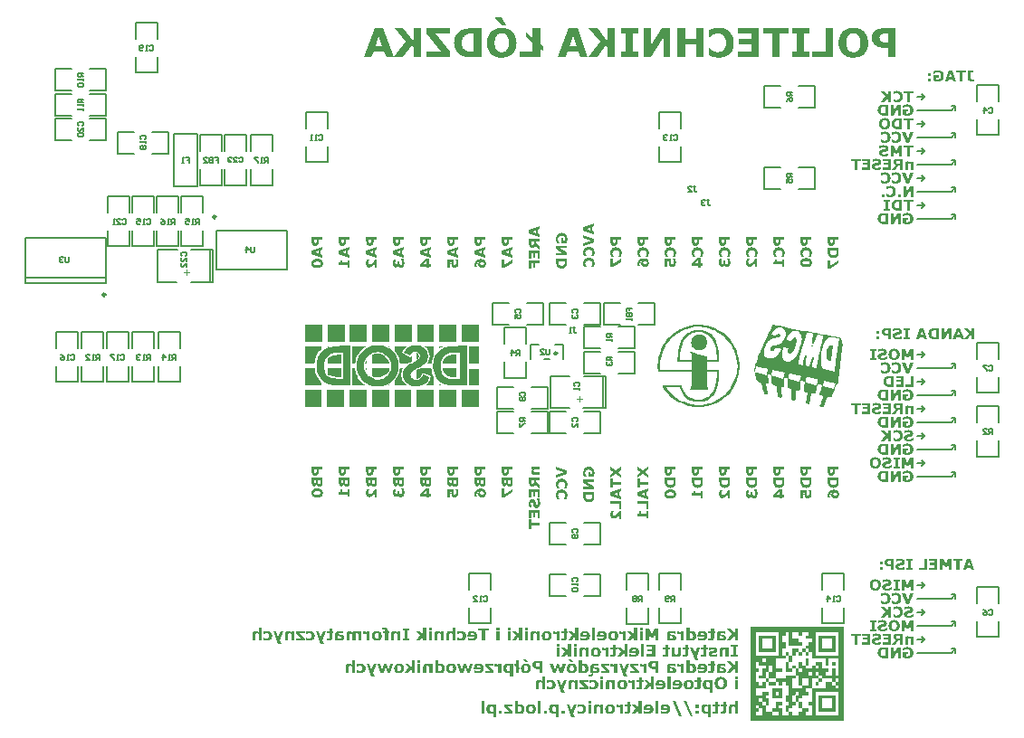
<source format=gbo>
G04*
G04 #@! TF.GenerationSoftware,Altium Limited,Altium Designer,18.1.6 (161)*
G04*
G04 Layer_Color=32896*
%FSLAX44Y44*%
%MOMM*%
G71*
G01*
G75*
%ADD11C,0.2000*%
%ADD13C,0.1500*%
%ADD85C,0.2500*%
%ADD86C,0.1016*%
G36*
X132099Y196002D02*
X128798D01*
Y194383D01*
X128782Y193990D01*
X128750Y193628D01*
X128703Y193298D01*
X128640Y193031D01*
X128593Y192826D01*
X128546Y192653D01*
X128530Y192606D01*
X128514Y192559D01*
X128499Y192543D01*
Y192528D01*
X128373Y192245D01*
X128216Y191993D01*
X128074Y191757D01*
X127917Y191553D01*
X127791Y191396D01*
X127681Y191270D01*
X127618Y191191D01*
X127587Y191160D01*
X127414Y191003D01*
X127225Y190861D01*
X127052Y190751D01*
X126879Y190657D01*
X126722Y190578D01*
X126612Y190531D01*
X126533Y190499D01*
X126502Y190484D01*
X126250Y190405D01*
X126015Y190342D01*
X125794Y190295D01*
X125590Y190264D01*
X125417Y190248D01*
X125276Y190232D01*
X125197D01*
X125166D01*
X124851Y190248D01*
X124552Y190279D01*
X124301Y190342D01*
X124081Y190389D01*
X123908Y190452D01*
X123766Y190515D01*
X123688Y190547D01*
X123656Y190562D01*
X123436Y190704D01*
X123232Y190845D01*
X123059Y191003D01*
X122902Y191160D01*
X122776Y191301D01*
X122697Y191411D01*
X122634Y191474D01*
X122619Y191506D01*
X122508Y191694D01*
X122398Y191899D01*
X122320Y192103D01*
X122241Y192276D01*
X122194Y192449D01*
X122147Y192575D01*
X122115Y192653D01*
Y192685D01*
X122052Y192936D01*
X122021Y193219D01*
X121990Y193487D01*
X121958Y193754D01*
Y193974D01*
X121943Y194163D01*
Y198628D01*
X132099D01*
Y196002D01*
D02*
G37*
G36*
Y186868D02*
X130055Y186160D01*
Y182418D01*
X132099Y181710D01*
Y178975D01*
X121943Y182733D01*
Y185767D01*
X132099Y189509D01*
Y186868D01*
D02*
G37*
G36*
X131769Y177497D02*
X131848Y177261D01*
X131926Y177041D01*
X131989Y176821D01*
X132036Y176632D01*
X132068Y176475D01*
X132084Y176412D01*
Y176365D01*
X132099Y176349D01*
Y176333D01*
X132162Y176003D01*
X132209Y175657D01*
X132241Y175311D01*
X132272Y174981D01*
X132288Y174698D01*
Y174572D01*
X132304Y174478D01*
Y174274D01*
X132288Y173896D01*
X132272Y173535D01*
X132225Y173220D01*
X132178Y172937D01*
X132146Y172717D01*
X132115Y172623D01*
X132099Y172544D01*
X132084Y172481D01*
Y172434D01*
X132068Y172418D01*
Y172403D01*
X131958Y172104D01*
X131848Y171837D01*
X131706Y171585D01*
X131580Y171365D01*
X131470Y171192D01*
X131376Y171066D01*
X131313Y170988D01*
X131297Y170956D01*
X131109Y170752D01*
X130904Y170579D01*
X130716Y170437D01*
X130527Y170312D01*
X130370Y170217D01*
X130244Y170139D01*
X130165Y170107D01*
X130134Y170091D01*
X129882Y169997D01*
X129615Y169918D01*
X129379Y169871D01*
X129143Y169824D01*
X128955Y169809D01*
X128798Y169793D01*
X128750D01*
X128703D01*
X128687D01*
X128672D01*
X128326Y169809D01*
X128027Y169856D01*
X127760Y169903D01*
X127540Y169966D01*
X127351Y170044D01*
X127225Y170091D01*
X127147Y170139D01*
X127115Y170154D01*
X126895Y170296D01*
X126706Y170453D01*
X126533Y170610D01*
X126392Y170768D01*
X126282Y170893D01*
X126188Y171019D01*
X126140Y171082D01*
X126125Y171113D01*
X126030Y171302D01*
X125936Y171491D01*
X125857Y171695D01*
X125794Y171868D01*
X125747Y172025D01*
X125716Y172151D01*
X125684Y172230D01*
Y172261D01*
X125622Y172513D01*
X125590Y172780D01*
X125559Y173016D01*
X125527Y173252D01*
Y173456D01*
X125512Y173613D01*
Y174132D01*
X125527Y174211D01*
Y174337D01*
X125543Y174557D01*
Y174714D01*
X125559Y174777D01*
Y174855D01*
X123892D01*
Y170091D01*
X121943D01*
Y177324D01*
X127681D01*
Y177025D01*
X127603Y176695D01*
X127571Y176522D01*
X127540Y176365D01*
X127508Y176239D01*
X127493Y176129D01*
X127477Y176066D01*
Y176035D01*
X127414Y175610D01*
X127398Y175406D01*
X127382Y175233D01*
X127367Y175075D01*
Y174855D01*
X127382Y174525D01*
X127398Y174368D01*
Y174226D01*
X127414Y174101D01*
X127430Y174006D01*
X127445Y173928D01*
Y173912D01*
X127477Y173723D01*
X127524Y173550D01*
X127571Y173393D01*
X127618Y173267D01*
X127666Y173157D01*
X127713Y173079D01*
X127728Y173032D01*
X127744Y173016D01*
X127870Y172843D01*
X128011Y172717D01*
X128106Y172638D01*
X128137Y172607D01*
X128153D01*
X128247Y172544D01*
X128357Y172513D01*
X128546Y172450D01*
X128640D01*
X128703Y172434D01*
X128750D01*
X128766D01*
X128923D01*
X129065Y172450D01*
X129175Y172466D01*
X129269Y172497D01*
X129348Y172513D01*
X129395Y172544D01*
X129426Y172560D01*
X129442D01*
X129599Y172670D01*
X129725Y172780D01*
X129835Y172874D01*
X129851Y172906D01*
X129867Y172922D01*
X129961Y173032D01*
X130024Y173157D01*
X130134Y173425D01*
X130165Y173535D01*
X130197Y173629D01*
X130213Y173692D01*
Y173708D01*
X130260Y174069D01*
X130291Y174226D01*
Y174368D01*
X130307Y174478D01*
Y174651D01*
X130291Y174918D01*
X130275Y175170D01*
X130228Y175421D01*
X130181Y175626D01*
X130150Y175814D01*
X130103Y175956D01*
X130087Y176050D01*
X130071Y176066D01*
Y176082D01*
X129977Y176349D01*
X129867Y176601D01*
X129757Y176821D01*
X129662Y177025D01*
X129568Y177182D01*
X129505Y177308D01*
X129458Y177387D01*
X129442Y177418D01*
Y177701D01*
X131691D01*
X131769Y177497D01*
D02*
G37*
G36*
X545612Y210699D02*
X543207D01*
Y217664D01*
X538883Y210699D01*
X536352D01*
Y220855D01*
X538757D01*
Y215022D01*
X542483Y220855D01*
X545612D01*
Y210699D01*
D02*
G37*
G36*
X552420Y221044D02*
X552860Y220997D01*
X553301Y220918D01*
X553694Y220840D01*
X554055Y220714D01*
X554401Y220604D01*
X554700Y220462D01*
X554983Y220336D01*
X555234Y220195D01*
X555439Y220054D01*
X555628Y219943D01*
X555785Y219833D01*
X555895Y219739D01*
X555989Y219660D01*
X556036Y219613D01*
X556052Y219597D01*
X556319Y219314D01*
X556539Y219016D01*
X556744Y218717D01*
X556901Y218387D01*
X557043Y218072D01*
X557168Y217758D01*
X557263Y217444D01*
X557341Y217160D01*
X557404Y216877D01*
X557451Y216610D01*
X557483Y216390D01*
X557499Y216186D01*
X557514Y216013D01*
X557530Y215903D01*
Y215824D01*
Y215793D01*
X557514Y215337D01*
X557467Y214912D01*
X557388Y214503D01*
X557294Y214142D01*
X557184Y213780D01*
X557074Y213466D01*
X556932Y213183D01*
X556791Y212915D01*
X556665Y212680D01*
X556524Y212475D01*
X556414Y212302D01*
X556288Y212161D01*
X556209Y212035D01*
X556131Y211956D01*
X556083Y211909D01*
X556068Y211893D01*
X555785Y211642D01*
X555470Y211437D01*
X555156Y211249D01*
X554810Y211092D01*
X554480Y210950D01*
X554134Y210840D01*
X553804Y210746D01*
X553489Y210667D01*
X553191Y210604D01*
X552908Y210573D01*
X552656Y210541D01*
X552436Y210510D01*
X552263D01*
X552121Y210494D01*
X552011D01*
X551587Y210510D01*
X551194Y210541D01*
X550816Y210573D01*
X550471Y210620D01*
X550329Y210651D01*
X550187Y210667D01*
X550078Y210683D01*
X549967Y210714D01*
X549889Y210730D01*
X549826D01*
X549795Y210746D01*
X549779D01*
X549370Y210840D01*
X549008Y210950D01*
X548710Y211029D01*
X548442Y211107D01*
X548238Y211186D01*
X548081Y211233D01*
X547986Y211264D01*
X547955Y211280D01*
Y216296D01*
X552640D01*
Y214378D01*
X550612D01*
Y212381D01*
X550738Y212365D01*
X551288D01*
X551603Y212381D01*
X551901Y212397D01*
X552184Y212444D01*
X552436Y212507D01*
X552672Y212570D01*
X552892Y212648D01*
X553080Y212727D01*
X553269Y212805D01*
X553411Y212884D01*
X553552Y212963D01*
X553662Y213041D01*
X553757Y213104D01*
X553835Y213167D01*
X553882Y213214D01*
X553914Y213230D01*
X553929Y213246D01*
X554087Y213419D01*
X554212Y213607D01*
X554338Y213812D01*
X554433Y214032D01*
X554590Y214456D01*
X554700Y214865D01*
X554731Y215069D01*
X554763Y215242D01*
X554779Y215400D01*
X554794Y215541D01*
X554810Y215667D01*
Y215746D01*
Y215808D01*
Y215824D01*
X554794Y216123D01*
X554779Y216390D01*
X554731Y216642D01*
X554684Y216862D01*
X554653Y217035D01*
X554606Y217160D01*
X554590Y217239D01*
X554574Y217271D01*
X554480Y217506D01*
X554354Y217711D01*
X554244Y217884D01*
X554134Y218041D01*
X554040Y218167D01*
X553961Y218245D01*
X553914Y218308D01*
X553898Y218324D01*
X553725Y218481D01*
X553552Y218607D01*
X553379Y218717D01*
X553222Y218796D01*
X553080Y218859D01*
X552970Y218921D01*
X552908Y218937D01*
X552876Y218953D01*
X552656Y219016D01*
X552436Y219079D01*
X552231Y219110D01*
X552027Y219126D01*
X551870Y219142D01*
X551728Y219157D01*
X551398D01*
X551194Y219126D01*
X551005Y219110D01*
X550832Y219079D01*
X550691Y219047D01*
X550596Y219032D01*
X550518Y219000D01*
X550502D01*
X550313Y218937D01*
X550125Y218874D01*
X549967Y218811D01*
X549842Y218748D01*
X549732Y218701D01*
X549637Y218654D01*
X549590Y218638D01*
X549574Y218623D01*
X549323Y218465D01*
X549197Y218403D01*
X549087Y218324D01*
X548993Y218261D01*
X548930Y218214D01*
X548883Y218183D01*
X548867Y218167D01*
X548741Y218072D01*
X548615Y217994D01*
X548521Y217931D01*
X548442Y217884D01*
X548379Y217837D01*
X548332Y217805D01*
X548317Y217774D01*
X548002D01*
Y220148D01*
X548411Y220336D01*
X548788Y220494D01*
X549134Y220620D01*
X549433Y220714D01*
X549684Y220777D01*
X549779Y220808D01*
X549873Y220840D01*
X549936Y220855D01*
X549983D01*
X550015Y220871D01*
X550030D01*
X550376Y220934D01*
X550706Y220981D01*
X551021Y221012D01*
X551320Y221044D01*
X551571D01*
X551665Y221060D01*
X551933D01*
X552420Y221044D01*
D02*
G37*
G36*
X533773Y210699D02*
X530204D01*
X529764Y210714D01*
X529355Y210730D01*
X528993Y210761D01*
X528695Y210793D01*
X528553Y210809D01*
X528443Y210824D01*
X528333D01*
X528255Y210840D01*
X528192Y210856D01*
X528144Y210872D01*
X528097D01*
X527767Y210950D01*
X527468Y211044D01*
X527185Y211154D01*
X526950Y211249D01*
X526745Y211343D01*
X526588Y211422D01*
X526494Y211485D01*
X526478Y211500D01*
X526462D01*
X526101Y211752D01*
X525786Y212019D01*
X525503Y212302D01*
X525267Y212585D01*
X525079Y212837D01*
X525000Y212931D01*
X524937Y213025D01*
X524890Y213104D01*
X524858Y213167D01*
X524827Y213198D01*
Y213214D01*
X524607Y213654D01*
X524450Y214095D01*
X524324Y214519D01*
X524245Y214912D01*
X524214Y215085D01*
X524198Y215258D01*
X524182Y215400D01*
Y215525D01*
X524167Y215620D01*
Y215698D01*
Y215746D01*
Y215761D01*
X524198Y216296D01*
X524261Y216783D01*
X524355Y217223D01*
X524418Y217412D01*
X524465Y217601D01*
X524528Y217758D01*
X524591Y217899D01*
X524638Y218025D01*
X524686Y218135D01*
X524717Y218214D01*
X524748Y218277D01*
X524780Y218308D01*
Y218324D01*
X525016Y218717D01*
X525283Y219047D01*
X525566Y219346D01*
X525833Y219597D01*
X526069Y219786D01*
X526163Y219865D01*
X526258Y219943D01*
X526336Y219991D01*
X526384Y220022D01*
X526415Y220054D01*
X526431D01*
X526666Y220195D01*
X526934Y220305D01*
X527185Y220399D01*
X527421Y220494D01*
X527641Y220557D01*
X527799Y220604D01*
X527862Y220620D01*
X527909D01*
X527940Y220635D01*
X527956D01*
X528302Y220714D01*
X528663Y220761D01*
X529025Y220808D01*
X529355Y220824D01*
X529654Y220840D01*
X529780Y220855D01*
X533773D01*
Y210699D01*
D02*
G37*
G36*
X545612Y45599D02*
X543207D01*
Y52564D01*
X538883Y45599D01*
X536352D01*
Y55755D01*
X538757D01*
Y49922D01*
X542483Y55755D01*
X545612D01*
Y45599D01*
D02*
G37*
G36*
X552420Y55944D02*
X552860Y55897D01*
X553301Y55818D01*
X553694Y55740D01*
X554055Y55614D01*
X554401Y55504D01*
X554700Y55362D01*
X554983Y55237D01*
X555234Y55095D01*
X555439Y54953D01*
X555628Y54843D01*
X555785Y54733D01*
X555895Y54639D01*
X555989Y54560D01*
X556036Y54513D01*
X556052Y54497D01*
X556319Y54215D01*
X556539Y53916D01*
X556744Y53617D01*
X556901Y53287D01*
X557043Y52972D01*
X557168Y52658D01*
X557263Y52344D01*
X557341Y52060D01*
X557404Y51778D01*
X557451Y51510D01*
X557483Y51290D01*
X557499Y51086D01*
X557514Y50913D01*
X557530Y50803D01*
Y50724D01*
Y50693D01*
X557514Y50237D01*
X557467Y49812D01*
X557388Y49403D01*
X557294Y49042D01*
X557184Y48680D01*
X557074Y48366D01*
X556932Y48083D01*
X556791Y47815D01*
X556665Y47580D01*
X556524Y47375D01*
X556414Y47202D01*
X556288Y47061D01*
X556209Y46935D01*
X556131Y46856D01*
X556083Y46809D01*
X556068Y46793D01*
X555785Y46542D01*
X555470Y46337D01*
X555156Y46149D01*
X554810Y45992D01*
X554480Y45850D01*
X554134Y45740D01*
X553804Y45646D01*
X553489Y45567D01*
X553191Y45504D01*
X552908Y45473D01*
X552656Y45441D01*
X552436Y45410D01*
X552263D01*
X552121Y45394D01*
X552011D01*
X551587Y45410D01*
X551194Y45441D01*
X550816Y45473D01*
X550471Y45520D01*
X550329Y45551D01*
X550187Y45567D01*
X550078Y45583D01*
X549967Y45614D01*
X549889Y45630D01*
X549826D01*
X549795Y45646D01*
X549779D01*
X549370Y45740D01*
X549008Y45850D01*
X548710Y45929D01*
X548442Y46007D01*
X548238Y46086D01*
X548081Y46133D01*
X547986Y46164D01*
X547955Y46180D01*
Y51196D01*
X552640D01*
Y49278D01*
X550612D01*
Y47281D01*
X550738Y47265D01*
X551288D01*
X551603Y47281D01*
X551901Y47297D01*
X552184Y47344D01*
X552436Y47407D01*
X552672Y47470D01*
X552892Y47548D01*
X553080Y47627D01*
X553269Y47705D01*
X553411Y47784D01*
X553552Y47863D01*
X553662Y47941D01*
X553757Y48004D01*
X553835Y48067D01*
X553882Y48114D01*
X553914Y48130D01*
X553929Y48146D01*
X554087Y48319D01*
X554212Y48507D01*
X554338Y48712D01*
X554433Y48932D01*
X554590Y49356D01*
X554700Y49765D01*
X554731Y49969D01*
X554763Y50142D01*
X554779Y50300D01*
X554794Y50441D01*
X554810Y50567D01*
Y50645D01*
Y50708D01*
Y50724D01*
X554794Y51023D01*
X554779Y51290D01*
X554731Y51542D01*
X554684Y51762D01*
X554653Y51935D01*
X554606Y52060D01*
X554590Y52139D01*
X554574Y52171D01*
X554480Y52406D01*
X554354Y52611D01*
X554244Y52784D01*
X554134Y52941D01*
X554040Y53067D01*
X553961Y53145D01*
X553914Y53208D01*
X553898Y53224D01*
X553725Y53381D01*
X553552Y53507D01*
X553379Y53617D01*
X553222Y53696D01*
X553080Y53759D01*
X552970Y53821D01*
X552908Y53837D01*
X552876Y53853D01*
X552656Y53916D01*
X552436Y53979D01*
X552231Y54010D01*
X552027Y54026D01*
X551870Y54042D01*
X551728Y54057D01*
X551398D01*
X551194Y54026D01*
X551005Y54010D01*
X550832Y53979D01*
X550691Y53947D01*
X550596Y53931D01*
X550518Y53900D01*
X550502D01*
X550313Y53837D01*
X550125Y53774D01*
X549967Y53711D01*
X549842Y53649D01*
X549732Y53601D01*
X549637Y53554D01*
X549590Y53538D01*
X549574Y53523D01*
X549323Y53366D01*
X549197Y53303D01*
X549087Y53224D01*
X548993Y53161D01*
X548930Y53114D01*
X548883Y53082D01*
X548867Y53067D01*
X548741Y52972D01*
X548615Y52894D01*
X548521Y52831D01*
X548442Y52784D01*
X548379Y52737D01*
X548332Y52705D01*
X548317Y52674D01*
X548002D01*
Y55048D01*
X548411Y55237D01*
X548788Y55394D01*
X549134Y55519D01*
X549433Y55614D01*
X549684Y55677D01*
X549779Y55708D01*
X549873Y55740D01*
X549936Y55755D01*
X549983D01*
X550015Y55771D01*
X550030D01*
X550376Y55834D01*
X550706Y55881D01*
X551021Y55912D01*
X551320Y55944D01*
X551571D01*
X551665Y55960D01*
X551933D01*
X552420Y55944D01*
D02*
G37*
G36*
X533773Y45599D02*
X530204D01*
X529764Y45614D01*
X529355Y45630D01*
X528993Y45661D01*
X528695Y45693D01*
X528553Y45709D01*
X528443Y45724D01*
X528333D01*
X528255Y45740D01*
X528192Y45756D01*
X528144Y45771D01*
X528097D01*
X527767Y45850D01*
X527468Y45944D01*
X527185Y46055D01*
X526950Y46149D01*
X526745Y46243D01*
X526588Y46322D01*
X526494Y46385D01*
X526478Y46400D01*
X526462D01*
X526101Y46652D01*
X525786Y46919D01*
X525503Y47202D01*
X525267Y47485D01*
X525079Y47737D01*
X525000Y47831D01*
X524937Y47926D01*
X524890Y48004D01*
X524858Y48067D01*
X524827Y48098D01*
Y48114D01*
X524607Y48554D01*
X524450Y48995D01*
X524324Y49419D01*
X524245Y49812D01*
X524214Y49985D01*
X524198Y50158D01*
X524182Y50300D01*
Y50425D01*
X524167Y50520D01*
Y50598D01*
Y50645D01*
Y50661D01*
X524198Y51196D01*
X524261Y51683D01*
X524355Y52123D01*
X524418Y52312D01*
X524465Y52501D01*
X524528Y52658D01*
X524591Y52800D01*
X524638Y52925D01*
X524686Y53035D01*
X524717Y53114D01*
X524748Y53177D01*
X524780Y53208D01*
Y53224D01*
X525016Y53617D01*
X525283Y53947D01*
X525566Y54246D01*
X525833Y54497D01*
X526069Y54686D01*
X526163Y54765D01*
X526258Y54843D01*
X526336Y54891D01*
X526384Y54922D01*
X526415Y54953D01*
X526431D01*
X526666Y55095D01*
X526934Y55205D01*
X527185Y55299D01*
X527421Y55394D01*
X527641Y55457D01*
X527799Y55504D01*
X527862Y55519D01*
X527909D01*
X527940Y55535D01*
X527956D01*
X528302Y55614D01*
X528663Y55661D01*
X529025Y55708D01*
X529355Y55724D01*
X529654Y55740D01*
X529780Y55755D01*
X533773D01*
Y45599D01*
D02*
G37*
G36*
X545612Y-195702D02*
X543207D01*
Y-188736D01*
X538883Y-195702D01*
X536352D01*
Y-185545D01*
X538757D01*
Y-191378D01*
X542483Y-185545D01*
X545612D01*
Y-195702D01*
D02*
G37*
G36*
X552420Y-185356D02*
X552860Y-185403D01*
X553301Y-185482D01*
X553694Y-185560D01*
X554055Y-185686D01*
X554401Y-185796D01*
X554700Y-185938D01*
X554983Y-186063D01*
X555234Y-186205D01*
X555439Y-186346D01*
X555628Y-186457D01*
X555785Y-186567D01*
X555895Y-186661D01*
X555989Y-186740D01*
X556036Y-186787D01*
X556052Y-186803D01*
X556319Y-187085D01*
X556539Y-187384D01*
X556744Y-187683D01*
X556901Y-188013D01*
X557043Y-188328D01*
X557168Y-188642D01*
X557263Y-188957D01*
X557341Y-189240D01*
X557404Y-189522D01*
X557451Y-189790D01*
X557483Y-190010D01*
X557499Y-190214D01*
X557514Y-190387D01*
X557530Y-190497D01*
Y-190576D01*
Y-190607D01*
X557514Y-191063D01*
X557467Y-191488D01*
X557388Y-191897D01*
X557294Y-192258D01*
X557184Y-192620D01*
X557074Y-192934D01*
X556932Y-193217D01*
X556791Y-193485D01*
X556665Y-193720D01*
X556524Y-193925D01*
X556414Y-194098D01*
X556288Y-194239D01*
X556209Y-194365D01*
X556131Y-194444D01*
X556083Y-194491D01*
X556068Y-194507D01*
X555785Y-194758D01*
X555470Y-194963D01*
X555156Y-195151D01*
X554810Y-195308D01*
X554480Y-195450D01*
X554134Y-195560D01*
X553804Y-195654D01*
X553489Y-195733D01*
X553191Y-195796D01*
X552908Y-195827D01*
X552656Y-195859D01*
X552436Y-195890D01*
X552263D01*
X552121Y-195906D01*
X552011D01*
X551587Y-195890D01*
X551194Y-195859D01*
X550816Y-195827D01*
X550471Y-195780D01*
X550329Y-195749D01*
X550187Y-195733D01*
X550078Y-195717D01*
X549967Y-195686D01*
X549889Y-195670D01*
X549826D01*
X549795Y-195654D01*
X549779D01*
X549370Y-195560D01*
X549008Y-195450D01*
X548710Y-195371D01*
X548442Y-195293D01*
X548238Y-195214D01*
X548081Y-195167D01*
X547986Y-195135D01*
X547955Y-195120D01*
Y-190104D01*
X552640D01*
Y-192022D01*
X550612D01*
Y-194019D01*
X550738Y-194035D01*
X551288D01*
X551603Y-194019D01*
X551901Y-194003D01*
X552184Y-193956D01*
X552436Y-193893D01*
X552672Y-193831D01*
X552892Y-193752D01*
X553080Y-193673D01*
X553269Y-193595D01*
X553411Y-193516D01*
X553552Y-193437D01*
X553662Y-193359D01*
X553757Y-193296D01*
X553835Y-193233D01*
X553882Y-193186D01*
X553914Y-193170D01*
X553929Y-193154D01*
X554087Y-192981D01*
X554212Y-192793D01*
X554338Y-192588D01*
X554433Y-192368D01*
X554590Y-191944D01*
X554700Y-191535D01*
X554731Y-191331D01*
X554763Y-191158D01*
X554779Y-191000D01*
X554794Y-190859D01*
X554810Y-190733D01*
Y-190655D01*
Y-190592D01*
Y-190576D01*
X554794Y-190277D01*
X554779Y-190010D01*
X554731Y-189758D01*
X554684Y-189538D01*
X554653Y-189365D01*
X554606Y-189240D01*
X554590Y-189161D01*
X554574Y-189129D01*
X554480Y-188894D01*
X554354Y-188689D01*
X554244Y-188516D01*
X554134Y-188359D01*
X554040Y-188233D01*
X553961Y-188155D01*
X553914Y-188092D01*
X553898Y-188076D01*
X553725Y-187919D01*
X553552Y-187793D01*
X553379Y-187683D01*
X553222Y-187604D01*
X553080Y-187542D01*
X552970Y-187479D01*
X552908Y-187463D01*
X552876Y-187447D01*
X552656Y-187384D01*
X552436Y-187321D01*
X552231Y-187290D01*
X552027Y-187274D01*
X551870Y-187258D01*
X551728Y-187243D01*
X551398D01*
X551194Y-187274D01*
X551005Y-187290D01*
X550832Y-187321D01*
X550691Y-187353D01*
X550596Y-187369D01*
X550518Y-187400D01*
X550502D01*
X550313Y-187463D01*
X550125Y-187526D01*
X549967Y-187589D01*
X549842Y-187652D01*
X549732Y-187699D01*
X549637Y-187746D01*
X549590Y-187762D01*
X549574Y-187777D01*
X549323Y-187934D01*
X549197Y-187997D01*
X549087Y-188076D01*
X548993Y-188139D01*
X548930Y-188186D01*
X548883Y-188218D01*
X548867Y-188233D01*
X548741Y-188328D01*
X548615Y-188406D01*
X548521Y-188469D01*
X548442Y-188516D01*
X548379Y-188563D01*
X548332Y-188595D01*
X548317Y-188626D01*
X548002D01*
Y-186252D01*
X548411Y-186063D01*
X548788Y-185906D01*
X549134Y-185781D01*
X549433Y-185686D01*
X549684Y-185623D01*
X549779Y-185592D01*
X549873Y-185560D01*
X549936Y-185545D01*
X549983D01*
X550015Y-185529D01*
X550030D01*
X550376Y-185466D01*
X550706Y-185419D01*
X551021Y-185387D01*
X551320Y-185356D01*
X551571D01*
X551665Y-185340D01*
X551933D01*
X552420Y-185356D01*
D02*
G37*
G36*
X533773Y-195702D02*
X530204D01*
X529764Y-195686D01*
X529355Y-195670D01*
X528993Y-195639D01*
X528695Y-195607D01*
X528553Y-195591D01*
X528443Y-195576D01*
X528333D01*
X528255Y-195560D01*
X528192Y-195544D01*
X528144Y-195529D01*
X528097D01*
X527767Y-195450D01*
X527468Y-195356D01*
X527185Y-195245D01*
X526950Y-195151D01*
X526745Y-195057D01*
X526588Y-194978D01*
X526494Y-194915D01*
X526478Y-194900D01*
X526462D01*
X526101Y-194648D01*
X525786Y-194381D01*
X525503Y-194098D01*
X525267Y-193815D01*
X525079Y-193563D01*
X525000Y-193469D01*
X524937Y-193375D01*
X524890Y-193296D01*
X524858Y-193233D01*
X524827Y-193202D01*
Y-193186D01*
X524607Y-192746D01*
X524450Y-192305D01*
X524324Y-191881D01*
X524245Y-191488D01*
X524214Y-191315D01*
X524198Y-191142D01*
X524182Y-191000D01*
Y-190875D01*
X524167Y-190780D01*
Y-190702D01*
Y-190655D01*
Y-190639D01*
X524198Y-190104D01*
X524261Y-189617D01*
X524355Y-189177D01*
X524418Y-188988D01*
X524465Y-188799D01*
X524528Y-188642D01*
X524591Y-188500D01*
X524638Y-188375D01*
X524686Y-188265D01*
X524717Y-188186D01*
X524748Y-188123D01*
X524780Y-188092D01*
Y-188076D01*
X525016Y-187683D01*
X525283Y-187353D01*
X525566Y-187054D01*
X525833Y-186803D01*
X526069Y-186614D01*
X526163Y-186535D01*
X526258Y-186457D01*
X526336Y-186409D01*
X526384Y-186378D01*
X526415Y-186346D01*
X526431D01*
X526666Y-186205D01*
X526934Y-186095D01*
X527185Y-186001D01*
X527421Y-185906D01*
X527641Y-185843D01*
X527799Y-185796D01*
X527862Y-185781D01*
X527909D01*
X527940Y-185765D01*
X527956D01*
X528302Y-185686D01*
X528663Y-185639D01*
X529025Y-185592D01*
X529355Y-185576D01*
X529654Y-185560D01*
X529780Y-185545D01*
X533773D01*
Y-195702D01*
D02*
G37*
G36*
X437001Y196002D02*
X433700D01*
Y194383D01*
X433684Y193990D01*
X433653Y193628D01*
X433605Y193298D01*
X433543Y193031D01*
X433495Y192826D01*
X433448Y192653D01*
X433433Y192606D01*
X433417Y192559D01*
X433401Y192543D01*
Y192528D01*
X433275Y192245D01*
X433118Y191993D01*
X432976Y191757D01*
X432819Y191553D01*
X432693Y191396D01*
X432583Y191270D01*
X432520Y191191D01*
X432489Y191160D01*
X432316Y191003D01*
X432127Y190861D01*
X431954Y190751D01*
X431782Y190657D01*
X431624Y190578D01*
X431514Y190531D01*
X431436Y190499D01*
X431404Y190484D01*
X431153Y190405D01*
X430917Y190342D01*
X430697Y190295D01*
X430492Y190264D01*
X430319Y190248D01*
X430178Y190232D01*
X430099D01*
X430068D01*
X429753Y190248D01*
X429455Y190279D01*
X429203Y190342D01*
X428983Y190389D01*
X428810Y190452D01*
X428669Y190515D01*
X428590Y190547D01*
X428559Y190562D01*
X428338Y190704D01*
X428134Y190845D01*
X427961Y191003D01*
X427804Y191160D01*
X427678Y191301D01*
X427599Y191411D01*
X427537Y191474D01*
X427521Y191506D01*
X427411Y191694D01*
X427301Y191899D01*
X427222Y192103D01*
X427143Y192276D01*
X427096Y192449D01*
X427049Y192575D01*
X427018Y192653D01*
Y192685D01*
X426955Y192936D01*
X426923Y193219D01*
X426892Y193487D01*
X426860Y193754D01*
Y193974D01*
X426845Y194163D01*
Y198628D01*
X437001D01*
Y196002D01*
D02*
G37*
G36*
X432411Y188943D02*
X432851Y188896D01*
X433244Y188833D01*
X433574Y188770D01*
X433716Y188738D01*
X433857Y188707D01*
X433967Y188676D01*
X434061Y188644D01*
X434140Y188613D01*
X434187Y188597D01*
X434219Y188581D01*
X434234D01*
X434596Y188424D01*
X434910Y188251D01*
X435193Y188078D01*
X435429Y187905D01*
X435618Y187764D01*
X435759Y187638D01*
X435854Y187559D01*
X435869Y187528D01*
X435885D01*
X436121Y187261D01*
X436325Y186978D01*
X436483Y186695D01*
X436624Y186443D01*
X436734Y186223D01*
X436813Y186034D01*
X436844Y185971D01*
X436860Y185924D01*
X436876Y185893D01*
Y185877D01*
X436986Y185515D01*
X437064Y185138D01*
X437127Y184792D01*
X437159Y184478D01*
X437190Y184195D01*
Y184085D01*
X437206Y183974D01*
Y183519D01*
X437190Y183267D01*
X437174Y183063D01*
X437159Y182905D01*
Y182764D01*
X437143Y182670D01*
X437127Y182607D01*
Y182591D01*
X437064Y182261D01*
X437033Y182104D01*
X437001Y181946D01*
X436970Y181836D01*
X436939Y181726D01*
X436923Y181663D01*
Y181648D01*
X436844Y181380D01*
X436797Y181255D01*
X436750Y181145D01*
X436718Y181050D01*
X436687Y180987D01*
X436671Y180940D01*
Y180924D01*
X436545Y180657D01*
X436498Y180531D01*
X436451Y180421D01*
X436404Y180327D01*
X436373Y180248D01*
X436341Y180201D01*
Y180185D01*
X433904D01*
Y180468D01*
X434046Y180626D01*
X434171Y180767D01*
X434219Y180846D01*
X434266Y180893D01*
X434282Y180924D01*
X434297Y180940D01*
X434454Y181160D01*
X434596Y181349D01*
X434643Y181427D01*
X434690Y181490D01*
X434706Y181537D01*
X434722Y181553D01*
X434879Y181852D01*
X434942Y181994D01*
X435005Y182135D01*
X435036Y182245D01*
X435068Y182339D01*
X435099Y182402D01*
Y182418D01*
X435178Y182764D01*
X435209Y182921D01*
X435225Y183063D01*
Y183188D01*
X435241Y183283D01*
Y183361D01*
X435209Y183739D01*
X435193Y183912D01*
X435162Y184053D01*
X435131Y184195D01*
X435115Y184289D01*
X435083Y184352D01*
Y184383D01*
X435020Y184572D01*
X434926Y184745D01*
X434847Y184886D01*
X434753Y185028D01*
X434674Y185138D01*
X434612Y185217D01*
X434565Y185280D01*
X434549Y185295D01*
X434407Y185437D01*
X434234Y185578D01*
X434077Y185688D01*
X433904Y185783D01*
X433763Y185861D01*
X433653Y185924D01*
X433574Y185956D01*
X433543Y185971D01*
X433291Y186066D01*
X433024Y186129D01*
X432756Y186176D01*
X432505Y186207D01*
X432285Y186223D01*
X432112Y186239D01*
X432049D01*
X432002D01*
X431970D01*
X431954D01*
X431624Y186223D01*
X431326Y186207D01*
X431058Y186160D01*
X430822Y186113D01*
X430650Y186081D01*
X430508Y186034D01*
X430429Y186019D01*
X430398Y186003D01*
X430162Y185908D01*
X429958Y185798D01*
X429785Y185688D01*
X429643Y185578D01*
X429518Y185484D01*
X429439Y185405D01*
X429376Y185358D01*
X429360Y185342D01*
X429219Y185185D01*
X429109Y185028D01*
X429014Y184871D01*
X428936Y184729D01*
X428873Y184603D01*
X428826Y184509D01*
X428794Y184446D01*
Y184431D01*
X428731Y184242D01*
X428684Y184053D01*
X428653Y183880D01*
X428621Y183707D01*
Y183582D01*
X428606Y183471D01*
Y183377D01*
X428637Y183015D01*
X428653Y182858D01*
X428684Y182717D01*
X428716Y182607D01*
X428731Y182528D01*
X428763Y182465D01*
Y182449D01*
X428889Y182135D01*
X428951Y181994D01*
X429014Y181868D01*
X429062Y181773D01*
X429109Y181695D01*
X429124Y181648D01*
X429140Y181632D01*
X429297Y181380D01*
X429376Y181270D01*
X429439Y181176D01*
X429502Y181097D01*
X429533Y181034D01*
X429565Y181003D01*
X429580Y180987D01*
X429738Y180783D01*
X429848Y180626D01*
X429895Y180578D01*
X429926Y180531D01*
X429958Y180516D01*
Y180185D01*
X427489D01*
X427395Y180406D01*
X427301Y180626D01*
X427269Y180704D01*
X427238Y180783D01*
X427206Y180830D01*
Y180846D01*
X427080Y181129D01*
X427033Y181270D01*
X426986Y181396D01*
X426955Y181522D01*
X426923Y181600D01*
X426908Y181663D01*
Y181679D01*
X426829Y182009D01*
X426797Y182166D01*
X426766Y182308D01*
X426750Y182434D01*
X426735Y182528D01*
X426719Y182591D01*
Y182622D01*
X426672Y183015D01*
X426656Y183220D01*
Y183393D01*
X426640Y183550D01*
Y183786D01*
X426656Y184210D01*
X426703Y184603D01*
X426766Y184965D01*
X426829Y185280D01*
X426860Y185421D01*
X426892Y185547D01*
X426923Y185657D01*
X426955Y185751D01*
X426986Y185830D01*
X427002Y185877D01*
X427018Y185908D01*
Y185924D01*
X427159Y186270D01*
X427332Y186584D01*
X427505Y186868D01*
X427678Y187103D01*
X427820Y187292D01*
X427945Y187433D01*
X428024Y187528D01*
X428040Y187544D01*
X428055Y187559D01*
X428338Y187795D01*
X428621Y188015D01*
X428904Y188204D01*
X429172Y188345D01*
X429408Y188456D01*
X429502Y188503D01*
X429580Y188550D01*
X429659Y188581D01*
X429706Y188597D01*
X429738Y188613D01*
X429753D01*
X430131Y188723D01*
X430508Y188817D01*
X430870Y188880D01*
X431216Y188911D01*
X431499Y188943D01*
X431624D01*
X431734Y188959D01*
X431813D01*
X431892D01*
X431923D01*
X431939D01*
X432411Y188943D01*
D02*
G37*
G36*
X437001Y170956D02*
X435225D01*
Y173047D01*
X426813D01*
Y175311D01*
X426970Y175327D01*
X427096Y175359D01*
X427222Y175390D01*
X427316Y175437D01*
X427395Y175469D01*
X427458Y175500D01*
X427489Y175516D01*
X427505Y175532D01*
X427599Y175610D01*
X427694Y175689D01*
X427820Y175862D01*
X427882Y175925D01*
X427914Y175987D01*
X427929Y176035D01*
X427945Y176050D01*
X428040Y176286D01*
X428102Y176538D01*
X428118Y176648D01*
X428134Y176726D01*
X428150Y176789D01*
Y176805D01*
X428181Y177135D01*
Y177292D01*
X428197Y177434D01*
Y177733D01*
X429848D01*
Y175594D01*
X435225D01*
Y177733D01*
X437001D01*
Y170956D01*
D02*
G37*
G36*
X208402Y206147D02*
X206358Y205439D01*
Y201697D01*
X208402Y200990D01*
Y198254D01*
X198245Y202012D01*
Y205046D01*
X208402Y208788D01*
Y206147D01*
D02*
G37*
G36*
Y194182D02*
X204675D01*
Y193002D01*
X208402Y190235D01*
Y187012D01*
X204062Y190408D01*
X203873Y190062D01*
X203685Y189779D01*
X203480Y189512D01*
X203292Y189308D01*
X203134Y189151D01*
X202993Y189025D01*
X202914Y188962D01*
X202883Y188930D01*
X202600Y188757D01*
X202285Y188616D01*
X201987Y188522D01*
X201688Y188459D01*
X201436Y188427D01*
X201326Y188412D01*
X201232Y188396D01*
X201153D01*
X201091D01*
X201059D01*
X201043D01*
X200745Y188412D01*
X200493Y188443D01*
X200257Y188506D01*
X200053Y188569D01*
X199896Y188632D01*
X199785Y188694D01*
X199723Y188726D01*
X199691Y188742D01*
X199487Y188867D01*
X199314Y189025D01*
X199172Y189182D01*
X199031Y189323D01*
X198937Y189449D01*
X198858Y189559D01*
X198811Y189622D01*
X198795Y189654D01*
X198685Y189874D01*
X198591Y190078D01*
X198512Y190282D01*
X198449Y190471D01*
X198402Y190644D01*
X198370Y190770D01*
X198355Y190849D01*
Y190880D01*
X198323Y191131D01*
X198292Y191399D01*
X198276Y191650D01*
X198260Y191886D01*
X198245Y192106D01*
Y196807D01*
X208402D01*
Y194182D01*
D02*
G37*
G36*
Y178522D02*
X206436D01*
Y183255D01*
X203920D01*
Y178868D01*
X201955D01*
Y183255D01*
X200210D01*
Y178522D01*
X198245D01*
Y185880D01*
X208402D01*
Y178522D01*
D02*
G37*
G36*
Y173711D02*
X204062D01*
Y169403D01*
X202097D01*
Y173711D01*
X200210D01*
Y169057D01*
X198245D01*
Y176337D01*
X208402D01*
Y173711D01*
D02*
G37*
G36*
X411601Y196002D02*
X408300D01*
Y194383D01*
X408284Y193990D01*
X408253Y193628D01*
X408205Y193298D01*
X408143Y193031D01*
X408095Y192826D01*
X408048Y192653D01*
X408032Y192606D01*
X408017Y192559D01*
X408001Y192543D01*
Y192528D01*
X407875Y192245D01*
X407718Y191993D01*
X407576Y191757D01*
X407419Y191553D01*
X407294Y191396D01*
X407183Y191270D01*
X407121Y191191D01*
X407089Y191160D01*
X406916Y191003D01*
X406727Y190861D01*
X406554Y190751D01*
X406382Y190657D01*
X406224Y190578D01*
X406114Y190531D01*
X406036Y190499D01*
X406004Y190484D01*
X405753Y190405D01*
X405517Y190342D01*
X405297Y190295D01*
X405092Y190264D01*
X404919Y190248D01*
X404778Y190232D01*
X404699D01*
X404668D01*
X404353Y190248D01*
X404055Y190279D01*
X403803Y190342D01*
X403583Y190389D01*
X403410Y190452D01*
X403269Y190515D01*
X403190Y190547D01*
X403158Y190562D01*
X402938Y190704D01*
X402734Y190845D01*
X402561Y191003D01*
X402404Y191160D01*
X402278Y191301D01*
X402199Y191411D01*
X402136Y191474D01*
X402121Y191506D01*
X402011Y191694D01*
X401901Y191899D01*
X401822Y192103D01*
X401743Y192276D01*
X401696Y192449D01*
X401649Y192575D01*
X401618Y192653D01*
Y192685D01*
X401555Y192936D01*
X401523Y193219D01*
X401492Y193487D01*
X401460Y193754D01*
Y193974D01*
X401445Y194163D01*
Y198628D01*
X411601D01*
Y196002D01*
D02*
G37*
G36*
X407010Y188943D02*
X407451Y188896D01*
X407844Y188833D01*
X408174Y188770D01*
X408316Y188738D01*
X408457Y188707D01*
X408567Y188676D01*
X408661Y188644D01*
X408740Y188613D01*
X408787Y188597D01*
X408819Y188581D01*
X408834D01*
X409196Y188424D01*
X409510Y188251D01*
X409793Y188078D01*
X410029Y187905D01*
X410218Y187764D01*
X410359Y187638D01*
X410454Y187559D01*
X410470Y187528D01*
X410485D01*
X410721Y187261D01*
X410925Y186978D01*
X411083Y186695D01*
X411224Y186443D01*
X411334Y186223D01*
X411413Y186034D01*
X411444Y185971D01*
X411460Y185924D01*
X411476Y185893D01*
Y185877D01*
X411586Y185515D01*
X411664Y185138D01*
X411727Y184792D01*
X411759Y184478D01*
X411790Y184195D01*
Y184085D01*
X411806Y183974D01*
Y183519D01*
X411790Y183267D01*
X411774Y183063D01*
X411759Y182905D01*
Y182764D01*
X411743Y182670D01*
X411727Y182607D01*
Y182591D01*
X411664Y182261D01*
X411633Y182104D01*
X411601Y181946D01*
X411570Y181836D01*
X411539Y181726D01*
X411523Y181663D01*
Y181648D01*
X411444Y181380D01*
X411397Y181255D01*
X411350Y181145D01*
X411319Y181050D01*
X411287Y180987D01*
X411271Y180940D01*
Y180924D01*
X411146Y180657D01*
X411098Y180531D01*
X411051Y180421D01*
X411004Y180327D01*
X410973Y180248D01*
X410941Y180201D01*
Y180185D01*
X408504D01*
Y180468D01*
X408646Y180626D01*
X408771Y180767D01*
X408819Y180846D01*
X408866Y180893D01*
X408881Y180924D01*
X408897Y180940D01*
X409054Y181160D01*
X409196Y181349D01*
X409243Y181427D01*
X409290Y181490D01*
X409306Y181537D01*
X409322Y181553D01*
X409479Y181852D01*
X409542Y181994D01*
X409605Y182135D01*
X409636Y182245D01*
X409668Y182339D01*
X409699Y182402D01*
Y182418D01*
X409778Y182764D01*
X409809Y182921D01*
X409825Y183063D01*
Y183188D01*
X409841Y183283D01*
Y183361D01*
X409809Y183739D01*
X409793Y183912D01*
X409762Y184053D01*
X409730Y184195D01*
X409715Y184289D01*
X409683Y184352D01*
Y184383D01*
X409620Y184572D01*
X409526Y184745D01*
X409448Y184886D01*
X409353Y185028D01*
X409274Y185138D01*
X409212Y185217D01*
X409165Y185280D01*
X409149Y185295D01*
X409007Y185437D01*
X408834Y185578D01*
X408677Y185688D01*
X408504Y185783D01*
X408363Y185861D01*
X408253Y185924D01*
X408174Y185956D01*
X408143Y185971D01*
X407891Y186066D01*
X407624Y186129D01*
X407356Y186176D01*
X407105Y186207D01*
X406885Y186223D01*
X406712Y186239D01*
X406649D01*
X406602D01*
X406570D01*
X406554D01*
X406224Y186223D01*
X405926Y186207D01*
X405658Y186160D01*
X405423Y186113D01*
X405250Y186081D01*
X405108Y186034D01*
X405029Y186019D01*
X404998Y186003D01*
X404762Y185908D01*
X404558Y185798D01*
X404385Y185688D01*
X404243Y185578D01*
X404118Y185484D01*
X404039Y185405D01*
X403976Y185358D01*
X403960Y185342D01*
X403819Y185185D01*
X403709Y185028D01*
X403614Y184871D01*
X403536Y184729D01*
X403473Y184603D01*
X403426Y184509D01*
X403394Y184446D01*
Y184431D01*
X403331Y184242D01*
X403284Y184053D01*
X403253Y183880D01*
X403221Y183707D01*
Y183582D01*
X403206Y183471D01*
Y183377D01*
X403237Y183015D01*
X403253Y182858D01*
X403284Y182717D01*
X403316Y182607D01*
X403331Y182528D01*
X403363Y182465D01*
Y182449D01*
X403489Y182135D01*
X403551Y181994D01*
X403614Y181868D01*
X403662Y181773D01*
X403709Y181695D01*
X403725Y181648D01*
X403740Y181632D01*
X403897Y181380D01*
X403976Y181270D01*
X404039Y181176D01*
X404102Y181097D01*
X404133Y181034D01*
X404165Y181003D01*
X404180Y180987D01*
X404338Y180783D01*
X404448Y180626D01*
X404495Y180578D01*
X404526Y180531D01*
X404558Y180516D01*
Y180185D01*
X402089D01*
X401995Y180406D01*
X401901Y180626D01*
X401869Y180704D01*
X401838Y180783D01*
X401806Y180830D01*
Y180846D01*
X401680Y181129D01*
X401633Y181270D01*
X401586Y181396D01*
X401555Y181522D01*
X401523Y181600D01*
X401508Y181663D01*
Y181679D01*
X401429Y182009D01*
X401398Y182166D01*
X401366Y182308D01*
X401350Y182434D01*
X401335Y182528D01*
X401319Y182591D01*
Y182622D01*
X401272Y183015D01*
X401256Y183220D01*
Y183393D01*
X401240Y183550D01*
Y183786D01*
X401256Y184210D01*
X401303Y184603D01*
X401366Y184965D01*
X401429Y185280D01*
X401460Y185421D01*
X401492Y185547D01*
X401523Y185657D01*
X401555Y185751D01*
X401586Y185830D01*
X401602Y185877D01*
X401618Y185908D01*
Y185924D01*
X401759Y186270D01*
X401932Y186584D01*
X402105Y186868D01*
X402278Y187103D01*
X402420Y187292D01*
X402545Y187433D01*
X402624Y187528D01*
X402640Y187544D01*
X402655Y187559D01*
X402938Y187795D01*
X403221Y188015D01*
X403504Y188204D01*
X403772Y188345D01*
X404007Y188456D01*
X404102Y188503D01*
X404180Y188550D01*
X404259Y188581D01*
X404306Y188597D01*
X404338Y188613D01*
X404353D01*
X404731Y188723D01*
X405108Y188817D01*
X405470Y188880D01*
X405816Y188911D01*
X406099Y188943D01*
X406224D01*
X406334Y188959D01*
X406413D01*
X406492D01*
X406523D01*
X406539D01*
X407010Y188943D01*
D02*
G37*
G36*
X411601Y170312D02*
X409652D01*
Y174887D01*
X409573Y174777D01*
X409463Y174635D01*
X409243Y174337D01*
X409149Y174211D01*
X409070Y174085D01*
X409007Y174022D01*
X408992Y173991D01*
X408614Y173535D01*
X408441Y173315D01*
X408284Y173126D01*
X408143Y172969D01*
X408032Y172859D01*
X407970Y172780D01*
X407938Y172749D01*
X407592Y172403D01*
X407262Y172104D01*
X406963Y171852D01*
X406696Y171632D01*
X406460Y171475D01*
X406287Y171365D01*
X406224Y171318D01*
X406177Y171286D01*
X406161Y171271D01*
X406146D01*
X405816Y171113D01*
X405501Y170988D01*
X405187Y170909D01*
X404904Y170846D01*
X404668Y170815D01*
X404574Y170799D01*
X404479Y170783D01*
X404416D01*
X404369D01*
X404338D01*
X404322D01*
X404055Y170799D01*
X403803Y170830D01*
X403567Y170878D01*
X403347Y170940D01*
X403143Y171019D01*
X402954Y171098D01*
X402781Y171192D01*
X402624Y171286D01*
X402498Y171381D01*
X402372Y171475D01*
X402278Y171554D01*
X402184Y171632D01*
X402121Y171695D01*
X402074Y171742D01*
X402058Y171774D01*
X402042Y171789D01*
X401901Y171994D01*
X401775Y172198D01*
X401665Y172434D01*
X401571Y172670D01*
X401429Y173157D01*
X401335Y173629D01*
X401303Y173849D01*
X401287Y174054D01*
X401272Y174242D01*
X401256Y174400D01*
X401240Y174525D01*
Y174714D01*
X401256Y175060D01*
X401272Y175406D01*
X401303Y175736D01*
X401350Y176019D01*
X401398Y176271D01*
X401413Y176365D01*
X401429Y176443D01*
X401445Y176522D01*
Y176569D01*
X401460Y176601D01*
Y176616D01*
X401539Y176947D01*
X401618Y177229D01*
X401680Y177481D01*
X401743Y177670D01*
X401806Y177827D01*
X401853Y177937D01*
X401869Y178016D01*
X401885Y178031D01*
X404133D01*
Y177827D01*
X403866Y177371D01*
X403756Y177151D01*
X403662Y176962D01*
X403583Y176789D01*
X403520Y176648D01*
X403489Y176569D01*
X403473Y176538D01*
X403379Y176286D01*
X403316Y176035D01*
X403269Y175814D01*
X403237Y175610D01*
X403221Y175453D01*
X403206Y175327D01*
Y175217D01*
X403221Y174918D01*
X403269Y174651D01*
X403331Y174431D01*
X403394Y174258D01*
X403473Y174116D01*
X403536Y174006D01*
X403583Y173944D01*
X403599Y173928D01*
X403756Y173771D01*
X403929Y173661D01*
X404102Y173582D01*
X404275Y173535D01*
X404432Y173488D01*
X404558Y173472D01*
X404636D01*
X404652D01*
X404668D01*
X404888Y173488D01*
X405092Y173535D01*
X405297Y173582D01*
X405470Y173645D01*
X405627Y173723D01*
X405737Y173771D01*
X405816Y173818D01*
X405847Y173834D01*
X406067Y173975D01*
X406303Y174164D01*
X406539Y174352D01*
X406759Y174541D01*
X406948Y174714D01*
X407089Y174855D01*
X407152Y174918D01*
X407199Y174965D01*
X407215Y174981D01*
X407231Y174997D01*
X407451Y175217D01*
X407671Y175453D01*
X407875Y175704D01*
X408080Y175940D01*
X408253Y176145D01*
X408394Y176318D01*
X408441Y176381D01*
X408488Y176428D01*
X408504Y176459D01*
X408520Y176475D01*
X408787Y176821D01*
X409054Y177151D01*
X409290Y177450D01*
X409495Y177733D01*
X409668Y177969D01*
X409746Y178063D01*
X409809Y178141D01*
X409856Y178204D01*
X409888Y178251D01*
X409903Y178283D01*
X409919Y178299D01*
X411601D01*
Y170312D01*
D02*
G37*
G36*
X614680Y102967D02*
X612054D01*
Y106269D01*
X611457Y107024D01*
X608438Y102967D01*
X605199D01*
X609366Y108423D01*
X605404Y113124D01*
X608454D01*
X612054Y108533D01*
Y113124D01*
X614680D01*
Y102967D01*
D02*
G37*
G36*
X525926Y107935D02*
X523379D01*
Y110624D01*
X525926D01*
Y107935D01*
D02*
G37*
G36*
X593061Y102967D02*
X590656D01*
Y109932D01*
X586332Y102967D01*
X583801D01*
Y113124D01*
X586206D01*
Y107291D01*
X589933Y113124D01*
X593061D01*
Y102967D01*
D02*
G37*
G36*
X605042D02*
X602401D01*
X601693Y105011D01*
X597951D01*
X597244Y102967D01*
X594508D01*
X598266Y113124D01*
X601300D01*
X605042Y102967D01*
D02*
G37*
G36*
X581222D02*
X577653D01*
X577213Y102983D01*
X576804Y102999D01*
X576443Y103030D01*
X576144Y103062D01*
X576002Y103077D01*
X575892Y103093D01*
X575782D01*
X575704Y103109D01*
X575641Y103125D01*
X575594Y103140D01*
X575546D01*
X575216Y103219D01*
X574917Y103313D01*
X574635Y103423D01*
X574399Y103518D01*
X574194Y103612D01*
X574037Y103691D01*
X573943Y103753D01*
X573927Y103769D01*
X573911D01*
X573550Y104021D01*
X573235Y104288D01*
X572952Y104571D01*
X572716Y104854D01*
X572528Y105105D01*
X572449Y105200D01*
X572386Y105294D01*
X572339Y105373D01*
X572308Y105436D01*
X572276Y105467D01*
Y105483D01*
X572056Y105923D01*
X571899Y106363D01*
X571773Y106788D01*
X571694Y107181D01*
X571663Y107354D01*
X571647Y107527D01*
X571632Y107668D01*
Y107794D01*
X571616Y107888D01*
Y107967D01*
Y108014D01*
Y108030D01*
X571647Y108565D01*
X571710Y109052D01*
X571805Y109492D01*
X571867Y109681D01*
X571914Y109869D01*
X571977Y110027D01*
X572040Y110168D01*
X572088Y110294D01*
X572135Y110404D01*
X572166Y110483D01*
X572197Y110546D01*
X572229Y110577D01*
Y110593D01*
X572465Y110986D01*
X572732Y111316D01*
X573015Y111615D01*
X573282Y111866D01*
X573518Y112055D01*
X573613Y112134D01*
X573707Y112212D01*
X573786Y112259D01*
X573833Y112291D01*
X573864Y112322D01*
X573880D01*
X574116Y112464D01*
X574383Y112574D01*
X574635Y112668D01*
X574870Y112762D01*
X575090Y112825D01*
X575248Y112872D01*
X575311Y112888D01*
X575358D01*
X575389Y112904D01*
X575405D01*
X575751Y112983D01*
X576113Y113030D01*
X576474Y113077D01*
X576804Y113093D01*
X577103Y113108D01*
X577229Y113124D01*
X581222D01*
Y102967D01*
D02*
G37*
G36*
X570751D02*
X568110D01*
X567402Y105011D01*
X563660D01*
X562953Y102967D01*
X560217D01*
X563975Y113124D01*
X567009D01*
X570751Y102967D01*
D02*
G37*
G36*
X554447Y111316D02*
X552780D01*
Y104775D01*
X554447D01*
Y102967D01*
X548488D01*
Y104775D01*
X550154D01*
Y111316D01*
X548488D01*
Y113124D01*
X554447D01*
Y111316D01*
D02*
G37*
G36*
X536429Y102967D02*
X533803D01*
Y106269D01*
X532183D01*
X531791Y106285D01*
X531429Y106316D01*
X531099Y106363D01*
X530831Y106426D01*
X530627Y106473D01*
X530454Y106521D01*
X530407Y106536D01*
X530360Y106552D01*
X530344Y106568D01*
X530328D01*
X530045Y106693D01*
X529794Y106851D01*
X529558Y106992D01*
X529353Y107149D01*
X529196Y107275D01*
X529070Y107385D01*
X528992Y107448D01*
X528960Y107480D01*
X528803Y107653D01*
X528662Y107841D01*
X528552Y108014D01*
X528457Y108187D01*
X528379Y108344D01*
X528331Y108454D01*
X528300Y108533D01*
X528284Y108565D01*
X528206Y108816D01*
X528143Y109052D01*
X528096Y109272D01*
X528064Y109476D01*
X528049Y109649D01*
X528033Y109791D01*
Y109869D01*
Y109901D01*
X528049Y110215D01*
X528080Y110514D01*
X528143Y110766D01*
X528190Y110986D01*
X528253Y111159D01*
X528316Y111300D01*
X528347Y111379D01*
X528363Y111410D01*
X528504Y111630D01*
X528646Y111835D01*
X528803Y112008D01*
X528960Y112165D01*
X529102Y112291D01*
X529212Y112369D01*
X529275Y112432D01*
X529306Y112448D01*
X529495Y112558D01*
X529699Y112668D01*
X529904Y112747D01*
X530077Y112825D01*
X530250Y112872D01*
X530375Y112920D01*
X530454Y112951D01*
X530485D01*
X530737Y113014D01*
X531020Y113045D01*
X531287Y113077D01*
X531555Y113108D01*
X531775D01*
X531963Y113124D01*
X536429D01*
Y102967D01*
D02*
G37*
G36*
X525926D02*
X523379D01*
Y105656D01*
X525926D01*
Y102967D01*
D02*
G37*
G36*
X542671Y113313D02*
X543032Y113297D01*
X543362Y113250D01*
X543677Y113187D01*
X543960Y113124D01*
X544227Y113045D01*
X544479Y112951D01*
X544699Y112872D01*
X544903Y112794D01*
X545092Y112699D01*
X545233Y112621D01*
X545359Y112558D01*
X545469Y112495D01*
X545532Y112464D01*
X545579Y112432D01*
X545595Y112416D01*
X545815Y112244D01*
X546004Y112055D01*
X546177Y111866D01*
X546318Y111678D01*
X546444Y111489D01*
X546538Y111285D01*
X546633Y111111D01*
X546696Y110923D01*
X546743Y110750D01*
X546790Y110608D01*
X546821Y110467D01*
X546837Y110341D01*
Y110247D01*
X546853Y110168D01*
Y110121D01*
Y110105D01*
X546821Y109728D01*
X546758Y109382D01*
X546680Y109068D01*
X546570Y108816D01*
X546475Y108596D01*
X546381Y108439D01*
X546350Y108392D01*
X546318Y108344D01*
X546302Y108329D01*
Y108313D01*
X546192Y108187D01*
X546067Y108061D01*
X545768Y107841D01*
X545469Y107653D01*
X545155Y107495D01*
X544887Y107370D01*
X544762Y107307D01*
X544651Y107275D01*
X544573Y107244D01*
X544510Y107212D01*
X544463Y107197D01*
X544447D01*
X544023Y107071D01*
X543818Y107008D01*
X543630Y106976D01*
X543488Y106929D01*
X543362Y106898D01*
X543284Y106882D01*
X543252D01*
X543016Y106835D01*
X542781Y106804D01*
X542576Y106756D01*
X542403Y106709D01*
X542246Y106678D01*
X542120Y106662D01*
X542057Y106631D01*
X542026Y106631D01*
X541837Y106583D01*
X541664Y106521D01*
X541539Y106458D01*
X541413Y106395D01*
X541318Y106348D01*
X541255Y106300D01*
X541224Y106269D01*
X541208Y106253D01*
X541114Y106159D01*
X541035Y106065D01*
X540988Y105970D01*
X540941Y105876D01*
X540925Y105797D01*
X540910Y105750D01*
Y105703D01*
Y105687D01*
X540925Y105561D01*
X540941Y105451D01*
X540973Y105357D01*
X541004Y105278D01*
X541051Y105216D01*
X541082Y105168D01*
X541098Y105153D01*
X541114Y105137D01*
X541271Y105011D01*
X541428Y104917D01*
X541491Y104870D01*
X541554Y104838D01*
X541586Y104823D01*
X541601D01*
X541806Y104760D01*
X542010Y104712D01*
X542104Y104697D01*
X542183D01*
X542230Y104681D01*
X542246D01*
X542388Y104665D01*
X542623D01*
X542702Y104649D01*
X542875D01*
X543221Y104665D01*
X543567Y104697D01*
X543897Y104760D01*
X544196Y104823D01*
X544447Y104885D01*
X544542Y104917D01*
X544636Y104948D01*
X544714Y104964D01*
X544762Y104980D01*
X544793Y104995D01*
X544809D01*
X545170Y105137D01*
X545516Y105294D01*
X545831Y105467D01*
X546098Y105624D01*
X546318Y105782D01*
X546491Y105892D01*
X546554Y105939D01*
X546601Y105970D01*
X546617Y106002D01*
X546916D01*
Y103549D01*
X546302Y103329D01*
X546004Y103235D01*
X545736Y103156D01*
X545501Y103093D01*
X545328Y103046D01*
X545265Y103014D01*
X545218D01*
X545186Y102999D01*
X545170D01*
X544809Y102920D01*
X544431Y102873D01*
X544054Y102826D01*
X543708Y102810D01*
X543410Y102794D01*
X543284Y102779D01*
X542969D01*
X542576Y102794D01*
X542199Y102826D01*
X541837Y102857D01*
X541507Y102920D01*
X541193Y102999D01*
X540910Y103077D01*
X540658Y103156D01*
X540422Y103250D01*
X540218Y103329D01*
X540029Y103407D01*
X539872Y103486D01*
X539746Y103565D01*
X539636Y103628D01*
X539573Y103659D01*
X539526Y103690D01*
X539510Y103706D01*
X539290Y103895D01*
X539086Y104083D01*
X538913Y104288D01*
X538771Y104492D01*
X538646Y104697D01*
X538535Y104901D01*
X538457Y105090D01*
X538378Y105294D01*
X538331Y105467D01*
X538284Y105624D01*
X538252Y105782D01*
X538237Y105907D01*
Y106017D01*
X538221Y106096D01*
Y106143D01*
Y106159D01*
X538252Y106536D01*
X538315Y106866D01*
X538394Y107165D01*
X538504Y107417D01*
X538614Y107605D01*
X538693Y107747D01*
X538756Y107841D01*
X538787Y107873D01*
X539023Y108109D01*
X539290Y108313D01*
X539573Y108486D01*
X539856Y108643D01*
X540108Y108753D01*
X540233Y108800D01*
X540328Y108848D01*
X540406Y108879D01*
X540469Y108895D01*
X540501Y108910D01*
X540517D01*
X540737Y108973D01*
X540941Y109036D01*
X541130Y109083D01*
X541303Y109130D01*
X541444Y109162D01*
X541539Y109193D01*
X541601Y109209D01*
X541633D01*
X542010Y109288D01*
X542199Y109335D01*
X542356Y109366D01*
X542497Y109398D01*
X542608Y109429D01*
X542671Y109445D01*
X542702D01*
X543001Y109508D01*
X543237Y109571D01*
X543441Y109634D01*
X543598Y109697D01*
X543724Y109744D01*
X543802Y109791D01*
X543850Y109807D01*
X543865Y109822D01*
X543960Y109917D01*
X544038Y110011D01*
X544086Y110121D01*
X544133Y110215D01*
X544148Y110310D01*
X544164Y110388D01*
Y110435D01*
Y110451D01*
X544148Y110546D01*
X544133Y110640D01*
X544070Y110781D01*
X544038Y110844D01*
X544007Y110891D01*
X543975Y110907D01*
Y110923D01*
X543818Y111064D01*
X543677Y111159D01*
X543614Y111190D01*
X543567Y111222D01*
X543535Y111237D01*
X543520D01*
X543299Y111316D01*
X543095Y111379D01*
X543016Y111395D01*
X542953D01*
X542922Y111410D01*
X542906D01*
X542671Y111442D01*
X542450Y111457D01*
X542246D01*
X541900Y111442D01*
X541570Y111410D01*
X541255Y111347D01*
X540988Y111300D01*
X540752Y111237D01*
X540658Y111206D01*
X540579Y111174D01*
X540517Y111159D01*
X540469Y111143D01*
X540438Y111127D01*
X540422D01*
X540092Y111002D01*
X539809Y110860D01*
X539557Y110718D01*
X539337Y110593D01*
X539149Y110483D01*
X539023Y110388D01*
X538944Y110325D01*
X538913Y110310D01*
X538630D01*
Y112637D01*
X538913Y112747D01*
X539196Y112841D01*
X539495Y112920D01*
X539762Y112998D01*
X539998Y113045D01*
X540092Y113077D01*
X540171Y113093D01*
X540249Y113108D01*
X540296D01*
X540328Y113124D01*
X540344D01*
X540705Y113187D01*
X541067Y113250D01*
X541397Y113281D01*
X541696Y113297D01*
X541947Y113313D01*
X542042Y113328D01*
X542309Y113328D01*
X542671Y113313D01*
D02*
G37*
G36*
X254563Y-16526D02*
X254988Y-16573D01*
X255397Y-16652D01*
X255758Y-16746D01*
X256120Y-16856D01*
X256434Y-16966D01*
X256717Y-17107D01*
X256985Y-17249D01*
X257220Y-17375D01*
X257425Y-17516D01*
X257598Y-17626D01*
X257739Y-17752D01*
X257865Y-17831D01*
X257944Y-17909D01*
X257991Y-17957D01*
X258007Y-17972D01*
X258258Y-18255D01*
X258463Y-18570D01*
X258651Y-18884D01*
X258808Y-19230D01*
X258950Y-19560D01*
X259060Y-19906D01*
X259154Y-20236D01*
X259233Y-20551D01*
X259296Y-20849D01*
X259327Y-21132D01*
X259359Y-21384D01*
X259390Y-21604D01*
Y-21777D01*
X259406Y-21919D01*
Y-22029D01*
X259390Y-22453D01*
X259359Y-22846D01*
X259327Y-23224D01*
X259280Y-23569D01*
X259249Y-23711D01*
X259233Y-23853D01*
X259217Y-23963D01*
X259186Y-24073D01*
X259170Y-24151D01*
Y-24214D01*
X259154Y-24246D01*
Y-24261D01*
X259060Y-24670D01*
X258950Y-25032D01*
X258871Y-25330D01*
X258793Y-25598D01*
X258714Y-25802D01*
X258667Y-25959D01*
X258636Y-26054D01*
X258620Y-26085D01*
X253604D01*
Y-21400D01*
X255522D01*
Y-23428D01*
X257519D01*
X257535Y-23302D01*
Y-22752D01*
X257519Y-22437D01*
X257503Y-22139D01*
X257456Y-21856D01*
X257393Y-21604D01*
X257330Y-21368D01*
X257252Y-21148D01*
X257173Y-20959D01*
X257095Y-20771D01*
X257016Y-20629D01*
X256937Y-20488D01*
X256859Y-20378D01*
X256796Y-20283D01*
X256733Y-20205D01*
X256686Y-20158D01*
X256670Y-20126D01*
X256654Y-20110D01*
X256481Y-19953D01*
X256293Y-19828D01*
X256088Y-19702D01*
X255868Y-19607D01*
X255444Y-19450D01*
X255035Y-19340D01*
X254831Y-19309D01*
X254658Y-19277D01*
X254500Y-19261D01*
X254359Y-19246D01*
X254233Y-19230D01*
X254154D01*
X254092D01*
X254076D01*
X253777Y-19246D01*
X253510Y-19261D01*
X253258Y-19309D01*
X253038Y-19356D01*
X252865Y-19387D01*
X252740Y-19434D01*
X252661Y-19450D01*
X252629Y-19466D01*
X252394Y-19560D01*
X252189Y-19686D01*
X252016Y-19796D01*
X251859Y-19906D01*
X251733Y-20000D01*
X251655Y-20079D01*
X251592Y-20126D01*
X251576Y-20142D01*
X251419Y-20315D01*
X251293Y-20488D01*
X251183Y-20661D01*
X251104Y-20818D01*
X251042Y-20959D01*
X250979Y-21070D01*
X250963Y-21132D01*
X250947Y-21164D01*
X250884Y-21384D01*
X250821Y-21604D01*
X250790Y-21809D01*
X250774Y-22013D01*
X250758Y-22170D01*
X250743Y-22312D01*
Y-22642D01*
X250774Y-22846D01*
X250790Y-23035D01*
X250821Y-23208D01*
X250853Y-23349D01*
X250868Y-23444D01*
X250900Y-23522D01*
Y-23538D01*
X250963Y-23727D01*
X251026Y-23915D01*
X251089Y-24073D01*
X251152Y-24198D01*
X251199Y-24308D01*
X251246Y-24403D01*
X251262Y-24450D01*
X251277Y-24466D01*
X251434Y-24717D01*
X251497Y-24843D01*
X251576Y-24953D01*
X251639Y-25047D01*
X251686Y-25110D01*
X251717Y-25157D01*
X251733Y-25173D01*
X251828Y-25299D01*
X251906Y-25425D01*
X251969Y-25519D01*
X252016Y-25598D01*
X252063Y-25661D01*
X252095Y-25708D01*
X252126Y-25723D01*
Y-26038D01*
X249752D01*
X249564Y-25629D01*
X249406Y-25252D01*
X249280Y-24906D01*
X249186Y-24607D01*
X249123Y-24356D01*
X249092Y-24261D01*
X249060Y-24167D01*
X249045Y-24104D01*
Y-24057D01*
X249029Y-24025D01*
Y-24010D01*
X248966Y-23664D01*
X248919Y-23334D01*
X248888Y-23019D01*
X248856Y-22720D01*
Y-22469D01*
X248840Y-22374D01*
Y-22107D01*
X248856Y-21620D01*
X248903Y-21180D01*
X248982Y-20739D01*
X249060Y-20346D01*
X249186Y-19985D01*
X249296Y-19639D01*
X249438Y-19340D01*
X249564Y-19057D01*
X249705Y-18806D01*
X249846Y-18601D01*
X249957Y-18412D01*
X250067Y-18255D01*
X250161Y-18145D01*
X250240Y-18051D01*
X250287Y-18004D01*
X250303Y-17988D01*
X250585Y-17721D01*
X250884Y-17500D01*
X251183Y-17296D01*
X251513Y-17139D01*
X251828Y-16997D01*
X252142Y-16872D01*
X252456Y-16777D01*
X252740Y-16699D01*
X253022Y-16636D01*
X253290Y-16589D01*
X253510Y-16557D01*
X253714Y-16541D01*
X253887Y-16526D01*
X253997Y-16510D01*
X254076D01*
X254107D01*
X254563Y-16526D01*
D02*
G37*
G36*
X259202Y-30833D02*
X252236D01*
X259202Y-35157D01*
Y-37688D01*
X249045D01*
Y-35283D01*
X254878D01*
X249045Y-31556D01*
Y-28428D01*
X259202D01*
Y-30833D01*
D02*
G37*
G36*
Y-43836D02*
X259186Y-44276D01*
X259170Y-44685D01*
X259139Y-45047D01*
X259107Y-45345D01*
X259091Y-45487D01*
X259076Y-45597D01*
Y-45707D01*
X259060Y-45785D01*
X259044Y-45848D01*
X259028Y-45896D01*
Y-45943D01*
X258950Y-46273D01*
X258856Y-46572D01*
X258745Y-46855D01*
X258651Y-47091D01*
X258557Y-47295D01*
X258478Y-47452D01*
X258415Y-47546D01*
X258400Y-47562D01*
Y-47578D01*
X258148Y-47940D01*
X257881Y-48254D01*
X257598Y-48537D01*
X257315Y-48773D01*
X257063Y-48961D01*
X256969Y-49040D01*
X256875Y-49103D01*
X256796Y-49150D01*
X256733Y-49182D01*
X256702Y-49213D01*
X256686D01*
X256246Y-49433D01*
X255805Y-49590D01*
X255381Y-49716D01*
X254988Y-49795D01*
X254815Y-49826D01*
X254642Y-49842D01*
X254500Y-49858D01*
X254375D01*
X254280Y-49873D01*
X254202D01*
X254154D01*
X254139D01*
X253604Y-49842D01*
X253117Y-49779D01*
X252677Y-49685D01*
X252488Y-49622D01*
X252299Y-49575D01*
X252142Y-49512D01*
X252001Y-49449D01*
X251875Y-49402D01*
X251765Y-49355D01*
X251686Y-49323D01*
X251623Y-49292D01*
X251592Y-49260D01*
X251576D01*
X251183Y-49024D01*
X250853Y-48757D01*
X250554Y-48474D01*
X250303Y-48207D01*
X250114Y-47971D01*
X250035Y-47877D01*
X249957Y-47782D01*
X249909Y-47704D01*
X249878Y-47656D01*
X249846Y-47625D01*
Y-47609D01*
X249705Y-47373D01*
X249595Y-47106D01*
X249501Y-46855D01*
X249406Y-46619D01*
X249343Y-46399D01*
X249296Y-46241D01*
X249280Y-46178D01*
Y-46131D01*
X249265Y-46100D01*
Y-46084D01*
X249186Y-45738D01*
X249139Y-45377D01*
X249092Y-45015D01*
X249076Y-44685D01*
X249060Y-44386D01*
X249045Y-44260D01*
Y-40267D01*
X259202D01*
Y-43836D01*
D02*
G37*
G36*
X536886Y324999D02*
X534261D01*
Y328300D01*
X533663Y329055D01*
X530644Y324999D01*
X527406D01*
X531572Y330454D01*
X527610Y335155D01*
X530660D01*
X534261Y330564D01*
Y335155D01*
X536886D01*
Y324999D01*
D02*
G37*
G36*
X542829Y335344D02*
X543222Y335297D01*
X543584Y335234D01*
X543899Y335171D01*
X544040Y335140D01*
X544166Y335108D01*
X544276Y335077D01*
X544370Y335045D01*
X544449Y335014D01*
X544496Y334998D01*
X544527Y334982D01*
X544543D01*
X544889Y334841D01*
X545204Y334668D01*
X545486Y334495D01*
X545722Y334322D01*
X545911Y334180D01*
X546053Y334055D01*
X546147Y333976D01*
X546163Y333960D01*
X546178Y333945D01*
X546414Y333662D01*
X546634Y333379D01*
X546823Y333096D01*
X546964Y332828D01*
X547075Y332593D01*
X547122Y332498D01*
X547169Y332420D01*
X547200Y332341D01*
X547216Y332294D01*
X547232Y332262D01*
Y332247D01*
X547342Y331869D01*
X547436Y331492D01*
X547499Y331130D01*
X547530Y330784D01*
X547562Y330501D01*
Y330376D01*
X547578Y330266D01*
Y330187D01*
Y330108D01*
Y330077D01*
Y330061D01*
X547562Y329590D01*
X547515Y329149D01*
X547452Y328756D01*
X547389Y328426D01*
X547357Y328284D01*
X547326Y328143D01*
X547295Y328033D01*
X547263Y327939D01*
X547232Y327860D01*
X547216Y327813D01*
X547200Y327781D01*
Y327766D01*
X547043Y327404D01*
X546870Y327090D01*
X546697Y326807D01*
X546524Y326571D01*
X546383Y326382D01*
X546257Y326241D01*
X546178Y326146D01*
X546147Y326130D01*
Y326115D01*
X545880Y325879D01*
X545597Y325675D01*
X545313Y325517D01*
X545062Y325376D01*
X544842Y325266D01*
X544653Y325187D01*
X544590Y325156D01*
X544543Y325140D01*
X544512Y325124D01*
X544496D01*
X544134Y325014D01*
X543757Y324936D01*
X543411Y324873D01*
X543097Y324841D01*
X542814Y324810D01*
X542704D01*
X542593Y324794D01*
X542138D01*
X541886Y324810D01*
X541682Y324826D01*
X541524Y324841D01*
X541383D01*
X541289Y324857D01*
X541226Y324873D01*
X541210D01*
X540880Y324936D01*
X540723Y324967D01*
X540565Y324999D01*
X540455Y325030D01*
X540345Y325061D01*
X540282Y325077D01*
X540267D01*
X539999Y325156D01*
X539874Y325203D01*
X539763Y325250D01*
X539669Y325281D01*
X539606Y325313D01*
X539559Y325329D01*
X539543D01*
X539276Y325454D01*
X539150Y325502D01*
X539040Y325549D01*
X538946Y325596D01*
X538867Y325627D01*
X538820Y325659D01*
X538804D01*
Y328096D01*
X539087D01*
X539245Y327954D01*
X539386Y327829D01*
X539465Y327781D01*
X539512Y327734D01*
X539543Y327719D01*
X539559Y327703D01*
X539779Y327546D01*
X539968Y327404D01*
X540047Y327357D01*
X540109Y327310D01*
X540157Y327294D01*
X540172Y327278D01*
X540471Y327121D01*
X540612Y327058D01*
X540754Y326995D01*
X540864Y326964D01*
X540958Y326932D01*
X541021Y326901D01*
X541037D01*
X541383Y326822D01*
X541540Y326791D01*
X541682Y326775D01*
X541807D01*
X541902Y326759D01*
X541980D01*
X542358Y326791D01*
X542531Y326807D01*
X542672Y326838D01*
X542814Y326870D01*
X542908Y326885D01*
X542971Y326917D01*
X543002D01*
X543191Y326980D01*
X543364Y327074D01*
X543505Y327152D01*
X543647Y327247D01*
X543757Y327326D01*
X543836Y327388D01*
X543899Y327435D01*
X543914Y327451D01*
X544056Y327593D01*
X544197Y327766D01*
X544307Y327923D01*
X544402Y328096D01*
X544480Y328237D01*
X544543Y328347D01*
X544575Y328426D01*
X544590Y328457D01*
X544685Y328709D01*
X544748Y328976D01*
X544795Y329244D01*
X544826Y329495D01*
X544842Y329715D01*
X544858Y329888D01*
Y329951D01*
Y329998D01*
Y330030D01*
Y330046D01*
X544842Y330376D01*
X544826Y330674D01*
X544779Y330942D01*
X544732Y331177D01*
X544700Y331350D01*
X544653Y331492D01*
X544637Y331571D01*
X544622Y331602D01*
X544527Y331838D01*
X544417Y332042D01*
X544307Y332215D01*
X544197Y332357D01*
X544103Y332482D01*
X544024Y332561D01*
X543977Y332624D01*
X543961Y332640D01*
X543804Y332781D01*
X543647Y332891D01*
X543490Y332986D01*
X543348Y333064D01*
X543222Y333127D01*
X543128Y333174D01*
X543065Y333206D01*
X543050D01*
X542861Y333269D01*
X542672Y333316D01*
X542499Y333347D01*
X542326Y333379D01*
X542201D01*
X542090Y333394D01*
X541996D01*
X541634Y333363D01*
X541477Y333347D01*
X541336Y333316D01*
X541226Y333284D01*
X541147Y333269D01*
X541084Y333237D01*
X541068D01*
X540754Y333111D01*
X540612Y333049D01*
X540487Y332986D01*
X540392Y332938D01*
X540314Y332891D01*
X540267Y332876D01*
X540251Y332860D01*
X539999Y332703D01*
X539889Y332624D01*
X539795Y332561D01*
X539716Y332498D01*
X539653Y332467D01*
X539622Y332435D01*
X539606Y332420D01*
X539402Y332262D01*
X539245Y332152D01*
X539197Y332105D01*
X539150Y332074D01*
X539135Y332042D01*
X538804D01*
Y334511D01*
X539025Y334605D01*
X539245Y334699D01*
X539323Y334731D01*
X539402Y334762D01*
X539449Y334794D01*
X539465D01*
X539748Y334920D01*
X539889Y334967D01*
X540015Y335014D01*
X540141Y335045D01*
X540219Y335077D01*
X540282Y335092D01*
X540298D01*
X540628Y335171D01*
X540785Y335202D01*
X540927Y335234D01*
X541053Y335250D01*
X541147Y335265D01*
X541210Y335281D01*
X541241D01*
X541634Y335328D01*
X541839Y335344D01*
X542012D01*
X542169Y335360D01*
X542405D01*
X542829Y335344D01*
D02*
G37*
G36*
X557530Y333190D02*
X554354D01*
Y324999D01*
X551728D01*
Y333190D01*
X548552D01*
Y335155D01*
X557530D01*
Y333190D01*
D02*
G37*
G36*
Y231590D02*
X554354D01*
Y223398D01*
X551728D01*
Y231590D01*
X548552D01*
Y233555D01*
X557530D01*
Y231590D01*
D02*
G37*
G36*
X546996Y223398D02*
X543427D01*
X542987Y223414D01*
X542578Y223430D01*
X542216Y223461D01*
X541917Y223493D01*
X541776Y223509D01*
X541666Y223524D01*
X541556D01*
X541477Y223540D01*
X541414Y223556D01*
X541367Y223571D01*
X541320D01*
X540990Y223650D01*
X540691Y223744D01*
X540408Y223855D01*
X540172Y223949D01*
X539968Y224043D01*
X539811Y224122D01*
X539716Y224185D01*
X539701Y224200D01*
X539685D01*
X539323Y224452D01*
X539009Y224719D01*
X538726Y225002D01*
X538490Y225285D01*
X538301Y225537D01*
X538223Y225631D01*
X538160Y225725D01*
X538113Y225804D01*
X538081Y225867D01*
X538050Y225898D01*
Y225914D01*
X537830Y226354D01*
X537672Y226795D01*
X537547Y227219D01*
X537468Y227612D01*
X537436Y227785D01*
X537421Y227958D01*
X537405Y228100D01*
Y228225D01*
X537389Y228320D01*
Y228398D01*
Y228445D01*
Y228461D01*
X537421Y228996D01*
X537484Y229483D01*
X537578Y229923D01*
X537641Y230112D01*
X537688Y230301D01*
X537751Y230458D01*
X537814Y230599D01*
X537861Y230725D01*
X537908Y230835D01*
X537940Y230914D01*
X537971Y230977D01*
X538003Y231008D01*
Y231024D01*
X538238Y231417D01*
X538506Y231747D01*
X538789Y232046D01*
X539056Y232297D01*
X539292Y232486D01*
X539386Y232565D01*
X539481Y232643D01*
X539559Y232691D01*
X539606Y232722D01*
X539638Y232754D01*
X539653D01*
X539889Y232895D01*
X540157Y233005D01*
X540408Y233099D01*
X540644Y233194D01*
X540864Y233257D01*
X541021Y233304D01*
X541084Y233319D01*
X541131D01*
X541163Y233335D01*
X541179D01*
X541524Y233414D01*
X541886Y233461D01*
X542248Y233508D01*
X542578Y233524D01*
X542877Y233540D01*
X543002Y233555D01*
X546996D01*
Y223398D01*
D02*
G37*
G36*
X535849Y231747D02*
X534182D01*
Y225207D01*
X535849D01*
Y223398D01*
X529890D01*
Y225207D01*
X531556D01*
Y231747D01*
X529890D01*
Y233555D01*
X535849D01*
Y231747D01*
D02*
G37*
G36*
X545612Y-5202D02*
X543207D01*
Y1764D01*
X538883Y-5202D01*
X536352D01*
Y4955D01*
X538757D01*
Y-878D01*
X542483Y4955D01*
X545612D01*
Y-5202D01*
D02*
G37*
G36*
X552420Y5144D02*
X552860Y5097D01*
X553301Y5018D01*
X553694Y4940D01*
X554055Y4814D01*
X554401Y4704D01*
X554700Y4562D01*
X554983Y4437D01*
X555234Y4295D01*
X555439Y4153D01*
X555628Y4043D01*
X555785Y3933D01*
X555895Y3839D01*
X555989Y3760D01*
X556036Y3713D01*
X556052Y3697D01*
X556319Y3415D01*
X556539Y3116D01*
X556744Y2817D01*
X556901Y2487D01*
X557043Y2172D01*
X557168Y1858D01*
X557263Y1543D01*
X557341Y1260D01*
X557404Y978D01*
X557451Y710D01*
X557483Y490D01*
X557499Y286D01*
X557514Y113D01*
X557530Y3D01*
Y-76D01*
Y-107D01*
X557514Y-563D01*
X557467Y-988D01*
X557388Y-1397D01*
X557294Y-1758D01*
X557184Y-2120D01*
X557074Y-2434D01*
X556932Y-2717D01*
X556791Y-2985D01*
X556665Y-3220D01*
X556524Y-3425D01*
X556414Y-3598D01*
X556288Y-3739D01*
X556209Y-3865D01*
X556131Y-3944D01*
X556083Y-3991D01*
X556068Y-4007D01*
X555785Y-4258D01*
X555470Y-4462D01*
X555156Y-4651D01*
X554810Y-4808D01*
X554480Y-4950D01*
X554134Y-5060D01*
X553804Y-5154D01*
X553489Y-5233D01*
X553191Y-5296D01*
X552908Y-5327D01*
X552656Y-5359D01*
X552436Y-5390D01*
X552263D01*
X552121Y-5406D01*
X552011D01*
X551587Y-5390D01*
X551194Y-5359D01*
X550816Y-5327D01*
X550471Y-5280D01*
X550329Y-5249D01*
X550187Y-5233D01*
X550078Y-5217D01*
X549967Y-5186D01*
X549889Y-5170D01*
X549826D01*
X549795Y-5154D01*
X549779D01*
X549370Y-5060D01*
X549008Y-4950D01*
X548710Y-4871D01*
X548442Y-4793D01*
X548238Y-4714D01*
X548081Y-4667D01*
X547986Y-4636D01*
X547955Y-4620D01*
Y396D01*
X552640D01*
Y-1522D01*
X550612D01*
Y-3519D01*
X550738Y-3535D01*
X551288D01*
X551603Y-3519D01*
X551901Y-3503D01*
X552184Y-3456D01*
X552436Y-3393D01*
X552672Y-3331D01*
X552892Y-3252D01*
X553080Y-3173D01*
X553269Y-3095D01*
X553411Y-3016D01*
X553552Y-2937D01*
X553662Y-2859D01*
X553757Y-2796D01*
X553835Y-2733D01*
X553882Y-2686D01*
X553914Y-2670D01*
X553929Y-2654D01*
X554087Y-2482D01*
X554212Y-2293D01*
X554338Y-2088D01*
X554433Y-1868D01*
X554590Y-1444D01*
X554700Y-1035D01*
X554731Y-831D01*
X554763Y-658D01*
X554779Y-500D01*
X554794Y-359D01*
X554810Y-233D01*
Y-154D01*
Y-92D01*
Y-76D01*
X554794Y223D01*
X554779Y490D01*
X554731Y742D01*
X554684Y962D01*
X554653Y1135D01*
X554606Y1260D01*
X554590Y1339D01*
X554574Y1371D01*
X554480Y1606D01*
X554354Y1811D01*
X554244Y1984D01*
X554134Y2141D01*
X554040Y2267D01*
X553961Y2345D01*
X553914Y2408D01*
X553898Y2424D01*
X553725Y2581D01*
X553552Y2707D01*
X553379Y2817D01*
X553222Y2896D01*
X553080Y2959D01*
X552970Y3021D01*
X552908Y3037D01*
X552876Y3053D01*
X552656Y3116D01*
X552436Y3179D01*
X552231Y3210D01*
X552027Y3226D01*
X551870Y3241D01*
X551728Y3257D01*
X551398D01*
X551194Y3226D01*
X551005Y3210D01*
X550832Y3179D01*
X550691Y3147D01*
X550596Y3131D01*
X550518Y3100D01*
X550502D01*
X550313Y3037D01*
X550125Y2974D01*
X549967Y2911D01*
X549842Y2849D01*
X549732Y2801D01*
X549637Y2754D01*
X549590Y2738D01*
X549574Y2723D01*
X549323Y2566D01*
X549197Y2503D01*
X549087Y2424D01*
X548993Y2361D01*
X548930Y2314D01*
X548883Y2282D01*
X548867Y2267D01*
X548741Y2172D01*
X548615Y2094D01*
X548521Y2031D01*
X548442Y1984D01*
X548379Y1937D01*
X548332Y1905D01*
X548317Y1874D01*
X548002D01*
Y4248D01*
X548411Y4437D01*
X548788Y4594D01*
X549134Y4719D01*
X549433Y4814D01*
X549684Y4877D01*
X549779Y4908D01*
X549873Y4940D01*
X549936Y4955D01*
X549983D01*
X550015Y4971D01*
X550030D01*
X550376Y5034D01*
X550706Y5081D01*
X551021Y5113D01*
X551320Y5144D01*
X551571D01*
X551665Y5160D01*
X551933D01*
X552420Y5144D01*
D02*
G37*
G36*
X533773Y-5202D02*
X530204D01*
X529764Y-5186D01*
X529355Y-5170D01*
X528993Y-5139D01*
X528695Y-5107D01*
X528553Y-5091D01*
X528443Y-5076D01*
X528333D01*
X528255Y-5060D01*
X528192Y-5044D01*
X528144Y-5028D01*
X528097D01*
X527767Y-4950D01*
X527468Y-4856D01*
X527185Y-4746D01*
X526950Y-4651D01*
X526745Y-4557D01*
X526588Y-4478D01*
X526494Y-4415D01*
X526478Y-4400D01*
X526462D01*
X526101Y-4148D01*
X525786Y-3881D01*
X525503Y-3598D01*
X525267Y-3315D01*
X525079Y-3063D01*
X525000Y-2969D01*
X524937Y-2874D01*
X524890Y-2796D01*
X524858Y-2733D01*
X524827Y-2702D01*
Y-2686D01*
X524607Y-2246D01*
X524450Y-1805D01*
X524324Y-1381D01*
X524245Y-988D01*
X524214Y-815D01*
X524198Y-642D01*
X524182Y-500D01*
Y-375D01*
X524167Y-280D01*
Y-202D01*
Y-154D01*
Y-139D01*
X524198Y396D01*
X524261Y883D01*
X524355Y1323D01*
X524418Y1512D01*
X524465Y1701D01*
X524528Y1858D01*
X524591Y1999D01*
X524638Y2125D01*
X524686Y2235D01*
X524717Y2314D01*
X524748Y2377D01*
X524780Y2408D01*
Y2424D01*
X525016Y2817D01*
X525283Y3147D01*
X525566Y3446D01*
X525833Y3697D01*
X526069Y3886D01*
X526163Y3965D01*
X526258Y4043D01*
X526336Y4091D01*
X526384Y4122D01*
X526415Y4153D01*
X526431D01*
X526666Y4295D01*
X526934Y4405D01*
X527185Y4499D01*
X527421Y4594D01*
X527641Y4657D01*
X527799Y4704D01*
X527862Y4719D01*
X527909D01*
X527940Y4735D01*
X527956D01*
X528302Y4814D01*
X528663Y4861D01*
X529025Y4908D01*
X529355Y4924D01*
X529654Y4940D01*
X529780Y4955D01*
X533773D01*
Y-5202D01*
D02*
G37*
G36*
X462299Y-19136D02*
X458997D01*
Y-20755D01*
X458982Y-21148D01*
X458950Y-21510D01*
X458903Y-21840D01*
X458840Y-22107D01*
X458793Y-22312D01*
X458746Y-22485D01*
X458730Y-22532D01*
X458714Y-22579D01*
X458699Y-22595D01*
Y-22610D01*
X458573Y-22893D01*
X458416Y-23145D01*
X458274Y-23381D01*
X458117Y-23585D01*
X457991Y-23742D01*
X457881Y-23868D01*
X457818Y-23947D01*
X457787Y-23978D01*
X457614Y-24135D01*
X457425Y-24277D01*
X457252Y-24387D01*
X457079Y-24481D01*
X456922Y-24560D01*
X456812Y-24607D01*
X456734Y-24639D01*
X456702Y-24654D01*
X456451Y-24733D01*
X456215Y-24796D01*
X455994Y-24843D01*
X455790Y-24874D01*
X455617Y-24890D01*
X455476Y-24906D01*
X455397D01*
X455366D01*
X455051Y-24890D01*
X454752Y-24859D01*
X454501Y-24796D01*
X454281Y-24749D01*
X454108Y-24686D01*
X453966Y-24623D01*
X453888Y-24591D01*
X453856Y-24576D01*
X453636Y-24434D01*
X453432Y-24293D01*
X453259Y-24135D01*
X453102Y-23978D01*
X452976Y-23837D01*
X452897Y-23727D01*
X452834Y-23664D01*
X452819Y-23632D01*
X452709Y-23444D01*
X452598Y-23239D01*
X452520Y-23035D01*
X452441Y-22862D01*
X452394Y-22689D01*
X452347Y-22563D01*
X452315Y-22485D01*
Y-22453D01*
X452253Y-22202D01*
X452221Y-21919D01*
X452190Y-21651D01*
X452158Y-21384D01*
Y-21164D01*
X452142Y-20975D01*
Y-16510D01*
X462299D01*
Y-19136D01*
D02*
G37*
G36*
Y-30330D02*
X462284Y-30770D01*
X462268Y-31179D01*
X462236Y-31541D01*
X462205Y-31839D01*
X462189Y-31981D01*
X462174Y-32091D01*
Y-32201D01*
X462158Y-32280D01*
X462142Y-32343D01*
X462126Y-32390D01*
Y-32437D01*
X462048Y-32767D01*
X461953Y-33066D01*
X461843Y-33349D01*
X461749Y-33585D01*
X461655Y-33789D01*
X461576Y-33946D01*
X461513Y-34041D01*
X461497Y-34056D01*
Y-34072D01*
X461246Y-34434D01*
X460979Y-34748D01*
X460696Y-35031D01*
X460413Y-35267D01*
X460161Y-35456D01*
X460067Y-35534D01*
X459972Y-35597D01*
X459894Y-35644D01*
X459831Y-35676D01*
X459799Y-35707D01*
X459784D01*
X459343Y-35927D01*
X458903Y-36085D01*
X458479Y-36210D01*
X458086Y-36289D01*
X457913Y-36321D01*
X457740Y-36336D01*
X457598Y-36352D01*
X457472D01*
X457378Y-36368D01*
X457299D01*
X457252D01*
X457237D01*
X456702Y-36336D01*
X456215Y-36273D01*
X455774Y-36179D01*
X455586Y-36116D01*
X455397Y-36069D01*
X455240Y-36006D01*
X455098Y-35943D01*
X454972Y-35896D01*
X454863Y-35849D01*
X454784Y-35817D01*
X454721Y-35786D01*
X454689Y-35754D01*
X454674D01*
X454281Y-35519D01*
X453951Y-35251D01*
X453652Y-34968D01*
X453400Y-34701D01*
X453212Y-34465D01*
X453133Y-34371D01*
X453054Y-34276D01*
X453007Y-34198D01*
X452976Y-34151D01*
X452944Y-34119D01*
Y-34104D01*
X452803Y-33868D01*
X452693Y-33600D01*
X452598Y-33349D01*
X452504Y-33113D01*
X452441Y-32893D01*
X452394Y-32736D01*
X452378Y-32673D01*
Y-32626D01*
X452363Y-32594D01*
Y-32578D01*
X452284Y-32233D01*
X452237Y-31871D01*
X452190Y-31509D01*
X452174Y-31179D01*
X452158Y-30880D01*
X452142Y-30755D01*
Y-26761D01*
X462299D01*
Y-30330D01*
D02*
G37*
G36*
X461969Y-38396D02*
X462048Y-38632D01*
X462126Y-38852D01*
X462189Y-39072D01*
X462236Y-39261D01*
X462268Y-39418D01*
X462284Y-39481D01*
Y-39528D01*
X462299Y-39544D01*
Y-39559D01*
X462362Y-39890D01*
X462409Y-40235D01*
X462441Y-40581D01*
X462472Y-40911D01*
X462488Y-41195D01*
Y-41320D01*
X462504Y-41415D01*
Y-41619D01*
X462488Y-41996D01*
X462472Y-42358D01*
X462425Y-42672D01*
X462378Y-42955D01*
X462346Y-43176D01*
X462315Y-43270D01*
X462299Y-43348D01*
X462284Y-43411D01*
Y-43458D01*
X462268Y-43474D01*
Y-43490D01*
X462158Y-43789D01*
X462048Y-44056D01*
X461906Y-44308D01*
X461780Y-44528D01*
X461670Y-44701D01*
X461576Y-44826D01*
X461513Y-44905D01*
X461497Y-44936D01*
X461309Y-45141D01*
X461104Y-45314D01*
X460916Y-45455D01*
X460727Y-45581D01*
X460570Y-45675D01*
X460444Y-45754D01*
X460365Y-45785D01*
X460334Y-45801D01*
X460082Y-45896D01*
X459815Y-45974D01*
X459579Y-46021D01*
X459343Y-46069D01*
X459155Y-46084D01*
X458997Y-46100D01*
X458950D01*
X458903D01*
X458887D01*
X458872D01*
X458526Y-46084D01*
X458227Y-46037D01*
X457960Y-45990D01*
X457740Y-45927D01*
X457551Y-45848D01*
X457425Y-45801D01*
X457347Y-45754D01*
X457315Y-45738D01*
X457095Y-45597D01*
X456906Y-45440D01*
X456734Y-45282D01*
X456592Y-45125D01*
X456482Y-44999D01*
X456388Y-44874D01*
X456340Y-44811D01*
X456325Y-44779D01*
X456230Y-44591D01*
X456136Y-44402D01*
X456057Y-44198D01*
X455994Y-44025D01*
X455947Y-43867D01*
X455916Y-43741D01*
X455885Y-43663D01*
Y-43632D01*
X455822Y-43380D01*
X455790Y-43113D01*
X455759Y-42877D01*
X455727Y-42641D01*
Y-42437D01*
X455712Y-42279D01*
Y-41761D01*
X455727Y-41682D01*
Y-41556D01*
X455743Y-41336D01*
Y-41179D01*
X455759Y-41116D01*
Y-41037D01*
X454092D01*
Y-45801D01*
X452142D01*
Y-38569D01*
X457881D01*
Y-38867D01*
X457803Y-39198D01*
X457771Y-39371D01*
X457740Y-39528D01*
X457708Y-39654D01*
X457693Y-39764D01*
X457677Y-39827D01*
Y-39858D01*
X457614Y-40283D01*
X457598Y-40487D01*
X457583Y-40660D01*
X457567Y-40817D01*
Y-41037D01*
X457583Y-41367D01*
X457598Y-41525D01*
Y-41666D01*
X457614Y-41792D01*
X457630Y-41886D01*
X457645Y-41965D01*
Y-41981D01*
X457677Y-42169D01*
X457724Y-42342D01*
X457771Y-42499D01*
X457818Y-42625D01*
X457865Y-42735D01*
X457913Y-42814D01*
X457928Y-42861D01*
X457944Y-42877D01*
X458070Y-43050D01*
X458211Y-43176D01*
X458306Y-43254D01*
X458337Y-43286D01*
X458353D01*
X458447Y-43348D01*
X458557Y-43380D01*
X458746Y-43443D01*
X458840D01*
X458903Y-43458D01*
X458950D01*
X458966D01*
X459123D01*
X459265Y-43443D01*
X459375Y-43427D01*
X459469Y-43396D01*
X459548Y-43380D01*
X459595Y-43348D01*
X459626Y-43333D01*
X459642D01*
X459799Y-43223D01*
X459925Y-43113D01*
X460035Y-43018D01*
X460051Y-42987D01*
X460067Y-42971D01*
X460161Y-42861D01*
X460224Y-42735D01*
X460334Y-42468D01*
X460365Y-42358D01*
X460397Y-42264D01*
X460413Y-42201D01*
Y-42185D01*
X460460Y-41823D01*
X460491Y-41666D01*
Y-41525D01*
X460507Y-41415D01*
Y-41242D01*
X460491Y-40974D01*
X460476Y-40723D01*
X460428Y-40471D01*
X460381Y-40267D01*
X460350Y-40078D01*
X460303Y-39937D01*
X460287Y-39842D01*
X460271Y-39827D01*
Y-39811D01*
X460177Y-39544D01*
X460067Y-39292D01*
X459957Y-39072D01*
X459862Y-38867D01*
X459768Y-38710D01*
X459705Y-38584D01*
X459658Y-38506D01*
X459642Y-38475D01*
Y-38191D01*
X461890D01*
X461969Y-38396D01*
D02*
G37*
G36*
X553820Y70999D02*
X550895D01*
X547169Y81155D01*
X549857D01*
X552326Y73986D01*
X554794Y81155D01*
X557530D01*
X553820Y70999D01*
D02*
G37*
G36*
X541556Y81344D02*
X541949Y81297D01*
X542310Y81234D01*
X542625Y81171D01*
X542766Y81140D01*
X542892Y81108D01*
X543002Y81077D01*
X543097Y81045D01*
X543175Y81014D01*
X543222Y80998D01*
X543254Y80982D01*
X543270D01*
X543615Y80841D01*
X543930Y80668D01*
X544213Y80495D01*
X544449Y80322D01*
X544637Y80181D01*
X544779Y80055D01*
X544873Y79976D01*
X544889Y79960D01*
X544905Y79945D01*
X545141Y79662D01*
X545361Y79379D01*
X545549Y79096D01*
X545691Y78828D01*
X545801Y78593D01*
X545848Y78498D01*
X545895Y78420D01*
X545927Y78341D01*
X545942Y78294D01*
X545958Y78262D01*
Y78247D01*
X546068Y77869D01*
X546163Y77492D01*
X546226Y77130D01*
X546257Y76784D01*
X546288Y76501D01*
Y76376D01*
X546304Y76266D01*
Y76187D01*
Y76108D01*
Y76077D01*
Y76061D01*
X546288Y75589D01*
X546241Y75149D01*
X546178Y74756D01*
X546115Y74426D01*
X546084Y74285D01*
X546053Y74143D01*
X546021Y74033D01*
X545990Y73939D01*
X545958Y73860D01*
X545942Y73813D01*
X545927Y73781D01*
Y73766D01*
X545770Y73404D01*
X545597Y73090D01*
X545424Y72807D01*
X545251Y72571D01*
X545109Y72382D01*
X544983Y72241D01*
X544905Y72146D01*
X544873Y72130D01*
Y72115D01*
X544606Y71879D01*
X544323Y71675D01*
X544040Y71517D01*
X543788Y71376D01*
X543568Y71266D01*
X543380Y71187D01*
X543317Y71156D01*
X543270Y71140D01*
X543238Y71124D01*
X543222D01*
X542861Y71014D01*
X542483Y70936D01*
X542138Y70873D01*
X541823Y70841D01*
X541540Y70810D01*
X541430D01*
X541320Y70794D01*
X540864D01*
X540612Y70810D01*
X540408Y70826D01*
X540251Y70841D01*
X540109D01*
X540015Y70857D01*
X539952Y70873D01*
X539936D01*
X539606Y70936D01*
X539449Y70967D01*
X539292Y70999D01*
X539182Y71030D01*
X539072Y71061D01*
X539009Y71077D01*
X538993D01*
X538726Y71156D01*
X538600Y71203D01*
X538490Y71250D01*
X538396Y71281D01*
X538333Y71313D01*
X538285Y71329D01*
X538270D01*
X538003Y71455D01*
X537877Y71502D01*
X537767Y71549D01*
X537672Y71596D01*
X537594Y71627D01*
X537547Y71659D01*
X537531D01*
Y74096D01*
X537814D01*
X537971Y73954D01*
X538113Y73829D01*
X538191Y73781D01*
X538238Y73734D01*
X538270Y73719D01*
X538285Y73703D01*
X538506Y73546D01*
X538694Y73404D01*
X538773Y73357D01*
X538836Y73310D01*
X538883Y73294D01*
X538899Y73278D01*
X539197Y73121D01*
X539339Y73058D01*
X539481Y72995D01*
X539590Y72964D01*
X539685Y72932D01*
X539748Y72901D01*
X539763D01*
X540109Y72822D01*
X540267Y72791D01*
X540408Y72775D01*
X540534D01*
X540628Y72759D01*
X540707D01*
X541084Y72791D01*
X541257Y72807D01*
X541399Y72838D01*
X541540Y72870D01*
X541634Y72885D01*
X541697Y72917D01*
X541729D01*
X541917Y72980D01*
X542090Y73074D01*
X542232Y73152D01*
X542373Y73247D01*
X542483Y73326D01*
X542562Y73388D01*
X542625Y73436D01*
X542641Y73451D01*
X542782Y73593D01*
X542924Y73766D01*
X543034Y73923D01*
X543128Y74096D01*
X543207Y74237D01*
X543270Y74347D01*
X543301Y74426D01*
X543317Y74458D01*
X543411Y74709D01*
X543474Y74976D01*
X543521Y75244D01*
X543553Y75495D01*
X543568Y75715D01*
X543584Y75888D01*
Y75951D01*
Y75998D01*
Y76030D01*
Y76045D01*
X543568Y76376D01*
X543553Y76674D01*
X543505Y76942D01*
X543458Y77178D01*
X543427Y77350D01*
X543380Y77492D01*
X543364Y77571D01*
X543348Y77602D01*
X543254Y77838D01*
X543144Y78042D01*
X543034Y78215D01*
X542924Y78357D01*
X542829Y78482D01*
X542751Y78561D01*
X542704Y78624D01*
X542688Y78640D01*
X542531Y78781D01*
X542373Y78891D01*
X542216Y78986D01*
X542075Y79064D01*
X541949Y79127D01*
X541855Y79174D01*
X541792Y79206D01*
X541776D01*
X541587Y79269D01*
X541399Y79316D01*
X541226Y79347D01*
X541053Y79379D01*
X540927D01*
X540817Y79394D01*
X540723D01*
X540361Y79363D01*
X540204Y79347D01*
X540062Y79316D01*
X539952Y79284D01*
X539874Y79269D01*
X539811Y79237D01*
X539795D01*
X539481Y79111D01*
X539339Y79049D01*
X539213Y78986D01*
X539119Y78938D01*
X539040Y78891D01*
X538993Y78875D01*
X538977Y78860D01*
X538726Y78703D01*
X538616Y78624D01*
X538521Y78561D01*
X538443Y78498D01*
X538380Y78467D01*
X538348Y78435D01*
X538333Y78420D01*
X538128Y78262D01*
X537971Y78152D01*
X537924Y78105D01*
X537877Y78074D01*
X537861Y78042D01*
X537531D01*
Y80511D01*
X537751Y80605D01*
X537971Y80699D01*
X538050Y80731D01*
X538128Y80762D01*
X538176Y80794D01*
X538191D01*
X538474Y80920D01*
X538616Y80967D01*
X538741Y81014D01*
X538867Y81045D01*
X538946Y81077D01*
X539009Y81092D01*
X539025D01*
X539355Y81171D01*
X539512Y81202D01*
X539653Y81234D01*
X539779Y81250D01*
X539874Y81265D01*
X539936Y81281D01*
X539968D01*
X540361Y81328D01*
X540565Y81344D01*
X540738D01*
X540896Y81360D01*
X541131D01*
X541556Y81344D01*
D02*
G37*
G36*
X531446D02*
X531839Y81297D01*
X532201Y81234D01*
X532515Y81171D01*
X532657Y81140D01*
X532783Y81108D01*
X532893Y81077D01*
X532987Y81045D01*
X533066Y81014D01*
X533113Y80998D01*
X533144Y80982D01*
X533160D01*
X533506Y80841D01*
X533820Y80668D01*
X534103Y80495D01*
X534339Y80322D01*
X534528Y80181D01*
X534669Y80055D01*
X534764Y79976D01*
X534779Y79960D01*
X534795Y79945D01*
X535031Y79662D01*
X535251Y79379D01*
X535440Y79096D01*
X535581Y78828D01*
X535691Y78593D01*
X535738Y78498D01*
X535786Y78420D01*
X535817Y78341D01*
X535833Y78294D01*
X535849Y78262D01*
Y78247D01*
X535959Y77869D01*
X536053Y77492D01*
X536116Y77130D01*
X536147Y76784D01*
X536179Y76501D01*
Y76376D01*
X536194Y76266D01*
Y76187D01*
Y76108D01*
Y76077D01*
Y76061D01*
X536179Y75589D01*
X536132Y75149D01*
X536069Y74756D01*
X536006Y74426D01*
X535974Y74285D01*
X535943Y74143D01*
X535911Y74033D01*
X535880Y73939D01*
X535849Y73860D01*
X535833Y73813D01*
X535817Y73781D01*
Y73766D01*
X535660Y73404D01*
X535487Y73090D01*
X535314Y72807D01*
X535141Y72571D01*
X535000Y72382D01*
X534874Y72241D01*
X534795Y72146D01*
X534764Y72130D01*
Y72115D01*
X534496Y71879D01*
X534213Y71675D01*
X533930Y71517D01*
X533679Y71376D01*
X533459Y71266D01*
X533270Y71187D01*
X533207Y71156D01*
X533160Y71140D01*
X533129Y71124D01*
X533113D01*
X532751Y71014D01*
X532374Y70936D01*
X532028Y70873D01*
X531713Y70841D01*
X531431Y70810D01*
X531320D01*
X531210Y70794D01*
X530754D01*
X530503Y70810D01*
X530299Y70826D01*
X530141Y70841D01*
X530000D01*
X529905Y70857D01*
X529842Y70873D01*
X529827D01*
X529497Y70936D01*
X529339Y70967D01*
X529182Y70999D01*
X529072Y71030D01*
X528962Y71061D01*
X528899Y71077D01*
X528883D01*
X528616Y71156D01*
X528490Y71203D01*
X528380Y71250D01*
X528286Y71281D01*
X528223Y71313D01*
X528176Y71329D01*
X528160D01*
X527893Y71455D01*
X527767Y71502D01*
X527657Y71549D01*
X527563Y71596D01*
X527484Y71627D01*
X527437Y71659D01*
X527421D01*
Y74096D01*
X527704D01*
X527862Y73954D01*
X528003Y73829D01*
X528082Y73781D01*
X528129Y73734D01*
X528160Y73719D01*
X528176Y73703D01*
X528396Y73546D01*
X528585Y73404D01*
X528663Y73357D01*
X528726Y73310D01*
X528773Y73294D01*
X528789Y73278D01*
X529088Y73121D01*
X529229Y73058D01*
X529371Y72995D01*
X529481Y72964D01*
X529575Y72932D01*
X529638Y72901D01*
X529654D01*
X530000Y72822D01*
X530157Y72791D01*
X530299Y72775D01*
X530424D01*
X530519Y72759D01*
X530597D01*
X530975Y72791D01*
X531147Y72807D01*
X531289Y72838D01*
X531431Y72870D01*
X531525Y72885D01*
X531588Y72917D01*
X531619D01*
X531808Y72980D01*
X531981Y73074D01*
X532122Y73152D01*
X532264Y73247D01*
X532374Y73326D01*
X532453Y73388D01*
X532515Y73436D01*
X532531Y73451D01*
X532673Y73593D01*
X532814Y73766D01*
X532924Y73923D01*
X533018Y74096D01*
X533097Y74237D01*
X533160Y74347D01*
X533191Y74426D01*
X533207Y74458D01*
X533302Y74709D01*
X533364Y74976D01*
X533411Y75244D01*
X533443Y75495D01*
X533459Y75715D01*
X533474Y75888D01*
Y75951D01*
Y75998D01*
Y76030D01*
Y76045D01*
X533459Y76376D01*
X533443Y76674D01*
X533396Y76942D01*
X533349Y77178D01*
X533317Y77350D01*
X533270Y77492D01*
X533254Y77571D01*
X533239Y77602D01*
X533144Y77838D01*
X533034Y78042D01*
X532924Y78215D01*
X532814Y78357D01*
X532720Y78482D01*
X532641Y78561D01*
X532594Y78624D01*
X532578Y78640D01*
X532421Y78781D01*
X532264Y78891D01*
X532107Y78986D01*
X531965Y79064D01*
X531839Y79127D01*
X531745Y79174D01*
X531682Y79206D01*
X531666D01*
X531478Y79269D01*
X531289Y79316D01*
X531116Y79347D01*
X530943Y79379D01*
X530817D01*
X530707Y79394D01*
X530613D01*
X530251Y79363D01*
X530094Y79347D01*
X529953Y79316D01*
X529842Y79284D01*
X529764Y79269D01*
X529701Y79237D01*
X529685D01*
X529371Y79111D01*
X529229Y79049D01*
X529104Y78986D01*
X529009Y78938D01*
X528931Y78891D01*
X528883Y78875D01*
X528868Y78860D01*
X528616Y78703D01*
X528506Y78624D01*
X528412Y78561D01*
X528333Y78498D01*
X528270Y78467D01*
X528239Y78435D01*
X528223Y78420D01*
X528019Y78262D01*
X527862Y78152D01*
X527814Y78105D01*
X527767Y78074D01*
X527751Y78042D01*
X527421D01*
Y80511D01*
X527641Y80605D01*
X527862Y80699D01*
X527940Y80731D01*
X528019Y80762D01*
X528066Y80794D01*
X528082D01*
X528365Y80920D01*
X528506Y80967D01*
X528632Y81014D01*
X528758Y81045D01*
X528836Y81077D01*
X528899Y81092D01*
X528915D01*
X529245Y81171D01*
X529402Y81202D01*
X529544Y81234D01*
X529670Y81250D01*
X529764Y81265D01*
X529827Y81281D01*
X529858D01*
X530251Y81328D01*
X530456Y81344D01*
X530629D01*
X530786Y81360D01*
X531022D01*
X531446Y81344D01*
D02*
G37*
G36*
X5202Y196002D02*
X1900D01*
Y194383D01*
X1884Y193990D01*
X1853Y193628D01*
X1805Y193298D01*
X1743Y193031D01*
X1695Y192826D01*
X1648Y192653D01*
X1632Y192606D01*
X1617Y192559D01*
X1601Y192543D01*
Y192528D01*
X1475Y192245D01*
X1318Y191993D01*
X1177Y191757D01*
X1019Y191553D01*
X894Y191396D01*
X783Y191270D01*
X720Y191191D01*
X689Y191160D01*
X516Y191003D01*
X327Y190861D01*
X154Y190751D01*
X-18Y190657D01*
X-176Y190578D01*
X-286Y190531D01*
X-364Y190499D01*
X-396Y190484D01*
X-647Y190405D01*
X-883Y190342D01*
X-1103Y190295D01*
X-1308Y190264D01*
X-1481Y190248D01*
X-1622Y190232D01*
X-1701D01*
X-1732D01*
X-2047Y190248D01*
X-2345Y190279D01*
X-2597Y190342D01*
X-2817Y190389D01*
X-2990Y190452D01*
X-3131Y190515D01*
X-3210Y190547D01*
X-3241Y190562D01*
X-3462Y190704D01*
X-3666Y190845D01*
X-3839Y191003D01*
X-3996Y191160D01*
X-4122Y191301D01*
X-4201Y191411D01*
X-4263Y191474D01*
X-4279Y191506D01*
X-4389Y191694D01*
X-4499Y191899D01*
X-4578Y192103D01*
X-4657Y192276D01*
X-4704Y192449D01*
X-4751Y192575D01*
X-4782Y192653D01*
Y192685D01*
X-4845Y192936D01*
X-4877Y193219D01*
X-4908Y193487D01*
X-4940Y193754D01*
Y193974D01*
X-4955Y194163D01*
Y198628D01*
X5202D01*
Y196002D01*
D02*
G37*
G36*
Y186868D02*
X3158Y186160D01*
Y182418D01*
X5202Y181710D01*
Y178975D01*
X-4955Y182733D01*
Y185767D01*
X5202Y189509D01*
Y186868D01*
D02*
G37*
G36*
X595Y178031D02*
X1019Y178016D01*
X1412Y177984D01*
X1743Y177937D01*
X1884Y177921D01*
X2025Y177890D01*
X2136Y177874D01*
X2230Y177858D01*
X2308Y177843D01*
X2356D01*
X2387Y177827D01*
X2403D01*
X2765Y177733D01*
X3079Y177623D01*
X3362Y177497D01*
X3613Y177387D01*
X3802Y177277D01*
X3944Y177182D01*
X4038Y177120D01*
X4054Y177104D01*
X4069D01*
X4305Y176899D01*
X4510Y176679D01*
X4683Y176475D01*
X4824Y176255D01*
X4934Y176082D01*
X5013Y175925D01*
X5060Y175830D01*
X5076Y175814D01*
Y175799D01*
X5186Y175484D01*
X5264Y175154D01*
X5327Y174824D01*
X5359Y174525D01*
X5390Y174258D01*
Y174132D01*
X5406Y174038D01*
Y173849D01*
X5390Y173440D01*
X5359Y173063D01*
X5296Y172733D01*
X5233Y172450D01*
X5186Y172230D01*
X5154Y172135D01*
X5123Y172057D01*
X5107Y171994D01*
X5091Y171947D01*
X5076Y171931D01*
Y171915D01*
X4934Y171632D01*
X4777Y171365D01*
X4620Y171145D01*
X4462Y170956D01*
X4305Y170815D01*
X4195Y170705D01*
X4117Y170626D01*
X4085Y170610D01*
X3818Y170437D01*
X3551Y170296D01*
X3268Y170170D01*
X3000Y170060D01*
X2765Y169981D01*
X2591Y169934D01*
X2513Y169918D01*
X2466Y169903D01*
X2434Y169887D01*
X2419D01*
X2025Y169809D01*
X1632Y169746D01*
X1255Y169714D01*
X894Y169683D01*
X736Y169667D01*
X579D01*
X453Y169651D01*
X343D01*
X249D01*
X186D01*
X139D01*
X123D01*
X-333Y169667D01*
X-773Y169683D01*
X-1150Y169730D01*
X-1481Y169761D01*
X-1622Y169793D01*
X-1748Y169809D01*
X-1858Y169824D01*
X-1952Y169856D01*
X-2031Y169871D01*
X-2078D01*
X-2110Y169887D01*
X-2125D01*
X-2487Y169981D01*
X-2801Y170091D01*
X-3084Y170217D01*
X-3320Y170327D01*
X-3509Y170437D01*
X-3650Y170532D01*
X-3745Y170595D01*
X-3776Y170610D01*
X-4028Y170815D01*
X-4232Y171019D01*
X-4405Y171239D01*
X-4562Y171444D01*
X-4672Y171617D01*
X-4751Y171774D01*
X-4798Y171868D01*
X-4814Y171884D01*
Y171900D01*
X-4924Y172214D01*
X-5018Y172528D01*
X-5081Y172859D01*
X-5113Y173173D01*
X-5144Y173440D01*
Y173550D01*
X-5160Y173661D01*
Y173849D01*
X-5144Y174258D01*
X-5113Y174635D01*
X-5050Y174965D01*
X-4987Y175233D01*
X-4924Y175469D01*
X-4892Y175563D01*
X-4861Y175642D01*
X-4845Y175704D01*
X-4830Y175752D01*
X-4814Y175767D01*
Y175783D01*
X-4672Y176066D01*
X-4515Y176318D01*
X-4358Y176553D01*
X-4201Y176742D01*
X-4043Y176884D01*
X-3933Y176994D01*
X-3855Y177057D01*
X-3823Y177088D01*
X-3556Y177261D01*
X-3273Y177418D01*
X-3006Y177544D01*
X-2738Y177638D01*
X-2518Y177733D01*
X-2330Y177780D01*
X-2267Y177796D01*
X-2220Y177811D01*
X-2188Y177827D01*
X-2172D01*
X-1795Y177906D01*
X-1402Y177953D01*
X-1025Y178000D01*
X-663Y178016D01*
X-490Y178031D01*
X-349D01*
X-207Y178047D01*
X-97D01*
X-3D01*
X60D01*
X107D01*
X123D01*
X595Y178031D01*
D02*
G37*
G36*
X81402Y196002D02*
X78100D01*
Y194383D01*
X78084Y193990D01*
X78053Y193628D01*
X78005Y193298D01*
X77943Y193031D01*
X77895Y192826D01*
X77848Y192653D01*
X77832Y192606D01*
X77817Y192559D01*
X77801Y192543D01*
Y192528D01*
X77675Y192245D01*
X77518Y191993D01*
X77376Y191757D01*
X77219Y191553D01*
X77094Y191396D01*
X76983Y191270D01*
X76920Y191191D01*
X76889Y191160D01*
X76716Y191003D01*
X76528Y190861D01*
X76354Y190751D01*
X76182Y190657D01*
X76024Y190578D01*
X75914Y190531D01*
X75836Y190499D01*
X75804Y190484D01*
X75553Y190405D01*
X75317Y190342D01*
X75097Y190295D01*
X74892Y190264D01*
X74719Y190248D01*
X74578Y190232D01*
X74499D01*
X74468D01*
X74153Y190248D01*
X73855Y190279D01*
X73603Y190342D01*
X73383Y190389D01*
X73210Y190452D01*
X73068Y190515D01*
X72990Y190547D01*
X72958Y190562D01*
X72738Y190704D01*
X72534Y190845D01*
X72361Y191003D01*
X72204Y191160D01*
X72078Y191301D01*
X71999Y191411D01*
X71936Y191474D01*
X71921Y191506D01*
X71811Y191694D01*
X71701Y191899D01*
X71622Y192103D01*
X71543Y192276D01*
X71496Y192449D01*
X71449Y192575D01*
X71418Y192653D01*
Y192685D01*
X71355Y192936D01*
X71323Y193219D01*
X71292Y193487D01*
X71260Y193754D01*
Y193974D01*
X71245Y194163D01*
Y198628D01*
X81402D01*
Y196002D01*
D02*
G37*
G36*
Y186868D02*
X79358Y186160D01*
Y182418D01*
X81402Y181710D01*
Y178975D01*
X71245Y182733D01*
Y185767D01*
X81402Y189509D01*
Y186868D01*
D02*
G37*
G36*
X81056Y177638D02*
X81150Y177387D01*
X81213Y177151D01*
X81276Y176915D01*
X81323Y176711D01*
X81370Y176538D01*
X81386Y176475D01*
Y176428D01*
X81402Y176412D01*
Y176396D01*
X81464Y176035D01*
X81511Y175673D01*
X81559Y175311D01*
X81574Y174965D01*
X81590Y174667D01*
X81606Y174541D01*
Y174226D01*
X81590Y173834D01*
X81574Y173472D01*
X81543Y173157D01*
X81496Y172874D01*
X81449Y172654D01*
X81417Y172497D01*
X81402Y172434D01*
Y172387D01*
X81386Y172371D01*
Y172355D01*
X81291Y172073D01*
X81181Y171805D01*
X81071Y171585D01*
X80961Y171381D01*
X80867Y171224D01*
X80788Y171098D01*
X80741Y171035D01*
X80725Y171003D01*
X80553Y170799D01*
X80379Y170626D01*
X80191Y170469D01*
X80034Y170359D01*
X79892Y170264D01*
X79766Y170186D01*
X79703Y170154D01*
X79672Y170139D01*
X79436Y170044D01*
X79200Y169966D01*
X78965Y169918D01*
X78760Y169871D01*
X78587Y169856D01*
X78446Y169840D01*
X78351D01*
X78320D01*
X78100Y169856D01*
X77895Y169871D01*
X77722Y169903D01*
X77581Y169934D01*
X77471Y169981D01*
X77376Y170013D01*
X77329Y170029D01*
X77314Y170044D01*
X77046Y170217D01*
X76920Y170296D01*
X76826Y170390D01*
X76748Y170469D01*
X76685Y170516D01*
X76653Y170563D01*
X76638Y170579D01*
X76465Y170815D01*
X76339Y171051D01*
X76292Y171145D01*
X76260Y171224D01*
X76229Y171271D01*
Y171286D01*
X76134Y171569D01*
X76103Y171695D01*
X76087Y171805D01*
X76056Y171900D01*
Y171963D01*
X76040Y172010D01*
Y172025D01*
X75930D01*
X75851Y171711D01*
X75726Y171444D01*
X75584Y171208D01*
X75443Y171003D01*
X75317Y170846D01*
X75207Y170736D01*
X75128Y170658D01*
X75097Y170642D01*
X74829Y170469D01*
X74578Y170327D01*
X74326Y170233D01*
X74090Y170170D01*
X73886Y170139D01*
X73729Y170107D01*
X73666D01*
X73619D01*
X73603D01*
X73587D01*
X73351Y170123D01*
X73147Y170154D01*
X72943Y170201D01*
X72786Y170249D01*
X72660Y170296D01*
X72550Y170343D01*
X72487Y170375D01*
X72471Y170390D01*
X72298Y170500D01*
X72141Y170626D01*
X71999Y170768D01*
X71889Y170909D01*
X71795Y171035D01*
X71716Y171129D01*
X71669Y171192D01*
X71653Y171224D01*
X71559Y171412D01*
X71465Y171601D01*
X71402Y171805D01*
X71339Y171994D01*
X71276Y172167D01*
X71245Y172293D01*
X71213Y172387D01*
Y172418D01*
X71150Y172701D01*
X71119Y172984D01*
X71087Y173267D01*
X71056Y173535D01*
Y173755D01*
X71040Y173944D01*
Y174101D01*
X71056Y174462D01*
X71072Y174824D01*
X71103Y175154D01*
X71150Y175453D01*
X71198Y175689D01*
X71213Y175799D01*
X71229Y175877D01*
X71245Y175956D01*
Y176003D01*
X71260Y176035D01*
Y176050D01*
X71339Y176396D01*
X71418Y176695D01*
X71480Y176947D01*
X71543Y177167D01*
X71606Y177340D01*
X71653Y177465D01*
X71669Y177528D01*
X71685Y177560D01*
X73886D01*
Y177308D01*
X73745Y177041D01*
X73619Y176789D01*
X73509Y176553D01*
X73414Y176318D01*
X73351Y176129D01*
X73304Y175987D01*
X73273Y175893D01*
X73257Y175877D01*
Y175862D01*
X73179Y175579D01*
X73131Y175327D01*
X73084Y175091D01*
X73068Y174871D01*
X73053Y174698D01*
X73037Y174572D01*
Y174258D01*
X73053Y174054D01*
X73068Y173975D01*
Y173912D01*
X73084Y173865D01*
Y173849D01*
X73131Y173598D01*
X73147Y173488D01*
X73179Y173393D01*
X73210Y173330D01*
X73226Y173267D01*
X73242Y173236D01*
Y173220D01*
X73336Y173047D01*
X73430Y172922D01*
X73509Y172843D01*
X73524Y172812D01*
X73540D01*
X73697Y172717D01*
X73855Y172670D01*
X73917Y172654D01*
X73980D01*
X74012D01*
X74028D01*
X74169D01*
X74295Y172686D01*
X74405Y172701D01*
X74499Y172733D01*
X74562Y172764D01*
X74609Y172780D01*
X74641Y172812D01*
X74657D01*
X74798Y172953D01*
X74892Y173095D01*
X74939Y173157D01*
X74971Y173220D01*
X74987Y173252D01*
Y173267D01*
X75065Y173488D01*
X75112Y173723D01*
X75128Y173818D01*
X75144Y173896D01*
Y173959D01*
X75160Y174274D01*
Y174431D01*
X75175Y174588D01*
Y175484D01*
X76983D01*
Y174337D01*
X76999Y174226D01*
Y174054D01*
X77015Y173881D01*
X77031Y173723D01*
X77046Y173598D01*
X77062Y173472D01*
X77094Y173377D01*
X77109Y173315D01*
X77125Y173267D01*
Y173252D01*
X77219Y173032D01*
X77329Y172859D01*
X77392Y172796D01*
X77424Y172749D01*
X77455Y172733D01*
X77471Y172717D01*
X77565Y172638D01*
X77675Y172591D01*
X77895Y172528D01*
X77990Y172513D01*
X78068Y172497D01*
X78131D01*
X78147D01*
X78320D01*
X78461Y172528D01*
X78571Y172544D01*
X78682Y172576D01*
X78760Y172607D01*
X78807Y172623D01*
X78839Y172654D01*
X78854D01*
X79012Y172780D01*
X79153Y172922D01*
X79232Y173016D01*
X79247Y173047D01*
X79263Y173063D01*
X79405Y173315D01*
X79483Y173566D01*
X79515Y173676D01*
X79531Y173771D01*
X79546Y173834D01*
Y173849D01*
X79578Y174179D01*
X79593Y174321D01*
Y174447D01*
X79609Y174557D01*
Y174698D01*
X79593Y174950D01*
X79562Y175217D01*
X79531Y175469D01*
X79483Y175704D01*
X79436Y175893D01*
X79389Y176050D01*
X79373Y176113D01*
Y176160D01*
X79358Y176176D01*
Y176192D01*
X79247Y176491D01*
X79153Y176758D01*
X79043Y176994D01*
X78949Y177198D01*
X78854Y177371D01*
X78791Y177497D01*
X78744Y177575D01*
X78729Y177607D01*
Y177858D01*
X80977D01*
X81056Y177638D01*
D02*
G37*
G36*
X557530Y-17902D02*
X555062D01*
Y-11109D01*
X553191Y-15512D01*
X551367D01*
X549480Y-11109D01*
Y-17902D01*
X546854D01*
Y-7745D01*
X549920D01*
X552200Y-12839D01*
X554496Y-7745D01*
X557530D01*
Y-17902D01*
D02*
G37*
G36*
X544732Y-9553D02*
X543065D01*
Y-16093D01*
X544732D01*
Y-17902D01*
X538773D01*
Y-16093D01*
X540439D01*
Y-9553D01*
X538773D01*
Y-7745D01*
X544732D01*
Y-9553D01*
D02*
G37*
G36*
X532956Y-7556D02*
X533317Y-7572D01*
X533647Y-7619D01*
X533962Y-7682D01*
X534245Y-7745D01*
X534512Y-7823D01*
X534764Y-7918D01*
X534984Y-7996D01*
X535188Y-8075D01*
X535377Y-8169D01*
X535518Y-8248D01*
X535644Y-8311D01*
X535754Y-8374D01*
X535817Y-8405D01*
X535864Y-8436D01*
X535880Y-8452D01*
X536100Y-8625D01*
X536289Y-8814D01*
X536462Y-9003D01*
X536603Y-9191D01*
X536729Y-9380D01*
X536823Y-9584D01*
X536918Y-9757D01*
X536981Y-9946D01*
X537028Y-10119D01*
X537075Y-10260D01*
X537106Y-10402D01*
X537122Y-10528D01*
Y-10622D01*
X537138Y-10701D01*
Y-10748D01*
Y-10763D01*
X537106Y-11141D01*
X537043Y-11487D01*
X536965Y-11801D01*
X536855Y-12053D01*
X536760Y-12273D01*
X536666Y-12430D01*
X536635Y-12477D01*
X536603Y-12524D01*
X536587Y-12540D01*
Y-12556D01*
X536477Y-12682D01*
X536352Y-12807D01*
X536053Y-13027D01*
X535754Y-13216D01*
X535440Y-13373D01*
X535173Y-13499D01*
X535047Y-13562D01*
X534937Y-13593D01*
X534858Y-13625D01*
X534795Y-13656D01*
X534748Y-13672D01*
X534732D01*
X534308Y-13798D01*
X534103Y-13861D01*
X533915Y-13892D01*
X533773Y-13939D01*
X533647Y-13971D01*
X533569Y-13987D01*
X533537D01*
X533302Y-14034D01*
X533066Y-14065D01*
X532861Y-14112D01*
X532688Y-14159D01*
X532531Y-14191D01*
X532405Y-14207D01*
X532342Y-14238D01*
X532311D01*
X532122Y-14285D01*
X531949Y-14348D01*
X531824Y-14411D01*
X531698Y-14474D01*
X531603Y-14521D01*
X531540Y-14568D01*
X531509Y-14600D01*
X531493Y-14615D01*
X531399Y-14710D01*
X531320Y-14804D01*
X531273Y-14899D01*
X531226Y-14993D01*
X531210Y-15071D01*
X531195Y-15119D01*
Y-15166D01*
Y-15181D01*
X531210Y-15307D01*
X531226Y-15417D01*
X531258Y-15512D01*
X531289Y-15590D01*
X531336Y-15653D01*
X531368Y-15700D01*
X531383Y-15716D01*
X531399Y-15732D01*
X531556Y-15858D01*
X531713Y-15952D01*
X531776Y-15999D01*
X531839Y-16030D01*
X531871Y-16046D01*
X531886D01*
X532091Y-16109D01*
X532295Y-16156D01*
X532390Y-16172D01*
X532468D01*
X532515Y-16188D01*
X532531D01*
X532673Y-16203D01*
X532908D01*
X532987Y-16219D01*
X533160D01*
X533506Y-16203D01*
X533852Y-16172D01*
X534182Y-16109D01*
X534481Y-16046D01*
X534732Y-15983D01*
X534827Y-15952D01*
X534921Y-15920D01*
X535000Y-15905D01*
X535047Y-15889D01*
X535078Y-15873D01*
X535094D01*
X535456Y-15732D01*
X535801Y-15575D01*
X536116Y-15402D01*
X536383Y-15244D01*
X536603Y-15087D01*
X536776Y-14977D01*
X536839Y-14930D01*
X536886Y-14899D01*
X536902Y-14867D01*
X537201D01*
Y-17320D01*
X536587Y-17540D01*
X536289Y-17634D01*
X536021Y-17713D01*
X535786Y-17776D01*
X535613Y-17823D01*
X535550Y-17854D01*
X535503D01*
X535471Y-17870D01*
X535456D01*
X535094Y-17949D01*
X534716Y-17996D01*
X534339Y-18043D01*
X533993Y-18059D01*
X533694Y-18074D01*
X533569Y-18090D01*
X533254D01*
X532861Y-18074D01*
X532484Y-18043D01*
X532122Y-18011D01*
X531792Y-17949D01*
X531478Y-17870D01*
X531195Y-17791D01*
X530943Y-17713D01*
X530707Y-17618D01*
X530503Y-17540D01*
X530314Y-17461D01*
X530157Y-17383D01*
X530031Y-17304D01*
X529921Y-17241D01*
X529858Y-17210D01*
X529811Y-17178D01*
X529795Y-17162D01*
X529575Y-16974D01*
X529371Y-16785D01*
X529198Y-16581D01*
X529056Y-16376D01*
X528931Y-16172D01*
X528820Y-15968D01*
X528742Y-15779D01*
X528663Y-15575D01*
X528616Y-15402D01*
X528569Y-15244D01*
X528537Y-15087D01*
X528522Y-14961D01*
Y-14851D01*
X528506Y-14773D01*
Y-14726D01*
Y-14710D01*
X528537Y-14332D01*
X528600Y-14002D01*
X528679Y-13704D01*
X528789Y-13452D01*
X528899Y-13263D01*
X528978Y-13122D01*
X529041Y-13027D01*
X529072Y-12996D01*
X529308Y-12760D01*
X529575Y-12556D01*
X529858Y-12383D01*
X530141Y-12226D01*
X530393Y-12116D01*
X530519Y-12068D01*
X530613Y-12021D01*
X530691Y-11990D01*
X530754Y-11974D01*
X530786Y-11958D01*
X530802D01*
X531022Y-11896D01*
X531226Y-11833D01*
X531415Y-11785D01*
X531588Y-11738D01*
X531729Y-11707D01*
X531824Y-11675D01*
X531886Y-11660D01*
X531918D01*
X532295Y-11581D01*
X532484Y-11534D01*
X532641Y-11502D01*
X532783Y-11471D01*
X532893Y-11439D01*
X532956Y-11424D01*
X532987D01*
X533286Y-11361D01*
X533522Y-11298D01*
X533726Y-11235D01*
X533883Y-11172D01*
X534009Y-11125D01*
X534088Y-11078D01*
X534135Y-11062D01*
X534151Y-11046D01*
X534245Y-10952D01*
X534323Y-10858D01*
X534371Y-10748D01*
X534418Y-10653D01*
X534434Y-10559D01*
X534449Y-10480D01*
Y-10433D01*
Y-10417D01*
X534434Y-10323D01*
X534418Y-10229D01*
X534355Y-10087D01*
X534323Y-10024D01*
X534292Y-9977D01*
X534261Y-9962D01*
Y-9946D01*
X534103Y-9804D01*
X533962Y-9710D01*
X533899Y-9679D01*
X533852Y-9647D01*
X533820Y-9631D01*
X533805D01*
X533585Y-9553D01*
X533380Y-9490D01*
X533302Y-9474D01*
X533239D01*
X533207Y-9459D01*
X533191D01*
X532956Y-9427D01*
X532735Y-9411D01*
X532531D01*
X532185Y-9427D01*
X531855Y-9459D01*
X531540Y-9521D01*
X531273Y-9568D01*
X531037Y-9631D01*
X530943Y-9663D01*
X530864Y-9694D01*
X530802Y-9710D01*
X530754Y-9726D01*
X530723Y-9742D01*
X530707D01*
X530377Y-9867D01*
X530094Y-10009D01*
X529842Y-10150D01*
X529622Y-10276D01*
X529434Y-10386D01*
X529308Y-10480D01*
X529229Y-10543D01*
X529198Y-10559D01*
X528915D01*
Y-8232D01*
X529198Y-8122D01*
X529481Y-8028D01*
X529780Y-7949D01*
X530047Y-7871D01*
X530283Y-7823D01*
X530377Y-7792D01*
X530456Y-7776D01*
X530534Y-7760D01*
X530582D01*
X530613Y-7745D01*
X530629D01*
X530990Y-7682D01*
X531352Y-7619D01*
X531682Y-7588D01*
X531981Y-7572D01*
X532232Y-7556D01*
X532327Y-7540D01*
X532594D01*
X532956Y-7556D01*
D02*
G37*
G36*
X522516D02*
X522940Y-7603D01*
X523333Y-7666D01*
X523695Y-7760D01*
X524041Y-7871D01*
X524355Y-7996D01*
X524654Y-8122D01*
X524906Y-8248D01*
X525141Y-8389D01*
X525346Y-8515D01*
X525519Y-8641D01*
X525660Y-8751D01*
X525770Y-8845D01*
X525849Y-8908D01*
X525896Y-8955D01*
X525912Y-8971D01*
X526148Y-9254D01*
X526368Y-9537D01*
X526557Y-9851D01*
X526714Y-10166D01*
X526839Y-10496D01*
X526950Y-10811D01*
X527044Y-11125D01*
X527122Y-11439D01*
X527185Y-11723D01*
X527217Y-11990D01*
X527248Y-12226D01*
X527280Y-12430D01*
Y-12603D01*
X527295Y-12729D01*
Y-12807D01*
Y-12839D01*
X527280Y-13279D01*
X527233Y-13704D01*
X527170Y-14097D01*
X527075Y-14458D01*
X526981Y-14804D01*
X526855Y-15119D01*
X526729Y-15417D01*
X526604Y-15669D01*
X526478Y-15905D01*
X526352Y-16109D01*
X526226Y-16282D01*
X526132Y-16424D01*
X526038Y-16549D01*
X525975Y-16628D01*
X525928Y-16675D01*
X525912Y-16691D01*
X525645Y-16942D01*
X525346Y-17162D01*
X525031Y-17351D01*
X524717Y-17508D01*
X524403Y-17650D01*
X524088Y-17760D01*
X523774Y-17854D01*
X523475Y-17933D01*
X523176Y-17980D01*
X522925Y-18027D01*
X522689Y-18059D01*
X522484Y-18090D01*
X522311D01*
X522186Y-18106D01*
X522076D01*
X521635Y-18090D01*
X521211Y-18043D01*
X520802Y-17980D01*
X520440Y-17886D01*
X520094Y-17776D01*
X519780Y-17650D01*
X519497Y-17524D01*
X519230Y-17398D01*
X518994Y-17273D01*
X518789Y-17131D01*
X518617Y-17021D01*
X518475Y-16911D01*
X518365Y-16817D01*
X518286Y-16754D01*
X518239Y-16707D01*
X518223Y-16691D01*
X517972Y-16408D01*
X517767Y-16109D01*
X517579Y-15810D01*
X517422Y-15480D01*
X517280Y-15166D01*
X517170Y-14836D01*
X517076Y-14537D01*
X516997Y-14222D01*
X516934Y-13939D01*
X516903Y-13672D01*
X516871Y-13436D01*
X516840Y-13232D01*
Y-13075D01*
X516824Y-12949D01*
Y-12870D01*
Y-12839D01*
X516840Y-12383D01*
X516887Y-11974D01*
X516950Y-11565D01*
X517044Y-11204D01*
X517154Y-10858D01*
X517264Y-10543D01*
X517390Y-10245D01*
X517516Y-9977D01*
X517658Y-9757D01*
X517783Y-9553D01*
X517893Y-9380D01*
X518003Y-9223D01*
X518098Y-9113D01*
X518161Y-9034D01*
X518208Y-8987D01*
X518223Y-8971D01*
X518491Y-8719D01*
X518789Y-8499D01*
X519104Y-8311D01*
X519418Y-8138D01*
X519733Y-8012D01*
X520063Y-7886D01*
X520378Y-7792D01*
X520676Y-7713D01*
X520959Y-7666D01*
X521227Y-7619D01*
X521462Y-7588D01*
X521667Y-7556D01*
X521840D01*
X521965Y-7540D01*
X522076D01*
X522516Y-7556D01*
D02*
G37*
G36*
X183001Y-19136D02*
X179700D01*
Y-20755D01*
X179684Y-21148D01*
X179653Y-21510D01*
X179605Y-21840D01*
X179543Y-22107D01*
X179495Y-22312D01*
X179448Y-22485D01*
X179433Y-22532D01*
X179417Y-22579D01*
X179401Y-22595D01*
Y-22610D01*
X179275Y-22893D01*
X179118Y-23145D01*
X178976Y-23381D01*
X178819Y-23585D01*
X178694Y-23742D01*
X178583Y-23868D01*
X178521Y-23947D01*
X178489Y-23978D01*
X178316Y-24135D01*
X178127Y-24277D01*
X177955Y-24387D01*
X177782Y-24481D01*
X177624Y-24560D01*
X177514Y-24607D01*
X177436Y-24639D01*
X177404Y-24654D01*
X177153Y-24733D01*
X176917Y-24796D01*
X176697Y-24843D01*
X176492Y-24874D01*
X176319Y-24890D01*
X176178Y-24906D01*
X176099D01*
X176068D01*
X175753Y-24890D01*
X175455Y-24859D01*
X175203Y-24796D01*
X174983Y-24749D01*
X174810Y-24686D01*
X174669Y-24623D01*
X174590Y-24591D01*
X174559Y-24576D01*
X174338Y-24434D01*
X174134Y-24293D01*
X173961Y-24135D01*
X173804Y-23978D01*
X173678Y-23837D01*
X173599Y-23727D01*
X173536Y-23664D01*
X173521Y-23632D01*
X173411Y-23444D01*
X173301Y-23239D01*
X173222Y-23035D01*
X173143Y-22862D01*
X173096Y-22689D01*
X173049Y-22563D01*
X173018Y-22485D01*
Y-22453D01*
X172955Y-22202D01*
X172923Y-21919D01*
X172892Y-21651D01*
X172860Y-21384D01*
Y-21164D01*
X172845Y-20975D01*
Y-16510D01*
X183001D01*
Y-19136D01*
D02*
G37*
G36*
Y-31195D02*
X182986Y-31588D01*
X182970Y-31950D01*
X182939Y-32248D01*
X182907Y-32516D01*
X182876Y-32736D01*
X182844Y-32893D01*
X182829Y-32940D01*
X182813Y-32987D01*
Y-33019D01*
X182734Y-33286D01*
X182640Y-33538D01*
X182530Y-33758D01*
X182420Y-33946D01*
X182325Y-34119D01*
X182262Y-34229D01*
X182200Y-34308D01*
X182184Y-34339D01*
X182027Y-34528D01*
X181870Y-34685D01*
X181712Y-34827D01*
X181555Y-34937D01*
X181429Y-35031D01*
X181319Y-35110D01*
X181256Y-35141D01*
X181225Y-35157D01*
X181005Y-35251D01*
X180769Y-35330D01*
X180549Y-35377D01*
X180344Y-35424D01*
X180171Y-35440D01*
X180030Y-35456D01*
X179936D01*
X179920D01*
X179904D01*
X179543Y-35424D01*
X179212Y-35361D01*
X178929Y-35267D01*
X178709Y-35157D01*
X178521Y-35047D01*
X178379Y-34953D01*
X178300Y-34890D01*
X178269Y-34858D01*
X178049Y-34622D01*
X177876Y-34371D01*
X177734Y-34104D01*
X177624Y-33852D01*
X177546Y-33632D01*
X177483Y-33443D01*
X177467Y-33380D01*
Y-33333D01*
X177451Y-33302D01*
Y-33286D01*
X177388D01*
X177263Y-33538D01*
X177121Y-33758D01*
X176964Y-33946D01*
X176822Y-34104D01*
X176697Y-34229D01*
X176602Y-34308D01*
X176539Y-34371D01*
X176508Y-34387D01*
X176288Y-34512D01*
X176068Y-34607D01*
X175848Y-34685D01*
X175643Y-34732D01*
X175470Y-34764D01*
X175345Y-34780D01*
X175250D01*
X175219D01*
X174983Y-34764D01*
X174763Y-34732D01*
X174574Y-34685D01*
X174417Y-34638D01*
X174275Y-34575D01*
X174165Y-34528D01*
X174102Y-34497D01*
X174087Y-34481D01*
X173914Y-34371D01*
X173757Y-34229D01*
X173615Y-34088D01*
X173505Y-33946D01*
X173411Y-33821D01*
X173348Y-33726D01*
X173316Y-33663D01*
X173301Y-33632D01*
X173206Y-33428D01*
X173128Y-33223D01*
X173065Y-33019D01*
X173018Y-32861D01*
X172971Y-32704D01*
X172955Y-32594D01*
X172939Y-32531D01*
Y-32500D01*
X172923Y-32390D01*
X172908Y-32264D01*
X172876Y-31981D01*
X172860Y-31682D01*
Y-31384D01*
X172845Y-31116D01*
Y-26761D01*
X183001D01*
Y-31195D01*
D02*
G37*
G36*
X174794Y-42374D02*
X183001Y-37626D01*
Y-40550D01*
X174873Y-45141D01*
X172845D01*
Y-37185D01*
X174794D01*
Y-42374D01*
D02*
G37*
G36*
X335401Y-19136D02*
X332100D01*
Y-20755D01*
X332084Y-21148D01*
X332053Y-21510D01*
X332005Y-21840D01*
X331942Y-22107D01*
X331895Y-22312D01*
X331848Y-22485D01*
X331833Y-22532D01*
X331817Y-22579D01*
X331801Y-22595D01*
Y-22610D01*
X331675Y-22893D01*
X331518Y-23145D01*
X331376Y-23381D01*
X331219Y-23585D01*
X331093Y-23742D01*
X330983Y-23868D01*
X330920Y-23947D01*
X330889Y-23978D01*
X330716Y-24135D01*
X330527Y-24277D01*
X330354Y-24387D01*
X330182Y-24481D01*
X330024Y-24560D01*
X329914Y-24607D01*
X329836Y-24639D01*
X329804Y-24654D01*
X329553Y-24733D01*
X329317Y-24796D01*
X329097Y-24843D01*
X328892Y-24874D01*
X328719Y-24890D01*
X328578Y-24906D01*
X328499D01*
X328468D01*
X328153Y-24890D01*
X327855Y-24859D01*
X327603Y-24796D01*
X327383Y-24749D01*
X327210Y-24686D01*
X327068Y-24623D01*
X326990Y-24591D01*
X326959Y-24576D01*
X326738Y-24434D01*
X326534Y-24293D01*
X326361Y-24135D01*
X326204Y-23978D01*
X326078Y-23837D01*
X325999Y-23727D01*
X325937Y-23664D01*
X325921Y-23632D01*
X325811Y-23444D01*
X325701Y-23239D01*
X325622Y-23035D01*
X325543Y-22862D01*
X325496Y-22689D01*
X325449Y-22563D01*
X325418Y-22485D01*
Y-22453D01*
X325355Y-22202D01*
X325323Y-21919D01*
X325292Y-21651D01*
X325260Y-21384D01*
Y-21164D01*
X325245Y-20975D01*
Y-16510D01*
X335401D01*
Y-19136D01*
D02*
G37*
G36*
Y-30330D02*
X335386Y-30770D01*
X335370Y-31179D01*
X335339Y-31541D01*
X335307Y-31839D01*
X335291Y-31981D01*
X335276Y-32091D01*
Y-32201D01*
X335260Y-32280D01*
X335244Y-32343D01*
X335229Y-32390D01*
Y-32437D01*
X335150Y-32767D01*
X335056Y-33066D01*
X334945Y-33349D01*
X334851Y-33585D01*
X334757Y-33789D01*
X334678Y-33946D01*
X334615Y-34041D01*
X334600Y-34056D01*
Y-34072D01*
X334348Y-34434D01*
X334081Y-34748D01*
X333798Y-35031D01*
X333515Y-35267D01*
X333263Y-35456D01*
X333169Y-35534D01*
X333074Y-35597D01*
X332996Y-35644D01*
X332933Y-35676D01*
X332902Y-35707D01*
X332886D01*
X332446Y-35927D01*
X332005Y-36085D01*
X331581Y-36210D01*
X331188Y-36289D01*
X331015Y-36321D01*
X330842Y-36336D01*
X330700Y-36352D01*
X330575D01*
X330480Y-36368D01*
X330402D01*
X330354D01*
X330339D01*
X329804Y-36336D01*
X329317Y-36273D01*
X328877Y-36179D01*
X328688Y-36116D01*
X328499Y-36069D01*
X328342Y-36006D01*
X328200Y-35943D01*
X328075Y-35896D01*
X327965Y-35849D01*
X327886Y-35817D01*
X327823Y-35786D01*
X327792Y-35754D01*
X327776D01*
X327383Y-35519D01*
X327053Y-35251D01*
X326754Y-34968D01*
X326502Y-34701D01*
X326314Y-34465D01*
X326235Y-34371D01*
X326157Y-34276D01*
X326109Y-34198D01*
X326078Y-34151D01*
X326046Y-34119D01*
Y-34104D01*
X325905Y-33868D01*
X325795Y-33600D01*
X325701Y-33349D01*
X325606Y-33113D01*
X325543Y-32893D01*
X325496Y-32736D01*
X325480Y-32673D01*
Y-32626D01*
X325465Y-32594D01*
Y-32578D01*
X325386Y-32233D01*
X325339Y-31871D01*
X325292Y-31509D01*
X325276Y-31179D01*
X325260Y-30880D01*
X325245Y-30755D01*
Y-26761D01*
X335401D01*
Y-30330D01*
D02*
G37*
G36*
X330795Y-37861D02*
X331219Y-37877D01*
X331612Y-37908D01*
X331942Y-37956D01*
X332084Y-37971D01*
X332225Y-38003D01*
X332336Y-38019D01*
X332430Y-38034D01*
X332509Y-38050D01*
X332556D01*
X332587Y-38066D01*
X332603D01*
X332965Y-38160D01*
X333279Y-38270D01*
X333562Y-38396D01*
X333814Y-38506D01*
X334002Y-38616D01*
X334144Y-38710D01*
X334238Y-38773D01*
X334254Y-38789D01*
X334269D01*
X334505Y-38993D01*
X334710Y-39213D01*
X334883Y-39418D01*
X335024Y-39638D01*
X335134Y-39811D01*
X335213Y-39968D01*
X335260Y-40062D01*
X335276Y-40078D01*
Y-40094D01*
X335386Y-40408D01*
X335464Y-40739D01*
X335527Y-41069D01*
X335559Y-41367D01*
X335590Y-41635D01*
Y-41761D01*
X335606Y-41855D01*
Y-42043D01*
X335590Y-42452D01*
X335559Y-42830D01*
X335496Y-43160D01*
X335433Y-43443D01*
X335386Y-43663D01*
X335354Y-43757D01*
X335323Y-43836D01*
X335307Y-43899D01*
X335291Y-43946D01*
X335276Y-43962D01*
Y-43977D01*
X335134Y-44260D01*
X334977Y-44528D01*
X334820Y-44748D01*
X334663Y-44936D01*
X334505Y-45078D01*
X334395Y-45188D01*
X334317Y-45267D01*
X334285Y-45282D01*
X334018Y-45455D01*
X333751Y-45597D01*
X333468Y-45723D01*
X333200Y-45833D01*
X332965Y-45911D01*
X332791Y-45958D01*
X332713Y-45974D01*
X332666Y-45990D01*
X332634Y-46006D01*
X332619D01*
X332225Y-46084D01*
X331833Y-46147D01*
X331455Y-46178D01*
X331093Y-46210D01*
X330936Y-46226D01*
X330779D01*
X330653Y-46241D01*
X330543D01*
X330449D01*
X330386D01*
X330339D01*
X330323D01*
X329867Y-46226D01*
X329427Y-46210D01*
X329050Y-46163D01*
X328719Y-46131D01*
X328578Y-46100D01*
X328452Y-46084D01*
X328342Y-46069D01*
X328248Y-46037D01*
X328169Y-46021D01*
X328122D01*
X328091Y-46006D01*
X328075D01*
X327713Y-45911D01*
X327399Y-45801D01*
X327116Y-45675D01*
X326880Y-45565D01*
X326691Y-45455D01*
X326550Y-45361D01*
X326455Y-45298D01*
X326424Y-45282D01*
X326172Y-45078D01*
X325968Y-44874D01*
X325795Y-44654D01*
X325638Y-44449D01*
X325528Y-44276D01*
X325449Y-44119D01*
X325402Y-44025D01*
X325386Y-44009D01*
Y-43993D01*
X325276Y-43679D01*
X325182Y-43364D01*
X325119Y-43034D01*
X325088Y-42720D01*
X325056Y-42452D01*
Y-42342D01*
X325040Y-42232D01*
Y-42043D01*
X325056Y-41635D01*
X325088Y-41257D01*
X325150Y-40927D01*
X325213Y-40660D01*
X325276Y-40424D01*
X325308Y-40330D01*
X325339Y-40251D01*
X325355Y-40188D01*
X325370Y-40141D01*
X325386Y-40125D01*
Y-40110D01*
X325528Y-39827D01*
X325685Y-39575D01*
X325842Y-39339D01*
X325999Y-39151D01*
X326157Y-39009D01*
X326267Y-38899D01*
X326345Y-38836D01*
X326377Y-38805D01*
X326644Y-38632D01*
X326927Y-38475D01*
X327194Y-38349D01*
X327462Y-38254D01*
X327682Y-38160D01*
X327870Y-38113D01*
X327933Y-38097D01*
X327980Y-38081D01*
X328012Y-38066D01*
X328028D01*
X328405Y-37987D01*
X328798Y-37940D01*
X329175Y-37893D01*
X329537Y-37877D01*
X329710Y-37861D01*
X329851D01*
X329993Y-37846D01*
X330103D01*
X330197D01*
X330260D01*
X330307D01*
X330323D01*
X330795Y-37861D01*
D02*
G37*
G36*
X546996Y274191D02*
X544527D01*
Y280983D01*
X542656Y276581D01*
X540833D01*
X538946Y280983D01*
Y274191D01*
X536320D01*
Y284347D01*
X539386D01*
X541666Y279253D01*
X543961Y284347D01*
X546996D01*
Y274191D01*
D02*
G37*
G36*
X557530Y282382D02*
X554354D01*
Y274191D01*
X551728D01*
Y282382D01*
X548552D01*
Y284347D01*
X557530D01*
Y282382D01*
D02*
G37*
G36*
X530047Y284536D02*
X530409Y284520D01*
X530739Y284473D01*
X531053Y284410D01*
X531336Y284347D01*
X531603Y284269D01*
X531855Y284174D01*
X532075Y284096D01*
X532280Y284017D01*
X532468Y283923D01*
X532610Y283844D01*
X532735Y283781D01*
X532845Y283719D01*
X532908Y283687D01*
X532956Y283656D01*
X532971Y283640D01*
X533191Y283467D01*
X533380Y283278D01*
X533553Y283090D01*
X533694Y282901D01*
X533820Y282712D01*
X533915Y282508D01*
X534009Y282335D01*
X534072Y282146D01*
X534119Y281973D01*
X534166Y281832D01*
X534198Y281690D01*
X534213Y281565D01*
Y281470D01*
X534229Y281392D01*
Y281344D01*
Y281329D01*
X534198Y280951D01*
X534135Y280606D01*
X534056Y280291D01*
X533946Y280040D01*
X533852Y279819D01*
X533757Y279662D01*
X533726Y279615D01*
X533694Y279568D01*
X533679Y279552D01*
Y279536D01*
X533569Y279411D01*
X533443Y279285D01*
X533144Y279065D01*
X532845Y278876D01*
X532531Y278719D01*
X532264Y278593D01*
X532138Y278530D01*
X532028Y278499D01*
X531949Y278467D01*
X531886Y278436D01*
X531839Y278420D01*
X531824D01*
X531399Y278294D01*
X531195Y278231D01*
X531006Y278200D01*
X530864Y278153D01*
X530739Y278121D01*
X530660Y278106D01*
X530629D01*
X530393Y278058D01*
X530157Y278027D01*
X529953Y277980D01*
X529780Y277933D01*
X529622Y277901D01*
X529497Y277885D01*
X529434Y277854D01*
X529402D01*
X529214Y277807D01*
X529041Y277744D01*
X528915Y277681D01*
X528789Y277618D01*
X528695Y277571D01*
X528632Y277524D01*
X528600Y277492D01*
X528585Y277477D01*
X528490Y277382D01*
X528412Y277288D01*
X528365Y277194D01*
X528317Y277099D01*
X528302Y277021D01*
X528286Y276974D01*
Y276926D01*
Y276911D01*
X528302Y276785D01*
X528317Y276675D01*
X528349Y276581D01*
X528380Y276502D01*
X528428Y276439D01*
X528459Y276392D01*
X528475Y276376D01*
X528490Y276360D01*
X528648Y276235D01*
X528805Y276140D01*
X528868Y276093D01*
X528931Y276062D01*
X528962Y276046D01*
X528978D01*
X529182Y275983D01*
X529386Y275936D01*
X529481Y275920D01*
X529560D01*
X529607Y275904D01*
X529622D01*
X529764Y275889D01*
X530000D01*
X530078Y275873D01*
X530251D01*
X530597Y275889D01*
X530943Y275920D01*
X531273Y275983D01*
X531572Y276046D01*
X531824Y276109D01*
X531918Y276140D01*
X532012Y276172D01*
X532091Y276187D01*
X532138Y276203D01*
X532169Y276219D01*
X532185D01*
X532547Y276360D01*
X532893Y276518D01*
X533207Y276691D01*
X533474Y276848D01*
X533694Y277005D01*
X533867Y277115D01*
X533930Y277162D01*
X533978Y277194D01*
X533993Y277225D01*
X534292D01*
Y274772D01*
X533679Y274552D01*
X533380Y274458D01*
X533113Y274379D01*
X532877Y274316D01*
X532704Y274269D01*
X532641Y274238D01*
X532594D01*
X532562Y274222D01*
X532547D01*
X532185Y274144D01*
X531808Y274096D01*
X531431Y274049D01*
X531085Y274033D01*
X530786Y274018D01*
X530660Y274002D01*
X530346D01*
X529953Y274018D01*
X529575Y274049D01*
X529214Y274081D01*
X528883Y274144D01*
X528569Y274222D01*
X528286Y274301D01*
X528034Y274379D01*
X527799Y274474D01*
X527594Y274552D01*
X527406Y274631D01*
X527248Y274709D01*
X527122Y274788D01*
X527012Y274851D01*
X526950Y274883D01*
X526902Y274914D01*
X526887Y274930D01*
X526666Y275118D01*
X526462Y275307D01*
X526289Y275511D01*
X526148Y275716D01*
X526022Y275920D01*
X525912Y276124D01*
X525833Y276313D01*
X525755Y276518D01*
X525708Y276691D01*
X525660Y276848D01*
X525629Y277005D01*
X525613Y277131D01*
Y277241D01*
X525597Y277320D01*
Y277367D01*
Y277382D01*
X525629Y277760D01*
X525692Y278090D01*
X525770Y278389D01*
X525880Y278640D01*
X525990Y278829D01*
X526069Y278970D01*
X526132Y279065D01*
X526163Y279096D01*
X526399Y279332D01*
X526666Y279536D01*
X526950Y279709D01*
X527233Y279867D01*
X527484Y279977D01*
X527610Y280024D01*
X527704Y280071D01*
X527783Y280102D01*
X527846Y280118D01*
X527877Y280134D01*
X527893D01*
X528113Y280197D01*
X528317Y280260D01*
X528506Y280307D01*
X528679Y280354D01*
X528820Y280385D01*
X528915Y280417D01*
X528978Y280432D01*
X529009D01*
X529386Y280511D01*
X529575Y280558D01*
X529732Y280590D01*
X529874Y280621D01*
X529984Y280653D01*
X530047Y280668D01*
X530078D01*
X530377Y280731D01*
X530613Y280794D01*
X530817Y280857D01*
X530975Y280920D01*
X531100Y280967D01*
X531179Y281014D01*
X531226Y281030D01*
X531242Y281046D01*
X531336Y281140D01*
X531415Y281234D01*
X531462Y281344D01*
X531509Y281439D01*
X531525Y281533D01*
X531540Y281612D01*
Y281659D01*
Y281675D01*
X531525Y281769D01*
X531509Y281863D01*
X531446Y282005D01*
X531415Y282068D01*
X531383Y282115D01*
X531352Y282131D01*
Y282146D01*
X531195Y282288D01*
X531053Y282382D01*
X530990Y282414D01*
X530943Y282445D01*
X530912Y282461D01*
X530896D01*
X530676Y282539D01*
X530471Y282602D01*
X530393Y282618D01*
X530330D01*
X530299Y282634D01*
X530283D01*
X530047Y282665D01*
X529827Y282681D01*
X529622D01*
X529277Y282665D01*
X528946Y282634D01*
X528632Y282571D01*
X528365Y282524D01*
X528129Y282461D01*
X528034Y282429D01*
X527956Y282398D01*
X527893Y282382D01*
X527846Y282366D01*
X527814Y282351D01*
X527799D01*
X527468Y282225D01*
X527185Y282083D01*
X526934Y281942D01*
X526714Y281816D01*
X526525Y281706D01*
X526399Y281612D01*
X526321Y281549D01*
X526289Y281533D01*
X526006D01*
Y283860D01*
X526289Y283970D01*
X526572Y284065D01*
X526871Y284143D01*
X527138Y284222D01*
X527374Y284269D01*
X527468Y284300D01*
X527547Y284316D01*
X527626Y284332D01*
X527673D01*
X527704Y284347D01*
X527720D01*
X528082Y284410D01*
X528443Y284473D01*
X528773Y284505D01*
X529072Y284520D01*
X529324Y284536D01*
X529418Y284552D01*
X529685D01*
X530047Y284536D01*
D02*
G37*
G36*
X536933Y-157601D02*
X534308D01*
Y-154300D01*
X533710Y-153545D01*
X530691Y-157601D01*
X527453D01*
X531619Y-152146D01*
X527657Y-147445D01*
X530707D01*
X534308Y-152036D01*
Y-147445D01*
X536933D01*
Y-157601D01*
D02*
G37*
G36*
X542877Y-147256D02*
X543270Y-147303D01*
X543631Y-147366D01*
X543946Y-147429D01*
X544087Y-147460D01*
X544213Y-147492D01*
X544323Y-147523D01*
X544417Y-147555D01*
X544496Y-147586D01*
X544543Y-147602D01*
X544575Y-147618D01*
X544590D01*
X544936Y-147759D01*
X545251Y-147932D01*
X545534Y-148105D01*
X545770Y-148278D01*
X545958Y-148420D01*
X546100Y-148545D01*
X546194Y-148624D01*
X546210Y-148640D01*
X546226Y-148655D01*
X546461Y-148938D01*
X546681Y-149221D01*
X546870Y-149504D01*
X547012Y-149772D01*
X547122Y-150007D01*
X547169Y-150102D01*
X547216Y-150180D01*
X547247Y-150259D01*
X547263Y-150306D01*
X547279Y-150338D01*
Y-150353D01*
X547389Y-150731D01*
X547483Y-151108D01*
X547546Y-151470D01*
X547578Y-151816D01*
X547609Y-152099D01*
Y-152224D01*
X547625Y-152334D01*
Y-152413D01*
Y-152492D01*
Y-152523D01*
Y-152539D01*
X547609Y-153011D01*
X547562Y-153451D01*
X547499Y-153844D01*
X547436Y-154174D01*
X547405Y-154316D01*
X547373Y-154457D01*
X547342Y-154567D01*
X547310Y-154661D01*
X547279Y-154740D01*
X547263Y-154787D01*
X547247Y-154819D01*
Y-154834D01*
X547090Y-155196D01*
X546917Y-155510D01*
X546744Y-155793D01*
X546571Y-156029D01*
X546430Y-156218D01*
X546304Y-156359D01*
X546226Y-156454D01*
X546194Y-156469D01*
Y-156485D01*
X545927Y-156721D01*
X545644Y-156925D01*
X545361Y-157083D01*
X545109Y-157224D01*
X544889Y-157334D01*
X544700Y-157413D01*
X544637Y-157444D01*
X544590Y-157460D01*
X544559Y-157476D01*
X544543D01*
X544182Y-157586D01*
X543804Y-157664D01*
X543458Y-157727D01*
X543144Y-157759D01*
X542861Y-157790D01*
X542751D01*
X542641Y-157806D01*
X542185D01*
X541933Y-157790D01*
X541729Y-157774D01*
X541572Y-157759D01*
X541430D01*
X541336Y-157743D01*
X541273Y-157727D01*
X541257D01*
X540927Y-157664D01*
X540770Y-157633D01*
X540612Y-157601D01*
X540502Y-157570D01*
X540392Y-157539D01*
X540330Y-157523D01*
X540314D01*
X540047Y-157444D01*
X539921Y-157397D01*
X539811Y-157350D01*
X539716Y-157318D01*
X539653Y-157287D01*
X539606Y-157271D01*
X539590D01*
X539323Y-157146D01*
X539197Y-157098D01*
X539087Y-157051D01*
X538993Y-157004D01*
X538914Y-156973D01*
X538867Y-156941D01*
X538852D01*
Y-154504D01*
X539135D01*
X539292Y-154646D01*
X539433Y-154771D01*
X539512Y-154819D01*
X539559Y-154866D01*
X539590Y-154881D01*
X539606Y-154897D01*
X539826Y-155054D01*
X540015Y-155196D01*
X540094Y-155243D01*
X540157Y-155290D01*
X540204Y-155306D01*
X540219Y-155322D01*
X540518Y-155479D01*
X540660Y-155542D01*
X540801Y-155605D01*
X540911Y-155636D01*
X541006Y-155668D01*
X541068Y-155699D01*
X541084D01*
X541430Y-155778D01*
X541587Y-155809D01*
X541729Y-155825D01*
X541855D01*
X541949Y-155841D01*
X542028D01*
X542405Y-155809D01*
X542578Y-155793D01*
X542719Y-155762D01*
X542861Y-155730D01*
X542955Y-155715D01*
X543018Y-155683D01*
X543050D01*
X543238Y-155620D01*
X543411Y-155526D01*
X543553Y-155448D01*
X543694Y-155353D01*
X543804Y-155274D01*
X543883Y-155212D01*
X543946Y-155164D01*
X543961Y-155149D01*
X544103Y-155007D01*
X544244Y-154834D01*
X544355Y-154677D01*
X544449Y-154504D01*
X544527Y-154363D01*
X544590Y-154253D01*
X544622Y-154174D01*
X544637Y-154143D01*
X544732Y-153891D01*
X544795Y-153624D01*
X544842Y-153356D01*
X544873Y-153105D01*
X544889Y-152885D01*
X544905Y-152712D01*
Y-152649D01*
Y-152602D01*
Y-152570D01*
Y-152555D01*
X544889Y-152224D01*
X544873Y-151926D01*
X544826Y-151658D01*
X544779Y-151423D01*
X544748Y-151250D01*
X544700Y-151108D01*
X544685Y-151029D01*
X544669Y-150998D01*
X544575Y-150762D01*
X544464Y-150558D01*
X544355Y-150385D01*
X544244Y-150243D01*
X544150Y-150118D01*
X544072Y-150039D01*
X544024Y-149976D01*
X544009Y-149960D01*
X543851Y-149819D01*
X543694Y-149709D01*
X543537Y-149614D01*
X543395Y-149536D01*
X543270Y-149473D01*
X543175Y-149426D01*
X543112Y-149394D01*
X543097D01*
X542908Y-149331D01*
X542719Y-149284D01*
X542546Y-149253D01*
X542373Y-149221D01*
X542248D01*
X542138Y-149206D01*
X542043D01*
X541682Y-149237D01*
X541524Y-149253D01*
X541383Y-149284D01*
X541273Y-149316D01*
X541194Y-149331D01*
X541131Y-149363D01*
X541116D01*
X540801Y-149489D01*
X540660Y-149551D01*
X540534Y-149614D01*
X540439Y-149662D01*
X540361Y-149709D01*
X540314Y-149725D01*
X540298Y-149740D01*
X540047Y-149897D01*
X539936Y-149976D01*
X539842Y-150039D01*
X539763Y-150102D01*
X539701Y-150133D01*
X539669Y-150165D01*
X539653Y-150180D01*
X539449Y-150338D01*
X539292Y-150448D01*
X539245Y-150495D01*
X539197Y-150526D01*
X539182Y-150558D01*
X538852D01*
Y-148089D01*
X539072Y-147995D01*
X539292Y-147901D01*
X539370Y-147869D01*
X539449Y-147838D01*
X539496Y-147806D01*
X539512D01*
X539795Y-147681D01*
X539936Y-147633D01*
X540062Y-147586D01*
X540188Y-147555D01*
X540267Y-147523D01*
X540330Y-147508D01*
X540345D01*
X540675Y-147429D01*
X540833Y-147397D01*
X540974Y-147366D01*
X541100Y-147350D01*
X541194Y-147335D01*
X541257Y-147319D01*
X541289D01*
X541682Y-147272D01*
X541886Y-147256D01*
X542059D01*
X542216Y-147240D01*
X542452D01*
X542877Y-147256D01*
D02*
G37*
G36*
X553285D02*
X553647Y-147272D01*
X553977Y-147319D01*
X554291Y-147382D01*
X554574Y-147445D01*
X554841Y-147523D01*
X555093Y-147618D01*
X555313Y-147696D01*
X555518Y-147775D01*
X555706Y-147869D01*
X555848Y-147948D01*
X555974Y-148011D01*
X556083Y-148074D01*
X556146Y-148105D01*
X556194Y-148137D01*
X556209Y-148152D01*
X556429Y-148325D01*
X556618Y-148514D01*
X556791Y-148702D01*
X556932Y-148891D01*
X557058Y-149080D01*
X557153Y-149284D01*
X557247Y-149457D01*
X557310Y-149646D01*
X557357Y-149819D01*
X557404Y-149960D01*
X557436Y-150102D01*
X557451Y-150228D01*
Y-150322D01*
X557467Y-150400D01*
Y-150448D01*
Y-150463D01*
X557436Y-150841D01*
X557373Y-151187D01*
X557294Y-151501D01*
X557184Y-151753D01*
X557090Y-151973D01*
X556995Y-152130D01*
X556964Y-152177D01*
X556932Y-152224D01*
X556917Y-152240D01*
Y-152256D01*
X556807Y-152382D01*
X556681Y-152507D01*
X556382Y-152727D01*
X556083Y-152916D01*
X555769Y-153073D01*
X555502Y-153199D01*
X555376Y-153262D01*
X555266Y-153294D01*
X555187Y-153325D01*
X555124Y-153356D01*
X555077Y-153372D01*
X555062D01*
X554637Y-153498D01*
X554433Y-153561D01*
X554244Y-153592D01*
X554103Y-153639D01*
X553977Y-153671D01*
X553898Y-153687D01*
X553867D01*
X553631Y-153734D01*
X553395Y-153765D01*
X553191Y-153812D01*
X553018Y-153860D01*
X552860Y-153891D01*
X552735Y-153907D01*
X552672Y-153938D01*
X552640D01*
X552452Y-153985D01*
X552279Y-154048D01*
X552153Y-154111D01*
X552027Y-154174D01*
X551933Y-154221D01*
X551870Y-154268D01*
X551838Y-154300D01*
X551823Y-154316D01*
X551728Y-154410D01*
X551650Y-154504D01*
X551603Y-154599D01*
X551555Y-154693D01*
X551540Y-154771D01*
X551524Y-154819D01*
Y-154866D01*
Y-154881D01*
X551540Y-155007D01*
X551555Y-155117D01*
X551587Y-155212D01*
X551618Y-155290D01*
X551665Y-155353D01*
X551697Y-155400D01*
X551713Y-155416D01*
X551728Y-155432D01*
X551886Y-155558D01*
X552043Y-155652D01*
X552106Y-155699D01*
X552169Y-155730D01*
X552200Y-155746D01*
X552216D01*
X552420Y-155809D01*
X552625Y-155856D01*
X552719Y-155872D01*
X552798D01*
X552845Y-155888D01*
X552860D01*
X553002Y-155903D01*
X553238D01*
X553316Y-155919D01*
X553489D01*
X553835Y-155903D01*
X554181Y-155872D01*
X554511Y-155809D01*
X554810Y-155746D01*
X555062Y-155683D01*
X555156Y-155652D01*
X555250Y-155620D01*
X555329Y-155605D01*
X555376Y-155589D01*
X555407Y-155573D01*
X555423D01*
X555785Y-155432D01*
X556131Y-155274D01*
X556445Y-155102D01*
X556712Y-154944D01*
X556932Y-154787D01*
X557105Y-154677D01*
X557168Y-154630D01*
X557215Y-154599D01*
X557231Y-154567D01*
X557530D01*
Y-157020D01*
X556917Y-157240D01*
X556618Y-157334D01*
X556351Y-157413D01*
X556115Y-157476D01*
X555942Y-157523D01*
X555879Y-157554D01*
X555832D01*
X555801Y-157570D01*
X555785D01*
X555423Y-157649D01*
X555046Y-157696D01*
X554669Y-157743D01*
X554323Y-157759D01*
X554024Y-157774D01*
X553898Y-157790D01*
X553584D01*
X553191Y-157774D01*
X552813Y-157743D01*
X552452Y-157711D01*
X552121Y-157649D01*
X551807Y-157570D01*
X551524Y-157491D01*
X551272Y-157413D01*
X551037Y-157318D01*
X550832Y-157240D01*
X550644Y-157161D01*
X550486Y-157083D01*
X550360Y-157004D01*
X550250Y-156941D01*
X550187Y-156910D01*
X550140Y-156878D01*
X550125Y-156862D01*
X549905Y-156674D01*
X549700Y-156485D01*
X549527Y-156281D01*
X549386Y-156076D01*
X549260Y-155872D01*
X549150Y-155668D01*
X549071Y-155479D01*
X548993Y-155274D01*
X548946Y-155102D01*
X548898Y-154944D01*
X548867Y-154787D01*
X548851Y-154661D01*
Y-154551D01*
X548835Y-154473D01*
Y-154425D01*
Y-154410D01*
X548867Y-154032D01*
X548930Y-153702D01*
X549008Y-153404D01*
X549118Y-153152D01*
X549229Y-152963D01*
X549307Y-152822D01*
X549370Y-152727D01*
X549401Y-152696D01*
X549637Y-152460D01*
X549905Y-152256D01*
X550187Y-152083D01*
X550471Y-151926D01*
X550722Y-151816D01*
X550848Y-151768D01*
X550942Y-151721D01*
X551021Y-151690D01*
X551084Y-151674D01*
X551115Y-151658D01*
X551131D01*
X551351Y-151595D01*
X551555Y-151533D01*
X551744Y-151485D01*
X551917Y-151438D01*
X552058Y-151407D01*
X552153Y-151375D01*
X552216Y-151360D01*
X552247D01*
X552625Y-151281D01*
X552813Y-151234D01*
X552970Y-151202D01*
X553112Y-151171D01*
X553222Y-151139D01*
X553285Y-151124D01*
X553316D01*
X553615Y-151061D01*
X553851Y-150998D01*
X554055Y-150935D01*
X554212Y-150872D01*
X554338Y-150825D01*
X554417Y-150778D01*
X554464Y-150762D01*
X554480Y-150746D01*
X554574Y-150652D01*
X554653Y-150558D01*
X554700Y-150448D01*
X554747Y-150353D01*
X554763Y-150259D01*
X554779Y-150180D01*
Y-150133D01*
Y-150118D01*
X554763Y-150023D01*
X554747Y-149929D01*
X554684Y-149787D01*
X554653Y-149725D01*
X554621Y-149677D01*
X554590Y-149662D01*
Y-149646D01*
X554433Y-149504D01*
X554291Y-149410D01*
X554228Y-149379D01*
X554181Y-149347D01*
X554150Y-149331D01*
X554134D01*
X553914Y-149253D01*
X553709Y-149190D01*
X553631Y-149174D01*
X553568D01*
X553536Y-149158D01*
X553521D01*
X553285Y-149127D01*
X553065Y-149111D01*
X552860D01*
X552514Y-149127D01*
X552184Y-149158D01*
X551870Y-149221D01*
X551603Y-149269D01*
X551367Y-149331D01*
X551272Y-149363D01*
X551194Y-149394D01*
X551131Y-149410D01*
X551084Y-149426D01*
X551052Y-149441D01*
X551037D01*
X550706Y-149567D01*
X550423Y-149709D01*
X550172Y-149850D01*
X549952Y-149976D01*
X549763Y-150086D01*
X549637Y-150180D01*
X549559Y-150243D01*
X549527Y-150259D01*
X549244D01*
Y-147932D01*
X549527Y-147822D01*
X549810Y-147728D01*
X550109Y-147649D01*
X550376Y-147570D01*
X550612Y-147523D01*
X550706Y-147492D01*
X550785Y-147476D01*
X550864Y-147460D01*
X550911D01*
X550942Y-147445D01*
X550958D01*
X551320Y-147382D01*
X551681Y-147319D01*
X552011Y-147288D01*
X552310Y-147272D01*
X552562Y-147256D01*
X552656Y-147240D01*
X552923D01*
X553285Y-147256D01*
D02*
G37*
G36*
X5202Y-19136D02*
X1900D01*
Y-20755D01*
X1884Y-21148D01*
X1853Y-21510D01*
X1805Y-21840D01*
X1743Y-22107D01*
X1695Y-22312D01*
X1648Y-22485D01*
X1632Y-22532D01*
X1617Y-22579D01*
X1601Y-22595D01*
Y-22610D01*
X1475Y-22893D01*
X1318Y-23145D01*
X1177Y-23381D01*
X1019Y-23585D01*
X894Y-23742D01*
X783Y-23868D01*
X720Y-23947D01*
X689Y-23978D01*
X516Y-24135D01*
X327Y-24277D01*
X154Y-24387D01*
X-18Y-24481D01*
X-176Y-24560D01*
X-286Y-24607D01*
X-364Y-24639D01*
X-396Y-24654D01*
X-647Y-24733D01*
X-883Y-24796D01*
X-1103Y-24843D01*
X-1308Y-24874D01*
X-1481Y-24890D01*
X-1622Y-24906D01*
X-1701D01*
X-1732D01*
X-2047Y-24890D01*
X-2345Y-24859D01*
X-2597Y-24796D01*
X-2817Y-24749D01*
X-2990Y-24686D01*
X-3131Y-24623D01*
X-3210Y-24591D01*
X-3241Y-24576D01*
X-3462Y-24434D01*
X-3666Y-24293D01*
X-3839Y-24135D01*
X-3996Y-23978D01*
X-4122Y-23837D01*
X-4201Y-23727D01*
X-4263Y-23664D01*
X-4279Y-23632D01*
X-4389Y-23444D01*
X-4499Y-23239D01*
X-4578Y-23035D01*
X-4657Y-22862D01*
X-4704Y-22689D01*
X-4751Y-22563D01*
X-4782Y-22485D01*
Y-22453D01*
X-4845Y-22202D01*
X-4877Y-21919D01*
X-4908Y-21651D01*
X-4940Y-21384D01*
Y-21164D01*
X-4955Y-20975D01*
Y-16510D01*
X5202D01*
Y-19136D01*
D02*
G37*
G36*
Y-31195D02*
X5186Y-31588D01*
X5170Y-31950D01*
X5139Y-32248D01*
X5107Y-32516D01*
X5076Y-32736D01*
X5044Y-32893D01*
X5028Y-32940D01*
X5013Y-32987D01*
Y-33019D01*
X4934Y-33286D01*
X4840Y-33538D01*
X4730Y-33758D01*
X4620Y-33946D01*
X4525Y-34119D01*
X4462Y-34229D01*
X4400Y-34308D01*
X4384Y-34339D01*
X4227Y-34528D01*
X4069Y-34685D01*
X3912Y-34827D01*
X3755Y-34937D01*
X3629Y-35031D01*
X3519Y-35110D01*
X3456Y-35141D01*
X3425Y-35157D01*
X3205Y-35251D01*
X2969Y-35330D01*
X2749Y-35377D01*
X2544Y-35424D01*
X2371Y-35440D01*
X2230Y-35456D01*
X2136D01*
X2120D01*
X2104D01*
X1743Y-35424D01*
X1412Y-35361D01*
X1129Y-35267D01*
X909Y-35157D01*
X720Y-35047D01*
X579Y-34953D01*
X500Y-34890D01*
X469Y-34858D01*
X249Y-34622D01*
X76Y-34371D01*
X-66Y-34104D01*
X-176Y-33852D01*
X-254Y-33632D01*
X-317Y-33443D01*
X-333Y-33380D01*
Y-33333D01*
X-349Y-33302D01*
Y-33286D01*
X-411D01*
X-537Y-33538D01*
X-679Y-33758D01*
X-836Y-33946D01*
X-978Y-34104D01*
X-1103Y-34229D01*
X-1198Y-34308D01*
X-1260Y-34371D01*
X-1292Y-34387D01*
X-1512Y-34512D01*
X-1732Y-34607D01*
X-1952Y-34685D01*
X-2157Y-34732D01*
X-2330Y-34764D01*
X-2455Y-34780D01*
X-2550D01*
X-2581D01*
X-2817Y-34764D01*
X-3037Y-34732D01*
X-3226Y-34685D01*
X-3383Y-34638D01*
X-3525Y-34575D01*
X-3635Y-34528D01*
X-3697Y-34497D01*
X-3713Y-34481D01*
X-3886Y-34371D01*
X-4043Y-34229D01*
X-4185Y-34088D01*
X-4295Y-33946D01*
X-4389Y-33821D01*
X-4452Y-33726D01*
X-4484Y-33663D01*
X-4499Y-33632D01*
X-4594Y-33428D01*
X-4672Y-33223D01*
X-4735Y-33019D01*
X-4782Y-32861D01*
X-4830Y-32704D01*
X-4845Y-32594D01*
X-4861Y-32531D01*
Y-32500D01*
X-4877Y-32390D01*
X-4892Y-32264D01*
X-4924Y-31981D01*
X-4940Y-31682D01*
Y-31384D01*
X-4955Y-31116D01*
Y-26761D01*
X5202D01*
Y-31195D01*
D02*
G37*
G36*
X595Y-36902D02*
X1019Y-36918D01*
X1412Y-36949D01*
X1743Y-36997D01*
X1884Y-37012D01*
X2025Y-37044D01*
X2136Y-37059D01*
X2230Y-37075D01*
X2308Y-37091D01*
X2356D01*
X2387Y-37107D01*
X2403D01*
X2765Y-37201D01*
X3079Y-37311D01*
X3362Y-37437D01*
X3613Y-37547D01*
X3802Y-37657D01*
X3944Y-37751D01*
X4038Y-37814D01*
X4054Y-37830D01*
X4069D01*
X4305Y-38034D01*
X4510Y-38254D01*
X4683Y-38459D01*
X4824Y-38679D01*
X4934Y-38852D01*
X5013Y-39009D01*
X5060Y-39103D01*
X5076Y-39119D01*
Y-39135D01*
X5186Y-39449D01*
X5264Y-39779D01*
X5327Y-40110D01*
X5359Y-40408D01*
X5390Y-40676D01*
Y-40801D01*
X5406Y-40896D01*
Y-41084D01*
X5390Y-41493D01*
X5359Y-41871D01*
X5296Y-42201D01*
X5233Y-42484D01*
X5186Y-42704D01*
X5154Y-42798D01*
X5123Y-42877D01*
X5107Y-42940D01*
X5091Y-42987D01*
X5076Y-43003D01*
Y-43018D01*
X4934Y-43301D01*
X4777Y-43569D01*
X4620Y-43789D01*
X4462Y-43977D01*
X4305Y-44119D01*
X4195Y-44229D01*
X4117Y-44308D01*
X4085Y-44323D01*
X3818Y-44496D01*
X3551Y-44638D01*
X3268Y-44763D01*
X3000Y-44874D01*
X2765Y-44952D01*
X2591Y-44999D01*
X2513Y-45015D01*
X2466Y-45031D01*
X2434Y-45047D01*
X2419D01*
X2025Y-45125D01*
X1632Y-45188D01*
X1255Y-45219D01*
X894Y-45251D01*
X736Y-45267D01*
X579D01*
X453Y-45282D01*
X343D01*
X249D01*
X186D01*
X139D01*
X123D01*
X-333Y-45267D01*
X-773Y-45251D01*
X-1150Y-45204D01*
X-1481Y-45172D01*
X-1622Y-45141D01*
X-1748Y-45125D01*
X-1858Y-45109D01*
X-1952Y-45078D01*
X-2031Y-45062D01*
X-2078D01*
X-2110Y-45047D01*
X-2125D01*
X-2487Y-44952D01*
X-2801Y-44842D01*
X-3084Y-44716D01*
X-3320Y-44606D01*
X-3509Y-44496D01*
X-3650Y-44402D01*
X-3745Y-44339D01*
X-3776Y-44323D01*
X-4028Y-44119D01*
X-4232Y-43914D01*
X-4405Y-43694D01*
X-4562Y-43490D01*
X-4672Y-43317D01*
X-4751Y-43160D01*
X-4798Y-43066D01*
X-4814Y-43050D01*
Y-43034D01*
X-4924Y-42720D01*
X-5018Y-42405D01*
X-5081Y-42075D01*
X-5113Y-41761D01*
X-5144Y-41493D01*
Y-41383D01*
X-5160Y-41273D01*
Y-41084D01*
X-5144Y-40676D01*
X-5113Y-40298D01*
X-5050Y-39968D01*
X-4987Y-39701D01*
X-4924Y-39465D01*
X-4892Y-39371D01*
X-4861Y-39292D01*
X-4845Y-39229D01*
X-4830Y-39182D01*
X-4814Y-39166D01*
Y-39151D01*
X-4672Y-38867D01*
X-4515Y-38616D01*
X-4358Y-38380D01*
X-4201Y-38191D01*
X-4043Y-38050D01*
X-3933Y-37940D01*
X-3855Y-37877D01*
X-3823Y-37846D01*
X-3556Y-37673D01*
X-3273Y-37515D01*
X-3006Y-37390D01*
X-2738Y-37295D01*
X-2518Y-37201D01*
X-2330Y-37154D01*
X-2267Y-37138D01*
X-2220Y-37122D01*
X-2188Y-37107D01*
X-2172D01*
X-1795Y-37028D01*
X-1402Y-36981D01*
X-1025Y-36934D01*
X-663Y-36918D01*
X-490Y-36902D01*
X-349D01*
X-207Y-36886D01*
X-97D01*
X-3D01*
X60D01*
X107D01*
X123D01*
X595Y-36902D01*
D02*
G37*
G36*
X360817Y-19136D02*
X357515D01*
Y-20755D01*
X357500Y-21148D01*
X357468Y-21510D01*
X357421Y-21840D01*
X357358Y-22107D01*
X357311Y-22312D01*
X357264Y-22485D01*
X357248Y-22532D01*
X357233Y-22579D01*
X357217Y-22595D01*
Y-22610D01*
X357091Y-22893D01*
X356934Y-23145D01*
X356792Y-23381D01*
X356635Y-23585D01*
X356509Y-23742D01*
X356399Y-23868D01*
X356336Y-23947D01*
X356305Y-23978D01*
X356132Y-24135D01*
X355943Y-24277D01*
X355770Y-24387D01*
X355597Y-24481D01*
X355440Y-24560D01*
X355330Y-24607D01*
X355251Y-24639D01*
X355220Y-24654D01*
X354968Y-24733D01*
X354733Y-24796D01*
X354512Y-24843D01*
X354308Y-24874D01*
X354135Y-24890D01*
X353994Y-24906D01*
X353915D01*
X353884D01*
X353569Y-24890D01*
X353270Y-24859D01*
X353019Y-24796D01*
X352799Y-24749D01*
X352626Y-24686D01*
X352484Y-24623D01*
X352406Y-24591D01*
X352374Y-24576D01*
X352154Y-24434D01*
X351950Y-24293D01*
X351777Y-24135D01*
X351619Y-23978D01*
X351494Y-23837D01*
X351415Y-23727D01*
X351352Y-23664D01*
X351337Y-23632D01*
X351226Y-23444D01*
X351116Y-23239D01*
X351038Y-23035D01*
X350959Y-22862D01*
X350912Y-22689D01*
X350865Y-22563D01*
X350833Y-22485D01*
Y-22453D01*
X350770Y-22202D01*
X350739Y-21919D01*
X350708Y-21651D01*
X350676Y-21384D01*
Y-21164D01*
X350660Y-20975D01*
Y-16510D01*
X360817D01*
Y-19136D01*
D02*
G37*
G36*
Y-30330D02*
X360802Y-30770D01*
X360786Y-31179D01*
X360754Y-31541D01*
X360723Y-31839D01*
X360707Y-31981D01*
X360691Y-32091D01*
Y-32201D01*
X360676Y-32280D01*
X360660Y-32343D01*
X360644Y-32390D01*
Y-32437D01*
X360566Y-32767D01*
X360471Y-33066D01*
X360361Y-33349D01*
X360267Y-33585D01*
X360173Y-33789D01*
X360094Y-33946D01*
X360031Y-34041D01*
X360015Y-34056D01*
Y-34072D01*
X359764Y-34434D01*
X359496Y-34748D01*
X359213Y-35031D01*
X358931Y-35267D01*
X358679Y-35456D01*
X358585Y-35534D01*
X358490Y-35597D01*
X358412Y-35644D01*
X358349Y-35676D01*
X358317Y-35707D01*
X358302D01*
X357861Y-35927D01*
X357421Y-36085D01*
X356997Y-36210D01*
X356604Y-36289D01*
X356431Y-36321D01*
X356258Y-36336D01*
X356116Y-36352D01*
X355990D01*
X355896Y-36368D01*
X355817D01*
X355770D01*
X355755D01*
X355220Y-36336D01*
X354733Y-36273D01*
X354292Y-36179D01*
X354104Y-36116D01*
X353915Y-36069D01*
X353758Y-36006D01*
X353616Y-35943D01*
X353490Y-35896D01*
X353380Y-35849D01*
X353302Y-35817D01*
X353239Y-35786D01*
X353208Y-35754D01*
X353192D01*
X352799Y-35519D01*
X352468Y-35251D01*
X352170Y-34968D01*
X351918Y-34701D01*
X351730Y-34465D01*
X351651Y-34371D01*
X351572Y-34276D01*
X351525Y-34198D01*
X351494Y-34151D01*
X351462Y-34119D01*
Y-34104D01*
X351321Y-33868D01*
X351211Y-33600D01*
X351116Y-33349D01*
X351022Y-33113D01*
X350959Y-32893D01*
X350912Y-32736D01*
X350896Y-32673D01*
Y-32626D01*
X350881Y-32594D01*
Y-32578D01*
X350802Y-32233D01*
X350755Y-31871D01*
X350708Y-31509D01*
X350692Y-31179D01*
X350676Y-30880D01*
X350660Y-30755D01*
Y-26761D01*
X360817D01*
Y-30330D01*
D02*
G37*
G36*
Y-45675D02*
X359041D01*
Y-43584D01*
X350629D01*
Y-41320D01*
X350786Y-41304D01*
X350912Y-41273D01*
X351038Y-41242D01*
X351132Y-41195D01*
X351211Y-41163D01*
X351274Y-41132D01*
X351305Y-41116D01*
X351321Y-41100D01*
X351415Y-41021D01*
X351509Y-40943D01*
X351635Y-40770D01*
X351698Y-40707D01*
X351730Y-40644D01*
X351745Y-40597D01*
X351761Y-40581D01*
X351855Y-40346D01*
X351918Y-40094D01*
X351934Y-39984D01*
X351950Y-39905D01*
X351965Y-39842D01*
Y-39827D01*
X351997Y-39496D01*
Y-39339D01*
X352013Y-39198D01*
Y-38899D01*
X353663D01*
Y-41037D01*
X359041D01*
Y-38899D01*
X360817D01*
Y-45675D01*
D02*
G37*
G36*
X553820Y248799D02*
X550895D01*
X547169Y258955D01*
X549857D01*
X552326Y251786D01*
X554794Y258955D01*
X557530D01*
X553820Y248799D01*
D02*
G37*
G36*
X541556Y259144D02*
X541949Y259097D01*
X542310Y259034D01*
X542625Y258971D01*
X542766Y258940D01*
X542892Y258908D01*
X543002Y258877D01*
X543097Y258845D01*
X543175Y258814D01*
X543222Y258798D01*
X543254Y258782D01*
X543270D01*
X543615Y258641D01*
X543930Y258468D01*
X544213Y258295D01*
X544449Y258122D01*
X544637Y257980D01*
X544779Y257855D01*
X544873Y257776D01*
X544889Y257760D01*
X544905Y257745D01*
X545141Y257462D01*
X545361Y257179D01*
X545549Y256896D01*
X545691Y256628D01*
X545801Y256392D01*
X545848Y256298D01*
X545895Y256220D01*
X545927Y256141D01*
X545942Y256094D01*
X545958Y256062D01*
Y256047D01*
X546068Y255669D01*
X546163Y255292D01*
X546226Y254930D01*
X546257Y254584D01*
X546288Y254301D01*
Y254176D01*
X546304Y254066D01*
Y253987D01*
Y253908D01*
Y253877D01*
Y253861D01*
X546288Y253389D01*
X546241Y252949D01*
X546178Y252556D01*
X546115Y252226D01*
X546084Y252085D01*
X546053Y251943D01*
X546021Y251833D01*
X545990Y251739D01*
X545958Y251660D01*
X545942Y251613D01*
X545927Y251581D01*
Y251566D01*
X545770Y251204D01*
X545597Y250890D01*
X545424Y250607D01*
X545251Y250371D01*
X545109Y250182D01*
X544983Y250041D01*
X544905Y249946D01*
X544873Y249930D01*
Y249915D01*
X544606Y249679D01*
X544323Y249475D01*
X544040Y249317D01*
X543788Y249176D01*
X543568Y249066D01*
X543380Y248987D01*
X543317Y248956D01*
X543270Y248940D01*
X543238Y248924D01*
X543222D01*
X542861Y248814D01*
X542483Y248736D01*
X542138Y248673D01*
X541823Y248641D01*
X541540Y248610D01*
X541430D01*
X541320Y248594D01*
X540864D01*
X540612Y248610D01*
X540408Y248626D01*
X540251Y248641D01*
X540109D01*
X540015Y248657D01*
X539952Y248673D01*
X539936D01*
X539606Y248736D01*
X539449Y248767D01*
X539292Y248799D01*
X539182Y248830D01*
X539072Y248861D01*
X539009Y248877D01*
X538993D01*
X538726Y248956D01*
X538600Y249003D01*
X538490Y249050D01*
X538396Y249081D01*
X538333Y249113D01*
X538285Y249129D01*
X538270D01*
X538003Y249254D01*
X537877Y249302D01*
X537767Y249349D01*
X537672Y249396D01*
X537594Y249427D01*
X537547Y249459D01*
X537531D01*
Y251896D01*
X537814D01*
X537971Y251754D01*
X538113Y251629D01*
X538191Y251581D01*
X538238Y251534D01*
X538270Y251518D01*
X538285Y251503D01*
X538506Y251346D01*
X538694Y251204D01*
X538773Y251157D01*
X538836Y251110D01*
X538883Y251094D01*
X538899Y251078D01*
X539197Y250921D01*
X539339Y250858D01*
X539481Y250795D01*
X539590Y250764D01*
X539685Y250732D01*
X539748Y250701D01*
X539763D01*
X540109Y250622D01*
X540267Y250591D01*
X540408Y250575D01*
X540534D01*
X540628Y250559D01*
X540707D01*
X541084Y250591D01*
X541257Y250607D01*
X541399Y250638D01*
X541540Y250669D01*
X541634Y250685D01*
X541697Y250717D01*
X541729D01*
X541917Y250780D01*
X542090Y250874D01*
X542232Y250952D01*
X542373Y251047D01*
X542483Y251126D01*
X542562Y251188D01*
X542625Y251236D01*
X542641Y251251D01*
X542782Y251393D01*
X542924Y251566D01*
X543034Y251723D01*
X543128Y251896D01*
X543207Y252037D01*
X543270Y252147D01*
X543301Y252226D01*
X543317Y252257D01*
X543411Y252509D01*
X543474Y252776D01*
X543521Y253044D01*
X543553Y253295D01*
X543568Y253515D01*
X543584Y253688D01*
Y253751D01*
Y253798D01*
Y253830D01*
Y253846D01*
X543568Y254176D01*
X543553Y254474D01*
X543505Y254742D01*
X543458Y254977D01*
X543427Y255150D01*
X543380Y255292D01*
X543364Y255371D01*
X543348Y255402D01*
X543254Y255638D01*
X543144Y255842D01*
X543034Y256015D01*
X542924Y256157D01*
X542829Y256283D01*
X542751Y256361D01*
X542704Y256424D01*
X542688Y256440D01*
X542531Y256581D01*
X542373Y256691D01*
X542216Y256786D01*
X542075Y256864D01*
X541949Y256927D01*
X541855Y256974D01*
X541792Y257006D01*
X541776D01*
X541587Y257069D01*
X541399Y257116D01*
X541226Y257147D01*
X541053Y257179D01*
X540927D01*
X540817Y257194D01*
X540723D01*
X540361Y257163D01*
X540204Y257147D01*
X540062Y257116D01*
X539952Y257084D01*
X539874Y257069D01*
X539811Y257037D01*
X539795D01*
X539481Y256911D01*
X539339Y256849D01*
X539213Y256786D01*
X539119Y256738D01*
X539040Y256691D01*
X538993Y256675D01*
X538977Y256660D01*
X538726Y256503D01*
X538616Y256424D01*
X538521Y256361D01*
X538443Y256298D01*
X538380Y256267D01*
X538348Y256235D01*
X538333Y256220D01*
X538128Y256062D01*
X537971Y255952D01*
X537924Y255905D01*
X537877Y255874D01*
X537861Y255842D01*
X537531D01*
Y258311D01*
X537751Y258405D01*
X537971Y258499D01*
X538050Y258531D01*
X538128Y258562D01*
X538176Y258594D01*
X538191D01*
X538474Y258720D01*
X538616Y258767D01*
X538741Y258814D01*
X538867Y258845D01*
X538946Y258877D01*
X539009Y258892D01*
X539025D01*
X539355Y258971D01*
X539512Y259002D01*
X539653Y259034D01*
X539779Y259050D01*
X539874Y259065D01*
X539936Y259081D01*
X539968D01*
X540361Y259128D01*
X540565Y259144D01*
X540738D01*
X540896Y259160D01*
X541131D01*
X541556Y259144D01*
D02*
G37*
G36*
X531446D02*
X531839Y259097D01*
X532201Y259034D01*
X532515Y258971D01*
X532657Y258940D01*
X532783Y258908D01*
X532893Y258877D01*
X532987Y258845D01*
X533066Y258814D01*
X533113Y258798D01*
X533144Y258782D01*
X533160D01*
X533506Y258641D01*
X533820Y258468D01*
X534103Y258295D01*
X534339Y258122D01*
X534528Y257980D01*
X534669Y257855D01*
X534764Y257776D01*
X534779Y257760D01*
X534795Y257745D01*
X535031Y257462D01*
X535251Y257179D01*
X535440Y256896D01*
X535581Y256628D01*
X535691Y256392D01*
X535738Y256298D01*
X535786Y256220D01*
X535817Y256141D01*
X535833Y256094D01*
X535849Y256062D01*
Y256047D01*
X535959Y255669D01*
X536053Y255292D01*
X536116Y254930D01*
X536147Y254584D01*
X536179Y254301D01*
Y254176D01*
X536194Y254066D01*
Y253987D01*
Y253908D01*
Y253877D01*
Y253861D01*
X536179Y253389D01*
X536132Y252949D01*
X536069Y252556D01*
X536006Y252226D01*
X535974Y252085D01*
X535943Y251943D01*
X535911Y251833D01*
X535880Y251739D01*
X535849Y251660D01*
X535833Y251613D01*
X535817Y251581D01*
Y251566D01*
X535660Y251204D01*
X535487Y250890D01*
X535314Y250607D01*
X535141Y250371D01*
X535000Y250182D01*
X534874Y250041D01*
X534795Y249946D01*
X534764Y249930D01*
Y249915D01*
X534496Y249679D01*
X534213Y249475D01*
X533930Y249317D01*
X533679Y249176D01*
X533459Y249066D01*
X533270Y248987D01*
X533207Y248956D01*
X533160Y248940D01*
X533129Y248924D01*
X533113D01*
X532751Y248814D01*
X532374Y248736D01*
X532028Y248673D01*
X531713Y248641D01*
X531431Y248610D01*
X531320D01*
X531210Y248594D01*
X530754D01*
X530503Y248610D01*
X530299Y248626D01*
X530141Y248641D01*
X530000D01*
X529905Y248657D01*
X529842Y248673D01*
X529827D01*
X529497Y248736D01*
X529339Y248767D01*
X529182Y248799D01*
X529072Y248830D01*
X528962Y248861D01*
X528899Y248877D01*
X528883D01*
X528616Y248956D01*
X528490Y249003D01*
X528380Y249050D01*
X528286Y249081D01*
X528223Y249113D01*
X528176Y249129D01*
X528160D01*
X527893Y249254D01*
X527767Y249302D01*
X527657Y249349D01*
X527563Y249396D01*
X527484Y249427D01*
X527437Y249459D01*
X527421D01*
Y251896D01*
X527704D01*
X527862Y251754D01*
X528003Y251629D01*
X528082Y251581D01*
X528129Y251534D01*
X528160Y251518D01*
X528176Y251503D01*
X528396Y251346D01*
X528585Y251204D01*
X528663Y251157D01*
X528726Y251110D01*
X528773Y251094D01*
X528789Y251078D01*
X529088Y250921D01*
X529229Y250858D01*
X529371Y250795D01*
X529481Y250764D01*
X529575Y250732D01*
X529638Y250701D01*
X529654D01*
X530000Y250622D01*
X530157Y250591D01*
X530299Y250575D01*
X530424D01*
X530519Y250559D01*
X530597D01*
X530975Y250591D01*
X531147Y250607D01*
X531289Y250638D01*
X531431Y250669D01*
X531525Y250685D01*
X531588Y250717D01*
X531619D01*
X531808Y250780D01*
X531981Y250874D01*
X532122Y250952D01*
X532264Y251047D01*
X532374Y251126D01*
X532453Y251188D01*
X532515Y251236D01*
X532531Y251251D01*
X532673Y251393D01*
X532814Y251566D01*
X532924Y251723D01*
X533018Y251896D01*
X533097Y252037D01*
X533160Y252147D01*
X533191Y252226D01*
X533207Y252257D01*
X533302Y252509D01*
X533364Y252776D01*
X533411Y253044D01*
X533443Y253295D01*
X533459Y253515D01*
X533474Y253688D01*
Y253751D01*
Y253798D01*
Y253830D01*
Y253846D01*
X533459Y254176D01*
X533443Y254474D01*
X533396Y254742D01*
X533349Y254977D01*
X533317Y255150D01*
X533270Y255292D01*
X533254Y255371D01*
X533239Y255402D01*
X533144Y255638D01*
X533034Y255842D01*
X532924Y256015D01*
X532814Y256157D01*
X532720Y256283D01*
X532641Y256361D01*
X532594Y256424D01*
X532578Y256440D01*
X532421Y256581D01*
X532264Y256691D01*
X532107Y256786D01*
X531965Y256864D01*
X531839Y256927D01*
X531745Y256974D01*
X531682Y257006D01*
X531666D01*
X531478Y257069D01*
X531289Y257116D01*
X531116Y257147D01*
X530943Y257179D01*
X530817D01*
X530707Y257194D01*
X530613D01*
X530251Y257163D01*
X530094Y257147D01*
X529953Y257116D01*
X529842Y257084D01*
X529764Y257069D01*
X529701Y257037D01*
X529685D01*
X529371Y256911D01*
X529229Y256849D01*
X529104Y256786D01*
X529009Y256738D01*
X528931Y256691D01*
X528883Y256675D01*
X528868Y256660D01*
X528616Y256503D01*
X528506Y256424D01*
X528412Y256361D01*
X528333Y256298D01*
X528270Y256267D01*
X528239Y256235D01*
X528223Y256220D01*
X528019Y256062D01*
X527862Y255952D01*
X527814Y255905D01*
X527767Y255874D01*
X527751Y255842D01*
X527421D01*
Y258311D01*
X527641Y258405D01*
X527862Y258499D01*
X527940Y258531D01*
X528019Y258562D01*
X528066Y258594D01*
X528082D01*
X528365Y258720D01*
X528506Y258767D01*
X528632Y258814D01*
X528758Y258845D01*
X528836Y258877D01*
X528899Y258892D01*
X528915D01*
X529245Y258971D01*
X529402Y259002D01*
X529544Y259034D01*
X529670Y259050D01*
X529764Y259065D01*
X529827Y259081D01*
X529858D01*
X530251Y259128D01*
X530456Y259144D01*
X530629D01*
X530786Y259160D01*
X531022D01*
X531446Y259144D01*
D02*
G37*
G36*
X284601Y196002D02*
X281300D01*
Y194383D01*
X281284Y193990D01*
X281253Y193628D01*
X281205Y193298D01*
X281143Y193031D01*
X281095Y192826D01*
X281048Y192653D01*
X281033Y192606D01*
X281017Y192559D01*
X281001Y192543D01*
Y192528D01*
X280875Y192245D01*
X280718Y191993D01*
X280576Y191757D01*
X280419Y191553D01*
X280294Y191396D01*
X280183Y191270D01*
X280121Y191191D01*
X280089Y191160D01*
X279916Y191003D01*
X279727Y190861D01*
X279555Y190751D01*
X279382Y190657D01*
X279224Y190578D01*
X279114Y190531D01*
X279036Y190499D01*
X279004Y190484D01*
X278753Y190405D01*
X278517Y190342D01*
X278297Y190295D01*
X278092Y190264D01*
X277919Y190248D01*
X277778Y190232D01*
X277699D01*
X277668D01*
X277353Y190248D01*
X277055Y190279D01*
X276803Y190342D01*
X276583Y190389D01*
X276410Y190452D01*
X276269Y190515D01*
X276190Y190547D01*
X276159Y190562D01*
X275938Y190704D01*
X275734Y190845D01*
X275561Y191003D01*
X275404Y191160D01*
X275278Y191301D01*
X275199Y191411D01*
X275137Y191474D01*
X275121Y191506D01*
X275011Y191694D01*
X274901Y191899D01*
X274822Y192103D01*
X274743Y192276D01*
X274696Y192449D01*
X274649Y192575D01*
X274618Y192653D01*
Y192685D01*
X274555Y192936D01*
X274523Y193219D01*
X274492Y193487D01*
X274460Y193754D01*
Y193974D01*
X274445Y194163D01*
Y198628D01*
X284601D01*
Y196002D01*
D02*
G37*
G36*
X280011Y188943D02*
X280451Y188896D01*
X280844Y188833D01*
X281174Y188770D01*
X281315Y188738D01*
X281457Y188707D01*
X281567Y188676D01*
X281661Y188644D01*
X281740Y188613D01*
X281787Y188597D01*
X281819Y188581D01*
X281834D01*
X282196Y188424D01*
X282510Y188251D01*
X282793Y188078D01*
X283029Y187905D01*
X283218Y187764D01*
X283359Y187638D01*
X283454Y187559D01*
X283470Y187528D01*
X283485D01*
X283721Y187261D01*
X283925Y186978D01*
X284083Y186695D01*
X284224Y186443D01*
X284334Y186223D01*
X284413Y186034D01*
X284444Y185971D01*
X284460Y185924D01*
X284476Y185893D01*
Y185877D01*
X284586Y185515D01*
X284664Y185138D01*
X284727Y184792D01*
X284759Y184478D01*
X284790Y184195D01*
Y184085D01*
X284806Y183974D01*
Y183519D01*
X284790Y183267D01*
X284774Y183063D01*
X284759Y182905D01*
Y182764D01*
X284743Y182670D01*
X284727Y182607D01*
Y182591D01*
X284664Y182261D01*
X284633Y182104D01*
X284601Y181946D01*
X284570Y181836D01*
X284539Y181726D01*
X284523Y181663D01*
Y181648D01*
X284444Y181380D01*
X284397Y181255D01*
X284350Y181145D01*
X284319Y181050D01*
X284287Y180987D01*
X284271Y180940D01*
Y180924D01*
X284146Y180657D01*
X284098Y180531D01*
X284051Y180421D01*
X284004Y180327D01*
X283973Y180248D01*
X283941Y180201D01*
Y180185D01*
X281504D01*
Y180468D01*
X281646Y180626D01*
X281771Y180767D01*
X281819Y180846D01*
X281866Y180893D01*
X281882Y180924D01*
X281897Y180940D01*
X282054Y181160D01*
X282196Y181349D01*
X282243Y181427D01*
X282290Y181490D01*
X282306Y181537D01*
X282322Y181553D01*
X282479Y181852D01*
X282542Y181994D01*
X282605Y182135D01*
X282636Y182245D01*
X282668Y182339D01*
X282699Y182402D01*
Y182418D01*
X282778Y182764D01*
X282809Y182921D01*
X282825Y183063D01*
Y183188D01*
X282841Y183283D01*
Y183361D01*
X282809Y183739D01*
X282793Y183912D01*
X282762Y184053D01*
X282731Y184195D01*
X282715Y184289D01*
X282683Y184352D01*
Y184383D01*
X282620Y184572D01*
X282526Y184745D01*
X282447Y184886D01*
X282353Y185028D01*
X282274Y185138D01*
X282212Y185217D01*
X282164Y185280D01*
X282149Y185295D01*
X282007Y185437D01*
X281834Y185578D01*
X281677Y185688D01*
X281504Y185783D01*
X281363Y185861D01*
X281253Y185924D01*
X281174Y185956D01*
X281143Y185971D01*
X280891Y186066D01*
X280624Y186129D01*
X280356Y186176D01*
X280105Y186207D01*
X279885Y186223D01*
X279712Y186239D01*
X279649D01*
X279602D01*
X279570D01*
X279555D01*
X279224Y186223D01*
X278926Y186207D01*
X278658Y186160D01*
X278423Y186113D01*
X278250Y186081D01*
X278108Y186034D01*
X278029Y186019D01*
X277998Y186003D01*
X277762Y185908D01*
X277558Y185798D01*
X277385Y185688D01*
X277243Y185578D01*
X277118Y185484D01*
X277039Y185405D01*
X276976Y185358D01*
X276960Y185342D01*
X276819Y185185D01*
X276709Y185028D01*
X276614Y184871D01*
X276536Y184729D01*
X276473Y184603D01*
X276426Y184509D01*
X276394Y184446D01*
Y184431D01*
X276331Y184242D01*
X276284Y184053D01*
X276253Y183880D01*
X276221Y183707D01*
Y183582D01*
X276206Y183471D01*
Y183377D01*
X276237Y183015D01*
X276253Y182858D01*
X276284Y182717D01*
X276316Y182607D01*
X276331Y182528D01*
X276363Y182465D01*
Y182449D01*
X276489Y182135D01*
X276551Y181994D01*
X276614Y181868D01*
X276662Y181773D01*
X276709Y181695D01*
X276724Y181648D01*
X276740Y181632D01*
X276897Y181380D01*
X276976Y181270D01*
X277039Y181176D01*
X277102Y181097D01*
X277133Y181034D01*
X277165Y181003D01*
X277180Y180987D01*
X277338Y180783D01*
X277448Y180626D01*
X277495Y180578D01*
X277526Y180531D01*
X277558Y180516D01*
Y180185D01*
X275089D01*
X274995Y180406D01*
X274901Y180626D01*
X274869Y180704D01*
X274838Y180783D01*
X274806Y180830D01*
Y180846D01*
X274681Y181129D01*
X274633Y181270D01*
X274586Y181396D01*
X274555Y181522D01*
X274523Y181600D01*
X274508Y181663D01*
Y181679D01*
X274429Y182009D01*
X274398Y182166D01*
X274366Y182308D01*
X274350Y182434D01*
X274335Y182528D01*
X274319Y182591D01*
Y182622D01*
X274272Y183015D01*
X274256Y183220D01*
Y183393D01*
X274240Y183550D01*
Y183786D01*
X274256Y184210D01*
X274303Y184603D01*
X274366Y184965D01*
X274429Y185280D01*
X274460Y185421D01*
X274492Y185547D01*
X274523Y185657D01*
X274555Y185751D01*
X274586Y185830D01*
X274602Y185877D01*
X274618Y185908D01*
Y185924D01*
X274759Y186270D01*
X274932Y186584D01*
X275105Y186868D01*
X275278Y187103D01*
X275420Y187292D01*
X275545Y187433D01*
X275624Y187528D01*
X275640Y187544D01*
X275655Y187559D01*
X275938Y187795D01*
X276221Y188015D01*
X276504Y188204D01*
X276772Y188345D01*
X277008Y188456D01*
X277102Y188503D01*
X277180Y188550D01*
X277259Y188581D01*
X277306Y188597D01*
X277338Y188613D01*
X277353D01*
X277731Y188723D01*
X278108Y188817D01*
X278470Y188880D01*
X278816Y188911D01*
X279099Y188943D01*
X279224D01*
X279334Y188959D01*
X279413D01*
X279492D01*
X279523D01*
X279539D01*
X280011Y188943D01*
D02*
G37*
G36*
X276394Y173299D02*
X284601Y178047D01*
Y175123D01*
X276473Y170532D01*
X274445D01*
Y178487D01*
X276394D01*
Y173299D01*
D02*
G37*
G36*
X157601Y196002D02*
X154300D01*
Y194383D01*
X154284Y193990D01*
X154253Y193628D01*
X154205Y193298D01*
X154143Y193031D01*
X154095Y192826D01*
X154048Y192653D01*
X154032Y192606D01*
X154017Y192559D01*
X154001Y192543D01*
Y192528D01*
X153875Y192245D01*
X153718Y191993D01*
X153576Y191757D01*
X153419Y191553D01*
X153294Y191396D01*
X153183Y191270D01*
X153120Y191191D01*
X153089Y191160D01*
X152916Y191003D01*
X152727Y190861D01*
X152555Y190751D01*
X152382Y190657D01*
X152224Y190578D01*
X152114Y190531D01*
X152036Y190499D01*
X152004Y190484D01*
X151753Y190405D01*
X151517Y190342D01*
X151297Y190295D01*
X151092Y190264D01*
X150919Y190248D01*
X150778Y190232D01*
X150699D01*
X150668D01*
X150353Y190248D01*
X150055Y190279D01*
X149803Y190342D01*
X149583Y190389D01*
X149410Y190452D01*
X149269Y190515D01*
X149190Y190547D01*
X149158Y190562D01*
X148938Y190704D01*
X148734Y190845D01*
X148561Y191003D01*
X148404Y191160D01*
X148278Y191301D01*
X148199Y191411D01*
X148137Y191474D01*
X148121Y191506D01*
X148011Y191694D01*
X147901Y191899D01*
X147822Y192103D01*
X147743Y192276D01*
X147696Y192449D01*
X147649Y192575D01*
X147618Y192653D01*
Y192685D01*
X147555Y192936D01*
X147523Y193219D01*
X147492Y193487D01*
X147460Y193754D01*
Y193974D01*
X147445Y194163D01*
Y198628D01*
X157601D01*
Y196002D01*
D02*
G37*
G36*
Y186868D02*
X155558Y186160D01*
Y182418D01*
X157601Y181710D01*
Y178975D01*
X147445Y182733D01*
Y185767D01*
X157601Y189509D01*
Y186868D01*
D02*
G37*
G36*
X153545Y177890D02*
X153970Y177858D01*
X154347Y177811D01*
X154661Y177748D01*
X154803Y177717D01*
X154929Y177686D01*
X155039Y177670D01*
X155117Y177638D01*
X155196Y177623D01*
X155243Y177607D01*
X155274Y177591D01*
X155290D01*
X155620Y177450D01*
X155919Y177308D01*
X156171Y177135D01*
X156391Y176994D01*
X156564Y176852D01*
X156690Y176742D01*
X156768Y176663D01*
X156800Y176632D01*
X156988Y176428D01*
X157146Y176208D01*
X157271Y175987D01*
X157381Y175783D01*
X157460Y175610D01*
X157523Y175469D01*
X157554Y175374D01*
X157570Y175359D01*
Y175343D01*
X157649Y175060D01*
X157711Y174761D01*
X157743Y174478D01*
X157774Y174226D01*
X157790Y174006D01*
X157806Y173834D01*
Y173676D01*
X157790Y173330D01*
X157759Y173000D01*
X157727Y172717D01*
X157680Y172466D01*
X157633Y172261D01*
X157586Y172104D01*
X157570Y172010D01*
X157554Y171994D01*
Y171978D01*
X157444Y171711D01*
X157318Y171459D01*
X157193Y171239D01*
X157067Y171051D01*
X156957Y170909D01*
X156862Y170783D01*
X156800Y170720D01*
X156784Y170689D01*
X156595Y170500D01*
X156407Y170343D01*
X156202Y170201D01*
X156029Y170091D01*
X155856Y169997D01*
X155730Y169934D01*
X155652Y169903D01*
X155620Y169887D01*
X155353Y169793D01*
X155102Y169714D01*
X154850Y169667D01*
X154614Y169620D01*
X154425Y169604D01*
X154268Y169588D01*
X154221D01*
X154174D01*
X154158D01*
X154143D01*
X153781Y169604D01*
X153451Y169636D01*
X153168Y169698D01*
X152932Y169761D01*
X152743Y169824D01*
X152602Y169887D01*
X152507Y169918D01*
X152476Y169934D01*
X152240Y170076D01*
X152020Y170217D01*
X151847Y170375D01*
X151690Y170516D01*
X151564Y170642D01*
X151485Y170752D01*
X151423Y170815D01*
X151407Y170846D01*
X151218Y171176D01*
X151139Y171334D01*
X151077Y171475D01*
X151029Y171601D01*
X150998Y171711D01*
X150967Y171774D01*
Y171789D01*
X150888Y172167D01*
X150857Y172355D01*
X150841Y172528D01*
X150825Y172670D01*
Y172890D01*
X150841Y173142D01*
X150857Y173377D01*
X150888Y173582D01*
X150919Y173771D01*
X150967Y173928D01*
X150998Y174054D01*
X151014Y174116D01*
X151029Y174148D01*
X151108Y174368D01*
X151187Y174572D01*
X151265Y174761D01*
X151344Y174918D01*
X151423Y175060D01*
X151485Y175170D01*
X151517Y175233D01*
X151533Y175264D01*
X151124Y175186D01*
X150762Y175060D01*
X150463Y174918D01*
X150212Y174761D01*
X150007Y174620D01*
X149866Y174494D01*
X149772Y174415D01*
X149740Y174384D01*
X149520Y174085D01*
X149363Y173755D01*
X149253Y173409D01*
X149174Y173079D01*
X149127Y172796D01*
X149111Y172670D01*
Y172560D01*
X149096Y172466D01*
Y172135D01*
X149111Y171947D01*
X149127Y171789D01*
X149158Y171632D01*
X149174Y171522D01*
X149206Y171428D01*
X149221Y171365D01*
Y171349D01*
X149253Y171192D01*
X149300Y171066D01*
X149331Y170956D01*
X149363Y170862D01*
X149379Y170799D01*
X149394Y170752D01*
X149410Y170736D01*
Y170453D01*
X147413D01*
X147397Y170547D01*
X147382Y170658D01*
X147350Y170909D01*
X147335Y171035D01*
Y171145D01*
X147319Y171208D01*
Y171239D01*
X147288Y171459D01*
X147272Y171648D01*
X147256Y171837D01*
Y171994D01*
X147240Y172135D01*
Y172324D01*
X147256Y172859D01*
X147303Y173346D01*
X147382Y173786D01*
X147413Y173975D01*
X147445Y174148D01*
X147492Y174305D01*
X147523Y174447D01*
X147570Y174572D01*
X147602Y174683D01*
X147618Y174761D01*
X147649Y174824D01*
X147665Y174855D01*
Y174871D01*
X147838Y175249D01*
X148026Y175594D01*
X148231Y175893D01*
X148420Y176129D01*
X148592Y176333D01*
X148734Y176475D01*
X148828Y176569D01*
X148844Y176585D01*
X148860Y176601D01*
X149174Y176836D01*
X149489Y177057D01*
X149787Y177229D01*
X150086Y177355D01*
X150322Y177465D01*
X150432Y177512D01*
X150526Y177544D01*
X150605Y177575D01*
X150652Y177591D01*
X150683Y177607D01*
X150699D01*
X151092Y177701D01*
X151501Y177780D01*
X151910Y177827D01*
X152271Y177874D01*
X152444D01*
X152602Y177890D01*
X152727D01*
X152853Y177906D01*
X152948D01*
X153011D01*
X153058D01*
X153073D01*
X153545Y177890D01*
D02*
G37*
G36*
X552750Y-175132D02*
X553002Y-175164D01*
X553222Y-175211D01*
X553426Y-175258D01*
X553584Y-175305D01*
X553709Y-175352D01*
X553788Y-175384D01*
X553820Y-175400D01*
X554040Y-175510D01*
X554260Y-175635D01*
X554480Y-175761D01*
X554669Y-175887D01*
X554826Y-176013D01*
X554952Y-176107D01*
X555030Y-176170D01*
X555062Y-176186D01*
Y-175352D01*
X557530D01*
Y-183009D01*
X555062D01*
Y-177569D01*
X554779Y-177412D01*
X554653Y-177349D01*
X554558Y-177286D01*
X554464Y-177255D01*
X554401Y-177223D01*
X554354Y-177208D01*
X554338D01*
X554087Y-177145D01*
X553961Y-177129D01*
X553867Y-177113D01*
X553772Y-177098D01*
X553489D01*
X553348Y-177113D01*
X553222Y-177129D01*
X553112Y-177160D01*
X553033Y-177176D01*
X552970Y-177208D01*
X552939Y-177223D01*
X552923D01*
X552750Y-177334D01*
X552625Y-177444D01*
X552546Y-177538D01*
X552530Y-177569D01*
Y-177585D01*
X552499Y-177679D01*
X552452Y-177789D01*
X552404Y-178009D01*
X552389Y-178120D01*
Y-178198D01*
X552373Y-178261D01*
Y-178277D01*
X552341Y-178607D01*
X552326Y-178764D01*
X552310Y-178906D01*
Y-179032D01*
Y-179126D01*
Y-179189D01*
Y-179205D01*
Y-183009D01*
X549842D01*
Y-178025D01*
Y-177758D01*
X549873Y-177522D01*
X549905Y-177286D01*
X549952Y-177082D01*
X549999Y-176877D01*
X550062Y-176705D01*
X550125Y-176547D01*
X550187Y-176390D01*
X550266Y-176264D01*
X550329Y-176154D01*
X550392Y-176060D01*
X550439Y-175997D01*
X550486Y-175934D01*
X550518Y-175887D01*
X550533Y-175871D01*
X550549Y-175856D01*
X550691Y-175730D01*
X550832Y-175604D01*
X551147Y-175431D01*
X551461Y-175289D01*
X551776Y-175211D01*
X552058Y-175148D01*
X552169Y-175132D01*
X552279D01*
X552357Y-175117D01*
X552483D01*
X552750Y-175132D01*
D02*
G37*
G36*
X547452Y-183009D02*
X544826D01*
Y-179283D01*
X543647D01*
X540880Y-183009D01*
X537657D01*
X541053Y-178670D01*
X540707Y-178481D01*
X540424Y-178293D01*
X540157Y-178088D01*
X539952Y-177899D01*
X539795Y-177742D01*
X539669Y-177601D01*
X539606Y-177522D01*
X539575Y-177491D01*
X539402Y-177208D01*
X539260Y-176893D01*
X539166Y-176595D01*
X539103Y-176296D01*
X539072Y-176044D01*
X539056Y-175934D01*
X539040Y-175840D01*
Y-175761D01*
Y-175698D01*
Y-175667D01*
Y-175651D01*
X539056Y-175352D01*
X539087Y-175101D01*
X539150Y-174865D01*
X539213Y-174661D01*
X539276Y-174503D01*
X539339Y-174393D01*
X539370Y-174331D01*
X539386Y-174299D01*
X539512Y-174095D01*
X539669Y-173922D01*
X539826Y-173780D01*
X539968Y-173639D01*
X540094Y-173544D01*
X540204Y-173466D01*
X540267Y-173419D01*
X540298Y-173403D01*
X540518Y-173293D01*
X540723Y-173198D01*
X540927Y-173120D01*
X541116Y-173057D01*
X541289Y-173010D01*
X541414Y-172978D01*
X541493Y-172963D01*
X541524D01*
X541776Y-172931D01*
X542043Y-172900D01*
X542295Y-172884D01*
X542531Y-172868D01*
X542751Y-172852D01*
X547452D01*
Y-183009D01*
D02*
G37*
G36*
X536525D02*
X529166D01*
Y-181044D01*
X533899D01*
Y-178528D01*
X529512D01*
Y-176563D01*
X533899D01*
Y-174818D01*
X529166D01*
Y-172852D01*
X536525D01*
Y-183009D01*
D02*
G37*
G36*
X517044D02*
X509686D01*
Y-181044D01*
X514419D01*
Y-178528D01*
X510032D01*
Y-176563D01*
X514419D01*
Y-174818D01*
X509686D01*
Y-172852D01*
X517044D01*
Y-183009D01*
D02*
G37*
G36*
X508507Y-174818D02*
X505331D01*
Y-183009D01*
X502705D01*
Y-174818D01*
X499529D01*
Y-172852D01*
X508507D01*
Y-174818D01*
D02*
G37*
G36*
X523286Y-172664D02*
X523648Y-172680D01*
X523978Y-172727D01*
X524292Y-172790D01*
X524575Y-172852D01*
X524843Y-172931D01*
X525094Y-173025D01*
X525314Y-173104D01*
X525519Y-173183D01*
X525708Y-173277D01*
X525849Y-173356D01*
X525975Y-173419D01*
X526085Y-173481D01*
X526148Y-173513D01*
X526195Y-173544D01*
X526211Y-173560D01*
X526431Y-173733D01*
X526619Y-173922D01*
X526792Y-174110D01*
X526934Y-174299D01*
X527060Y-174488D01*
X527154Y-174692D01*
X527248Y-174865D01*
X527311Y-175054D01*
X527358Y-175227D01*
X527406Y-175368D01*
X527437Y-175510D01*
X527453Y-175635D01*
Y-175730D01*
X527468Y-175808D01*
Y-175856D01*
Y-175871D01*
X527437Y-176249D01*
X527374Y-176595D01*
X527295Y-176909D01*
X527185Y-177160D01*
X527091Y-177381D01*
X526997Y-177538D01*
X526965Y-177585D01*
X526934Y-177632D01*
X526918Y-177648D01*
Y-177664D01*
X526808Y-177789D01*
X526682Y-177915D01*
X526384Y-178135D01*
X526085Y-178324D01*
X525770Y-178481D01*
X525503Y-178607D01*
X525377Y-178670D01*
X525267Y-178701D01*
X525189Y-178733D01*
X525126Y-178764D01*
X525079Y-178780D01*
X525063D01*
X524638Y-178906D01*
X524434Y-178969D01*
X524245Y-179000D01*
X524104Y-179047D01*
X523978Y-179079D01*
X523899Y-179094D01*
X523868D01*
X523632Y-179142D01*
X523396Y-179173D01*
X523192Y-179220D01*
X523019Y-179267D01*
X522862Y-179299D01*
X522736Y-179314D01*
X522673Y-179346D01*
X522642D01*
X522453Y-179393D01*
X522280Y-179456D01*
X522154Y-179519D01*
X522028Y-179582D01*
X521934Y-179629D01*
X521871Y-179676D01*
X521840Y-179708D01*
X521824Y-179723D01*
X521730Y-179818D01*
X521651Y-179912D01*
X521604Y-180006D01*
X521557Y-180101D01*
X521541Y-180179D01*
X521525Y-180226D01*
Y-180274D01*
Y-180289D01*
X521541Y-180415D01*
X521557Y-180525D01*
X521588Y-180620D01*
X521620Y-180698D01*
X521667Y-180761D01*
X521698Y-180808D01*
X521714Y-180824D01*
X521730Y-180840D01*
X521887Y-180965D01*
X522044Y-181060D01*
X522107Y-181107D01*
X522170Y-181138D01*
X522201Y-181154D01*
X522217D01*
X522421Y-181217D01*
X522626Y-181264D01*
X522720Y-181280D01*
X522799D01*
X522846Y-181296D01*
X522862D01*
X523003Y-181311D01*
X523239D01*
X523318Y-181327D01*
X523491D01*
X523837Y-181311D01*
X524182Y-181280D01*
X524512Y-181217D01*
X524811Y-181154D01*
X525063Y-181091D01*
X525157Y-181060D01*
X525252Y-181028D01*
X525330Y-181013D01*
X525377Y-180997D01*
X525409Y-180981D01*
X525424D01*
X525786Y-180840D01*
X526132Y-180682D01*
X526446Y-180509D01*
X526714Y-180352D01*
X526934Y-180195D01*
X527107Y-180085D01*
X527170Y-180038D01*
X527217Y-180006D01*
X527233Y-179975D01*
X527531D01*
Y-182428D01*
X526918Y-182648D01*
X526619Y-182742D01*
X526352Y-182821D01*
X526116Y-182884D01*
X525943Y-182931D01*
X525880Y-182962D01*
X525833D01*
X525802Y-182978D01*
X525786D01*
X525424Y-183057D01*
X525047Y-183104D01*
X524670Y-183151D01*
X524324Y-183167D01*
X524025Y-183182D01*
X523899Y-183198D01*
X523585D01*
X523192Y-183182D01*
X522814Y-183151D01*
X522453Y-183119D01*
X522123Y-183057D01*
X521808Y-182978D01*
X521525Y-182899D01*
X521274Y-182821D01*
X521038Y-182726D01*
X520834Y-182648D01*
X520645Y-182569D01*
X520488Y-182491D01*
X520362Y-182412D01*
X520252Y-182349D01*
X520189Y-182318D01*
X520142Y-182286D01*
X520126Y-182270D01*
X519906Y-182082D01*
X519701Y-181893D01*
X519529Y-181689D01*
X519387Y-181484D01*
X519261Y-181280D01*
X519151Y-181075D01*
X519072Y-180887D01*
X518994Y-180682D01*
X518947Y-180509D01*
X518900Y-180352D01*
X518868Y-180195D01*
X518852Y-180069D01*
Y-179959D01*
X518837Y-179881D01*
Y-179833D01*
Y-179818D01*
X518868Y-179440D01*
X518931Y-179110D01*
X519010Y-178811D01*
X519120Y-178560D01*
X519230Y-178371D01*
X519308Y-178230D01*
X519371Y-178135D01*
X519403Y-178104D01*
X519638Y-177868D01*
X519906Y-177664D01*
X520189Y-177491D01*
X520472Y-177334D01*
X520723Y-177223D01*
X520849Y-177176D01*
X520943Y-177129D01*
X521022Y-177098D01*
X521085Y-177082D01*
X521116Y-177066D01*
X521132D01*
X521352Y-177003D01*
X521557Y-176940D01*
X521745Y-176893D01*
X521918Y-176846D01*
X522060Y-176815D01*
X522154Y-176783D01*
X522217Y-176768D01*
X522248D01*
X522626Y-176689D01*
X522814Y-176642D01*
X522972Y-176610D01*
X523113Y-176579D01*
X523223Y-176547D01*
X523286Y-176532D01*
X523318D01*
X523616Y-176469D01*
X523852Y-176406D01*
X524057Y-176343D01*
X524214Y-176280D01*
X524340Y-176233D01*
X524418Y-176186D01*
X524465Y-176170D01*
X524481Y-176154D01*
X524575Y-176060D01*
X524654Y-175966D01*
X524701Y-175856D01*
X524748Y-175761D01*
X524764Y-175667D01*
X524780Y-175588D01*
Y-175541D01*
Y-175525D01*
X524764Y-175431D01*
X524748Y-175337D01*
X524686Y-175195D01*
X524654Y-175132D01*
X524623Y-175085D01*
X524591Y-175069D01*
Y-175054D01*
X524434Y-174912D01*
X524292Y-174818D01*
X524230Y-174786D01*
X524182Y-174755D01*
X524151Y-174739D01*
X524135D01*
X523915Y-174661D01*
X523711Y-174598D01*
X523632Y-174582D01*
X523569D01*
X523538Y-174566D01*
X523522D01*
X523286Y-174535D01*
X523066Y-174519D01*
X522862D01*
X522516Y-174535D01*
X522186Y-174566D01*
X521871Y-174629D01*
X521604Y-174676D01*
X521368Y-174739D01*
X521274Y-174771D01*
X521195Y-174802D01*
X521132Y-174818D01*
X521085Y-174834D01*
X521054Y-174849D01*
X521038D01*
X520708Y-174975D01*
X520425Y-175117D01*
X520173Y-175258D01*
X519953Y-175384D01*
X519764Y-175494D01*
X519638Y-175588D01*
X519560Y-175651D01*
X519529Y-175667D01*
X519245D01*
Y-173340D01*
X519529Y-173230D01*
X519812Y-173136D01*
X520110Y-173057D01*
X520378Y-172978D01*
X520613Y-172931D01*
X520708Y-172900D01*
X520786Y-172884D01*
X520865Y-172868D01*
X520912D01*
X520943Y-172852D01*
X520959D01*
X521321Y-172790D01*
X521683Y-172727D01*
X522013Y-172695D01*
X522311Y-172680D01*
X522563Y-172664D01*
X522657Y-172648D01*
X522925D01*
X523286Y-172664D01*
D02*
G37*
G36*
X545612Y312299D02*
X543207D01*
Y319264D01*
X538883Y312299D01*
X536352D01*
Y322455D01*
X538757D01*
Y316622D01*
X542483Y322455D01*
X545612D01*
Y312299D01*
D02*
G37*
G36*
X552420Y322644D02*
X552860Y322597D01*
X553301Y322518D01*
X553694Y322440D01*
X554055Y322314D01*
X554401Y322204D01*
X554700Y322062D01*
X554983Y321936D01*
X555234Y321795D01*
X555439Y321654D01*
X555628Y321543D01*
X555785Y321433D01*
X555895Y321339D01*
X555989Y321260D01*
X556036Y321213D01*
X556052Y321198D01*
X556319Y320914D01*
X556539Y320616D01*
X556744Y320317D01*
X556901Y319987D01*
X557043Y319672D01*
X557168Y319358D01*
X557263Y319044D01*
X557341Y318761D01*
X557404Y318477D01*
X557451Y318210D01*
X557483Y317990D01*
X557499Y317786D01*
X557514Y317613D01*
X557530Y317503D01*
Y317424D01*
Y317393D01*
X557514Y316937D01*
X557467Y316512D01*
X557388Y316103D01*
X557294Y315742D01*
X557184Y315380D01*
X557074Y315066D01*
X556932Y314783D01*
X556791Y314515D01*
X556665Y314280D01*
X556524Y314075D01*
X556414Y313902D01*
X556288Y313761D01*
X556209Y313635D01*
X556131Y313556D01*
X556083Y313509D01*
X556068Y313493D01*
X555785Y313242D01*
X555470Y313037D01*
X555156Y312849D01*
X554810Y312692D01*
X554480Y312550D01*
X554134Y312440D01*
X553804Y312346D01*
X553489Y312267D01*
X553191Y312204D01*
X552908Y312173D01*
X552656Y312141D01*
X552436Y312110D01*
X552263D01*
X552121Y312094D01*
X552011D01*
X551587Y312110D01*
X551194Y312141D01*
X550816Y312173D01*
X550471Y312220D01*
X550329Y312251D01*
X550187Y312267D01*
X550078Y312283D01*
X549967Y312314D01*
X549889Y312330D01*
X549826D01*
X549795Y312346D01*
X549779D01*
X549370Y312440D01*
X549008Y312550D01*
X548710Y312629D01*
X548442Y312707D01*
X548238Y312786D01*
X548081Y312833D01*
X547986Y312864D01*
X547955Y312880D01*
Y317896D01*
X552640D01*
Y315978D01*
X550612D01*
Y313981D01*
X550738Y313965D01*
X551288D01*
X551603Y313981D01*
X551901Y313997D01*
X552184Y314044D01*
X552436Y314107D01*
X552672Y314170D01*
X552892Y314248D01*
X553080Y314327D01*
X553269Y314405D01*
X553411Y314484D01*
X553552Y314563D01*
X553662Y314641D01*
X553757Y314704D01*
X553835Y314767D01*
X553882Y314814D01*
X553914Y314830D01*
X553929Y314846D01*
X554087Y315019D01*
X554212Y315207D01*
X554338Y315412D01*
X554433Y315632D01*
X554590Y316056D01*
X554700Y316465D01*
X554731Y316669D01*
X554763Y316842D01*
X554779Y317000D01*
X554794Y317141D01*
X554810Y317267D01*
Y317346D01*
Y317408D01*
Y317424D01*
X554794Y317723D01*
X554779Y317990D01*
X554731Y318242D01*
X554684Y318462D01*
X554653Y318635D01*
X554606Y318761D01*
X554590Y318839D01*
X554574Y318871D01*
X554480Y319106D01*
X554354Y319311D01*
X554244Y319484D01*
X554134Y319641D01*
X554040Y319767D01*
X553961Y319845D01*
X553914Y319908D01*
X553898Y319924D01*
X553725Y320081D01*
X553552Y320207D01*
X553379Y320317D01*
X553222Y320396D01*
X553080Y320458D01*
X552970Y320521D01*
X552908Y320537D01*
X552876Y320553D01*
X552656Y320616D01*
X552436Y320679D01*
X552231Y320710D01*
X552027Y320726D01*
X551870Y320742D01*
X551728Y320757D01*
X551398D01*
X551194Y320726D01*
X551005Y320710D01*
X550832Y320679D01*
X550691Y320647D01*
X550596Y320631D01*
X550518Y320600D01*
X550502D01*
X550313Y320537D01*
X550125Y320474D01*
X549967Y320411D01*
X549842Y320349D01*
X549732Y320301D01*
X549637Y320254D01*
X549590Y320238D01*
X549574Y320223D01*
X549323Y320065D01*
X549197Y320003D01*
X549087Y319924D01*
X548993Y319861D01*
X548930Y319814D01*
X548883Y319783D01*
X548867Y319767D01*
X548741Y319672D01*
X548615Y319594D01*
X548521Y319531D01*
X548442Y319484D01*
X548379Y319437D01*
X548332Y319405D01*
X548317Y319374D01*
X548002D01*
Y321748D01*
X548411Y321936D01*
X548788Y322094D01*
X549134Y322220D01*
X549433Y322314D01*
X549684Y322377D01*
X549779Y322408D01*
X549873Y322440D01*
X549936Y322455D01*
X549983D01*
X550015Y322471D01*
X550030D01*
X550376Y322534D01*
X550706Y322581D01*
X551021Y322612D01*
X551320Y322644D01*
X551571D01*
X551665Y322660D01*
X551933D01*
X552420Y322644D01*
D02*
G37*
G36*
X533773Y312299D02*
X530204D01*
X529764Y312314D01*
X529355Y312330D01*
X528993Y312361D01*
X528695Y312393D01*
X528553Y312409D01*
X528443Y312424D01*
X528333D01*
X528255Y312440D01*
X528192Y312456D01*
X528144Y312472D01*
X528097D01*
X527767Y312550D01*
X527468Y312644D01*
X527185Y312754D01*
X526950Y312849D01*
X526745Y312943D01*
X526588Y313022D01*
X526494Y313085D01*
X526478Y313100D01*
X526462D01*
X526101Y313352D01*
X525786Y313619D01*
X525503Y313902D01*
X525267Y314185D01*
X525079Y314437D01*
X525000Y314531D01*
X524937Y314625D01*
X524890Y314704D01*
X524858Y314767D01*
X524827Y314798D01*
Y314814D01*
X524607Y315254D01*
X524450Y315695D01*
X524324Y316119D01*
X524245Y316512D01*
X524214Y316685D01*
X524198Y316858D01*
X524182Y317000D01*
Y317125D01*
X524167Y317220D01*
Y317298D01*
Y317346D01*
Y317361D01*
X524198Y317896D01*
X524261Y318383D01*
X524355Y318823D01*
X524418Y319012D01*
X524465Y319201D01*
X524528Y319358D01*
X524591Y319499D01*
X524638Y319625D01*
X524686Y319735D01*
X524717Y319814D01*
X524748Y319877D01*
X524780Y319908D01*
Y319924D01*
X525016Y320317D01*
X525283Y320647D01*
X525566Y320946D01*
X525833Y321198D01*
X526069Y321386D01*
X526163Y321465D01*
X526258Y321543D01*
X526336Y321591D01*
X526384Y321622D01*
X526415Y321654D01*
X526431D01*
X526666Y321795D01*
X526934Y321905D01*
X527185Y321999D01*
X527421Y322094D01*
X527641Y322157D01*
X527799Y322204D01*
X527862Y322220D01*
X527909D01*
X527940Y322235D01*
X527956D01*
X528302Y322314D01*
X528663Y322361D01*
X529025Y322408D01*
X529355Y322424D01*
X529654Y322440D01*
X529780Y322455D01*
X533773D01*
Y312299D01*
D02*
G37*
G36*
X557530Y307790D02*
X554354D01*
Y299599D01*
X551728D01*
Y307790D01*
X548552D01*
Y309755D01*
X557530D01*
Y307790D01*
D02*
G37*
G36*
X546996Y299599D02*
X543427D01*
X542987Y299614D01*
X542578Y299630D01*
X542216Y299661D01*
X541917Y299693D01*
X541776Y299709D01*
X541666Y299724D01*
X541556D01*
X541477Y299740D01*
X541414Y299756D01*
X541367Y299771D01*
X541320D01*
X540990Y299850D01*
X540691Y299944D01*
X540408Y300054D01*
X540172Y300149D01*
X539968Y300243D01*
X539811Y300322D01*
X539716Y300385D01*
X539701Y300400D01*
X539685D01*
X539323Y300652D01*
X539009Y300919D01*
X538726Y301202D01*
X538490Y301485D01*
X538301Y301737D01*
X538223Y301831D01*
X538160Y301926D01*
X538113Y302004D01*
X538081Y302067D01*
X538050Y302098D01*
Y302114D01*
X537830Y302554D01*
X537672Y302995D01*
X537547Y303419D01*
X537468Y303812D01*
X537436Y303985D01*
X537421Y304158D01*
X537405Y304300D01*
Y304425D01*
X537389Y304520D01*
Y304598D01*
Y304646D01*
Y304661D01*
X537421Y305196D01*
X537484Y305683D01*
X537578Y306123D01*
X537641Y306312D01*
X537688Y306501D01*
X537751Y306658D01*
X537814Y306800D01*
X537861Y306925D01*
X537908Y307035D01*
X537940Y307114D01*
X537971Y307177D01*
X538003Y307208D01*
Y307224D01*
X538238Y307617D01*
X538506Y307947D01*
X538789Y308246D01*
X539056Y308498D01*
X539292Y308686D01*
X539386Y308765D01*
X539481Y308843D01*
X539559Y308891D01*
X539606Y308922D01*
X539638Y308953D01*
X539653D01*
X539889Y309095D01*
X540157Y309205D01*
X540408Y309299D01*
X540644Y309394D01*
X540864Y309457D01*
X541021Y309504D01*
X541084Y309520D01*
X541131D01*
X541163Y309535D01*
X541179D01*
X541524Y309614D01*
X541886Y309661D01*
X542248Y309708D01*
X542578Y309724D01*
X542877Y309740D01*
X543002Y309755D01*
X546996D01*
Y299599D01*
D02*
G37*
G36*
X531195Y309944D02*
X531619Y309897D01*
X532012Y309834D01*
X532374Y309740D01*
X532720Y309629D01*
X533034Y309504D01*
X533333Y309378D01*
X533585Y309252D01*
X533820Y309111D01*
X534025Y308985D01*
X534198Y308859D01*
X534339Y308749D01*
X534449Y308655D01*
X534528Y308592D01*
X534575Y308545D01*
X534591Y308529D01*
X534827Y308246D01*
X535047Y307963D01*
X535235Y307649D01*
X535393Y307334D01*
X535518Y307004D01*
X535628Y306689D01*
X535723Y306375D01*
X535801Y306061D01*
X535864Y305777D01*
X535896Y305510D01*
X535927Y305274D01*
X535959Y305070D01*
Y304897D01*
X535974Y304771D01*
Y304693D01*
Y304661D01*
X535959Y304221D01*
X535911Y303796D01*
X535849Y303403D01*
X535754Y303042D01*
X535660Y302696D01*
X535534Y302381D01*
X535408Y302083D01*
X535283Y301831D01*
X535157Y301595D01*
X535031Y301391D01*
X534905Y301218D01*
X534811Y301076D01*
X534716Y300951D01*
X534654Y300872D01*
X534606Y300825D01*
X534591Y300809D01*
X534323Y300558D01*
X534025Y300338D01*
X533710Y300149D01*
X533396Y299992D01*
X533081Y299850D01*
X532767Y299740D01*
X532453Y299646D01*
X532154Y299567D01*
X531855Y299520D01*
X531603Y299473D01*
X531368Y299441D01*
X531163Y299410D01*
X530990D01*
X530864Y299394D01*
X530754D01*
X530314Y299410D01*
X529890Y299457D01*
X529481Y299520D01*
X529119Y299614D01*
X528773Y299724D01*
X528459Y299850D01*
X528176Y299976D01*
X527909Y300102D01*
X527673Y300227D01*
X527468Y300369D01*
X527295Y300479D01*
X527154Y300589D01*
X527044Y300683D01*
X526965Y300746D01*
X526918Y300793D01*
X526902Y300809D01*
X526651Y301092D01*
X526446Y301391D01*
X526258Y301690D01*
X526101Y302020D01*
X525959Y302334D01*
X525849Y302664D01*
X525755Y302963D01*
X525676Y303278D01*
X525613Y303561D01*
X525582Y303828D01*
X525550Y304064D01*
X525519Y304268D01*
Y304425D01*
X525503Y304551D01*
Y304630D01*
Y304661D01*
X525519Y305117D01*
X525566Y305526D01*
X525629Y305935D01*
X525723Y306296D01*
X525833Y306642D01*
X525943Y306957D01*
X526069Y307255D01*
X526195Y307523D01*
X526336Y307743D01*
X526462Y307947D01*
X526572Y308120D01*
X526682Y308277D01*
X526777Y308387D01*
X526839Y308466D01*
X526887Y308513D01*
X526902Y308529D01*
X527170Y308780D01*
X527468Y309001D01*
X527783Y309189D01*
X528097Y309362D01*
X528412Y309488D01*
X528742Y309614D01*
X529056Y309708D01*
X529355Y309787D01*
X529638Y309834D01*
X529905Y309881D01*
X530141Y309912D01*
X530346Y309944D01*
X530519D01*
X530644Y309960D01*
X530754D01*
X531195Y309944D01*
D02*
G37*
G36*
X553820Y-144902D02*
X550895D01*
X547169Y-134745D01*
X549857D01*
X552326Y-141914D01*
X554794Y-134745D01*
X557530D01*
X553820Y-144902D01*
D02*
G37*
G36*
X541556Y-134556D02*
X541949Y-134603D01*
X542310Y-134666D01*
X542625Y-134729D01*
X542766Y-134760D01*
X542892Y-134792D01*
X543002Y-134823D01*
X543097Y-134855D01*
X543175Y-134886D01*
X543222Y-134902D01*
X543254Y-134918D01*
X543270D01*
X543615Y-135059D01*
X543930Y-135232D01*
X544213Y-135405D01*
X544449Y-135578D01*
X544637Y-135719D01*
X544779Y-135845D01*
X544873Y-135924D01*
X544889Y-135940D01*
X544905Y-135955D01*
X545141Y-136238D01*
X545361Y-136521D01*
X545549Y-136804D01*
X545691Y-137072D01*
X545801Y-137308D01*
X545848Y-137402D01*
X545895Y-137480D01*
X545927Y-137559D01*
X545942Y-137606D01*
X545958Y-137638D01*
Y-137653D01*
X546068Y-138031D01*
X546163Y-138408D01*
X546226Y-138770D01*
X546257Y-139116D01*
X546288Y-139399D01*
Y-139524D01*
X546304Y-139634D01*
Y-139713D01*
Y-139792D01*
Y-139823D01*
Y-139839D01*
X546288Y-140310D01*
X546241Y-140751D01*
X546178Y-141144D01*
X546115Y-141474D01*
X546084Y-141615D01*
X546053Y-141757D01*
X546021Y-141867D01*
X545990Y-141961D01*
X545958Y-142040D01*
X545942Y-142087D01*
X545927Y-142119D01*
Y-142134D01*
X545770Y-142496D01*
X545597Y-142810D01*
X545424Y-143093D01*
X545251Y-143329D01*
X545109Y-143518D01*
X544983Y-143659D01*
X544905Y-143754D01*
X544873Y-143770D01*
Y-143785D01*
X544606Y-144021D01*
X544323Y-144225D01*
X544040Y-144383D01*
X543788Y-144524D01*
X543568Y-144634D01*
X543380Y-144713D01*
X543317Y-144744D01*
X543270Y-144760D01*
X543238Y-144776D01*
X543222D01*
X542861Y-144886D01*
X542483Y-144964D01*
X542138Y-145027D01*
X541823Y-145059D01*
X541540Y-145090D01*
X541430D01*
X541320Y-145106D01*
X540864D01*
X540612Y-145090D01*
X540408Y-145074D01*
X540251Y-145059D01*
X540109D01*
X540015Y-145043D01*
X539952Y-145027D01*
X539936D01*
X539606Y-144964D01*
X539449Y-144933D01*
X539292Y-144902D01*
X539182Y-144870D01*
X539072Y-144839D01*
X539009Y-144823D01*
X538993D01*
X538726Y-144744D01*
X538600Y-144697D01*
X538490Y-144650D01*
X538396Y-144619D01*
X538333Y-144587D01*
X538285Y-144571D01*
X538270D01*
X538003Y-144445D01*
X537877Y-144398D01*
X537767Y-144351D01*
X537672Y-144304D01*
X537594Y-144273D01*
X537547Y-144241D01*
X537531D01*
Y-141804D01*
X537814D01*
X537971Y-141946D01*
X538113Y-142071D01*
X538191Y-142119D01*
X538238Y-142166D01*
X538270Y-142182D01*
X538285Y-142197D01*
X538506Y-142354D01*
X538694Y-142496D01*
X538773Y-142543D01*
X538836Y-142590D01*
X538883Y-142606D01*
X538899Y-142622D01*
X539197Y-142779D01*
X539339Y-142842D01*
X539481Y-142905D01*
X539590Y-142936D01*
X539685Y-142968D01*
X539748Y-142999D01*
X539763D01*
X540109Y-143078D01*
X540267Y-143109D01*
X540408Y-143125D01*
X540534D01*
X540628Y-143141D01*
X540707D01*
X541084Y-143109D01*
X541257Y-143093D01*
X541399Y-143062D01*
X541540Y-143031D01*
X541634Y-143015D01*
X541697Y-142983D01*
X541729D01*
X541917Y-142920D01*
X542090Y-142826D01*
X542232Y-142747D01*
X542373Y-142653D01*
X542483Y-142575D01*
X542562Y-142512D01*
X542625Y-142465D01*
X542641Y-142449D01*
X542782Y-142307D01*
X542924Y-142134D01*
X543034Y-141977D01*
X543128Y-141804D01*
X543207Y-141663D01*
X543270Y-141553D01*
X543301Y-141474D01*
X543317Y-141442D01*
X543411Y-141191D01*
X543474Y-140924D01*
X543521Y-140656D01*
X543553Y-140405D01*
X543568Y-140185D01*
X543584Y-140012D01*
Y-139949D01*
Y-139902D01*
Y-139870D01*
Y-139854D01*
X543568Y-139524D01*
X543553Y-139226D01*
X543505Y-138958D01*
X543458Y-138722D01*
X543427Y-138550D01*
X543380Y-138408D01*
X543364Y-138329D01*
X543348Y-138298D01*
X543254Y-138062D01*
X543144Y-137858D01*
X543034Y-137685D01*
X542924Y-137543D01*
X542829Y-137417D01*
X542751Y-137339D01*
X542704Y-137276D01*
X542688Y-137260D01*
X542531Y-137119D01*
X542373Y-137009D01*
X542216Y-136914D01*
X542075Y-136836D01*
X541949Y-136773D01*
X541855Y-136726D01*
X541792Y-136694D01*
X541776D01*
X541587Y-136631D01*
X541399Y-136584D01*
X541226Y-136553D01*
X541053Y-136521D01*
X540927D01*
X540817Y-136506D01*
X540723D01*
X540361Y-136537D01*
X540204Y-136553D01*
X540062Y-136584D01*
X539952Y-136616D01*
X539874Y-136631D01*
X539811Y-136663D01*
X539795D01*
X539481Y-136789D01*
X539339Y-136852D01*
X539213Y-136914D01*
X539119Y-136962D01*
X539040Y-137009D01*
X538993Y-137024D01*
X538977Y-137040D01*
X538726Y-137197D01*
X538616Y-137276D01*
X538521Y-137339D01*
X538443Y-137402D01*
X538380Y-137433D01*
X538348Y-137465D01*
X538333Y-137480D01*
X538128Y-137638D01*
X537971Y-137748D01*
X537924Y-137795D01*
X537877Y-137826D01*
X537861Y-137858D01*
X537531D01*
Y-135389D01*
X537751Y-135295D01*
X537971Y-135201D01*
X538050Y-135169D01*
X538128Y-135138D01*
X538176Y-135106D01*
X538191D01*
X538474Y-134980D01*
X538616Y-134933D01*
X538741Y-134886D01*
X538867Y-134855D01*
X538946Y-134823D01*
X539009Y-134808D01*
X539025D01*
X539355Y-134729D01*
X539512Y-134698D01*
X539653Y-134666D01*
X539779Y-134650D01*
X539874Y-134635D01*
X539936Y-134619D01*
X539968D01*
X540361Y-134572D01*
X540565Y-134556D01*
X540738D01*
X540896Y-134540D01*
X541131D01*
X541556Y-134556D01*
D02*
G37*
G36*
X531446D02*
X531839Y-134603D01*
X532201Y-134666D01*
X532515Y-134729D01*
X532657Y-134760D01*
X532783Y-134792D01*
X532893Y-134823D01*
X532987Y-134855D01*
X533066Y-134886D01*
X533113Y-134902D01*
X533144Y-134918D01*
X533160D01*
X533506Y-135059D01*
X533820Y-135232D01*
X534103Y-135405D01*
X534339Y-135578D01*
X534528Y-135719D01*
X534669Y-135845D01*
X534764Y-135924D01*
X534779Y-135940D01*
X534795Y-135955D01*
X535031Y-136238D01*
X535251Y-136521D01*
X535440Y-136804D01*
X535581Y-137072D01*
X535691Y-137308D01*
X535738Y-137402D01*
X535786Y-137480D01*
X535817Y-137559D01*
X535833Y-137606D01*
X535849Y-137638D01*
Y-137653D01*
X535959Y-138031D01*
X536053Y-138408D01*
X536116Y-138770D01*
X536147Y-139116D01*
X536179Y-139399D01*
Y-139524D01*
X536194Y-139634D01*
Y-139713D01*
Y-139792D01*
Y-139823D01*
Y-139839D01*
X536179Y-140310D01*
X536132Y-140751D01*
X536069Y-141144D01*
X536006Y-141474D01*
X535974Y-141615D01*
X535943Y-141757D01*
X535911Y-141867D01*
X535880Y-141961D01*
X535849Y-142040D01*
X535833Y-142087D01*
X535817Y-142119D01*
Y-142134D01*
X535660Y-142496D01*
X535487Y-142810D01*
X535314Y-143093D01*
X535141Y-143329D01*
X535000Y-143518D01*
X534874Y-143659D01*
X534795Y-143754D01*
X534764Y-143770D01*
Y-143785D01*
X534496Y-144021D01*
X534213Y-144225D01*
X533930Y-144383D01*
X533679Y-144524D01*
X533459Y-144634D01*
X533270Y-144713D01*
X533207Y-144744D01*
X533160Y-144760D01*
X533129Y-144776D01*
X533113D01*
X532751Y-144886D01*
X532374Y-144964D01*
X532028Y-145027D01*
X531713Y-145059D01*
X531431Y-145090D01*
X531320D01*
X531210Y-145106D01*
X530754D01*
X530503Y-145090D01*
X530299Y-145074D01*
X530141Y-145059D01*
X530000D01*
X529905Y-145043D01*
X529842Y-145027D01*
X529827D01*
X529497Y-144964D01*
X529339Y-144933D01*
X529182Y-144902D01*
X529072Y-144870D01*
X528962Y-144839D01*
X528899Y-144823D01*
X528883D01*
X528616Y-144744D01*
X528490Y-144697D01*
X528380Y-144650D01*
X528286Y-144619D01*
X528223Y-144587D01*
X528176Y-144571D01*
X528160D01*
X527893Y-144445D01*
X527767Y-144398D01*
X527657Y-144351D01*
X527563Y-144304D01*
X527484Y-144273D01*
X527437Y-144241D01*
X527421D01*
Y-141804D01*
X527704D01*
X527862Y-141946D01*
X528003Y-142071D01*
X528082Y-142119D01*
X528129Y-142166D01*
X528160Y-142182D01*
X528176Y-142197D01*
X528396Y-142354D01*
X528585Y-142496D01*
X528663Y-142543D01*
X528726Y-142590D01*
X528773Y-142606D01*
X528789Y-142622D01*
X529088Y-142779D01*
X529229Y-142842D01*
X529371Y-142905D01*
X529481Y-142936D01*
X529575Y-142968D01*
X529638Y-142999D01*
X529654D01*
X530000Y-143078D01*
X530157Y-143109D01*
X530299Y-143125D01*
X530424D01*
X530519Y-143141D01*
X530597D01*
X530975Y-143109D01*
X531147Y-143093D01*
X531289Y-143062D01*
X531431Y-143031D01*
X531525Y-143015D01*
X531588Y-142983D01*
X531619D01*
X531808Y-142920D01*
X531981Y-142826D01*
X532122Y-142747D01*
X532264Y-142653D01*
X532374Y-142575D01*
X532453Y-142512D01*
X532515Y-142465D01*
X532531Y-142449D01*
X532673Y-142307D01*
X532814Y-142134D01*
X532924Y-141977D01*
X533018Y-141804D01*
X533097Y-141663D01*
X533160Y-141553D01*
X533191Y-141474D01*
X533207Y-141442D01*
X533302Y-141191D01*
X533364Y-140924D01*
X533411Y-140656D01*
X533443Y-140405D01*
X533459Y-140185D01*
X533474Y-140012D01*
Y-139949D01*
Y-139902D01*
Y-139870D01*
Y-139854D01*
X533459Y-139524D01*
X533443Y-139226D01*
X533396Y-138958D01*
X533349Y-138722D01*
X533317Y-138550D01*
X533270Y-138408D01*
X533254Y-138329D01*
X533239Y-138298D01*
X533144Y-138062D01*
X533034Y-137858D01*
X532924Y-137685D01*
X532814Y-137543D01*
X532720Y-137417D01*
X532641Y-137339D01*
X532594Y-137276D01*
X532578Y-137260D01*
X532421Y-137119D01*
X532264Y-137009D01*
X532107Y-136914D01*
X531965Y-136836D01*
X531839Y-136773D01*
X531745Y-136726D01*
X531682Y-136694D01*
X531666D01*
X531478Y-136631D01*
X531289Y-136584D01*
X531116Y-136553D01*
X530943Y-136521D01*
X530817D01*
X530707Y-136506D01*
X530613D01*
X530251Y-136537D01*
X530094Y-136553D01*
X529953Y-136584D01*
X529842Y-136616D01*
X529764Y-136631D01*
X529701Y-136663D01*
X529685D01*
X529371Y-136789D01*
X529229Y-136852D01*
X529104Y-136914D01*
X529009Y-136962D01*
X528931Y-137009D01*
X528883Y-137024D01*
X528868Y-137040D01*
X528616Y-137197D01*
X528506Y-137276D01*
X528412Y-137339D01*
X528333Y-137402D01*
X528270Y-137433D01*
X528239Y-137465D01*
X528223Y-137480D01*
X528019Y-137638D01*
X527862Y-137748D01*
X527814Y-137795D01*
X527767Y-137826D01*
X527751Y-137858D01*
X527421D01*
Y-135389D01*
X527641Y-135295D01*
X527862Y-135201D01*
X527940Y-135169D01*
X528019Y-135138D01*
X528066Y-135106D01*
X528082D01*
X528365Y-134980D01*
X528506Y-134933D01*
X528632Y-134886D01*
X528758Y-134855D01*
X528836Y-134823D01*
X528899Y-134808D01*
X528915D01*
X529245Y-134729D01*
X529402Y-134698D01*
X529544Y-134666D01*
X529670Y-134650D01*
X529764Y-134635D01*
X529827Y-134619D01*
X529858D01*
X530251Y-134572D01*
X530456Y-134556D01*
X530629D01*
X530786Y-134540D01*
X531022D01*
X531446Y-134556D01*
D02*
G37*
G36*
X593172Y-112933D02*
X590703D01*
Y-106141D01*
X588832Y-110543D01*
X587008D01*
X585121Y-106141D01*
Y-112933D01*
X582496D01*
Y-102776D01*
X585562D01*
X587841Y-107870D01*
X590137Y-102776D01*
X593172D01*
Y-112933D01*
D02*
G37*
G36*
X528630Y-107964D02*
X526083D01*
Y-105276D01*
X528630D01*
Y-107964D01*
D02*
G37*
G36*
X614680Y-112933D02*
X612039D01*
X611331Y-110889D01*
X607589D01*
X606882Y-112933D01*
X604146D01*
X607904Y-102776D01*
X610938D01*
X614680Y-112933D01*
D02*
G37*
G36*
X603706Y-104741D02*
X600530D01*
Y-112933D01*
X597904D01*
Y-104741D01*
X594728D01*
Y-102776D01*
X603706D01*
Y-104741D01*
D02*
G37*
G36*
X579917Y-112933D02*
X572559D01*
Y-110967D01*
X577292D01*
Y-108452D01*
X572905D01*
Y-106487D01*
X577292D01*
Y-104741D01*
X572559D01*
Y-102776D01*
X579917D01*
Y-112933D01*
D02*
G37*
G36*
X570374D02*
X563047D01*
Y-110967D01*
X567748D01*
Y-102776D01*
X570374D01*
Y-112933D01*
D02*
G37*
G36*
X557151Y-104584D02*
X555484D01*
Y-111125D01*
X557151D01*
Y-112933D01*
X551192D01*
Y-111125D01*
X552859D01*
Y-104584D01*
X551192D01*
Y-102776D01*
X557151D01*
Y-104584D01*
D02*
G37*
G36*
X539133Y-112933D02*
X536507D01*
Y-109631D01*
X534888D01*
X534495Y-109615D01*
X534133Y-109584D01*
X533803Y-109537D01*
X533536Y-109474D01*
X533331Y-109427D01*
X533158Y-109380D01*
X533111Y-109364D01*
X533064Y-109348D01*
X533048Y-109332D01*
X533032D01*
X532749Y-109206D01*
X532498Y-109049D01*
X532262Y-108908D01*
X532058Y-108751D01*
X531900Y-108625D01*
X531775Y-108515D01*
X531696Y-108452D01*
X531665Y-108420D01*
X531507Y-108247D01*
X531366Y-108059D01*
X531256Y-107886D01*
X531161Y-107713D01*
X531083Y-107556D01*
X531036Y-107446D01*
X531004Y-107367D01*
X530989Y-107336D01*
X530910Y-107084D01*
X530847Y-106848D01*
X530800Y-106628D01*
X530769Y-106424D01*
X530753Y-106251D01*
X530737Y-106109D01*
Y-106031D01*
Y-105999D01*
X530753Y-105685D01*
X530784Y-105386D01*
X530847Y-105134D01*
X530894Y-104914D01*
X530957Y-104741D01*
X531020Y-104600D01*
X531051Y-104521D01*
X531067Y-104490D01*
X531209Y-104270D01*
X531350Y-104065D01*
X531507Y-103892D01*
X531665Y-103735D01*
X531806Y-103609D01*
X531916Y-103531D01*
X531979Y-103468D01*
X532011Y-103452D01*
X532199Y-103342D01*
X532404Y-103232D01*
X532608Y-103153D01*
X532781Y-103075D01*
X532954Y-103028D01*
X533080Y-102980D01*
X533158Y-102949D01*
X533190D01*
X533441Y-102886D01*
X533724Y-102855D01*
X533992Y-102823D01*
X534259Y-102792D01*
X534479D01*
X534668Y-102776D01*
X539133D01*
Y-112933D01*
D02*
G37*
G36*
X528630D02*
X526083D01*
Y-110244D01*
X528630D01*
Y-112933D01*
D02*
G37*
G36*
X545375Y-102587D02*
X545736Y-102603D01*
X546067Y-102650D01*
X546381Y-102713D01*
X546664Y-102776D01*
X546931Y-102855D01*
X547183Y-102949D01*
X547403Y-103027D01*
X547607Y-103106D01*
X547796Y-103201D01*
X547938Y-103279D01*
X548063Y-103342D01*
X548173Y-103405D01*
X548236Y-103436D01*
X548284Y-103468D01*
X548299Y-103483D01*
X548519Y-103656D01*
X548708Y-103845D01*
X548881Y-104034D01*
X549022Y-104222D01*
X549148Y-104411D01*
X549243Y-104615D01*
X549337Y-104789D01*
X549400Y-104977D01*
X549447Y-105150D01*
X549494Y-105292D01*
X549525Y-105433D01*
X549541Y-105559D01*
Y-105653D01*
X549557Y-105732D01*
Y-105779D01*
Y-105795D01*
X549525Y-106172D01*
X549463Y-106518D01*
X549384Y-106832D01*
X549274Y-107084D01*
X549180Y-107304D01*
X549085Y-107461D01*
X549054Y-107508D01*
X549022Y-107556D01*
X549007Y-107571D01*
Y-107587D01*
X548897Y-107713D01*
X548771Y-107839D01*
X548472Y-108059D01*
X548173Y-108247D01*
X547859Y-108405D01*
X547592Y-108530D01*
X547466Y-108593D01*
X547356Y-108625D01*
X547277Y-108656D01*
X547214Y-108688D01*
X547167Y-108703D01*
X547151D01*
X546727Y-108829D01*
X546522Y-108892D01*
X546334Y-108924D01*
X546192Y-108971D01*
X546067Y-109002D01*
X545988Y-109018D01*
X545956D01*
X545721Y-109065D01*
X545485Y-109096D01*
X545280Y-109144D01*
X545107Y-109191D01*
X544950Y-109222D01*
X544824Y-109238D01*
X544762Y-109269D01*
X544730D01*
X544542Y-109317D01*
X544369Y-109380D01*
X544243Y-109442D01*
X544117Y-109505D01*
X544023Y-109552D01*
X543960Y-109600D01*
X543928Y-109631D01*
X543913Y-109647D01*
X543818Y-109741D01*
X543740Y-109835D01*
X543693Y-109930D01*
X543645Y-110024D01*
X543630Y-110103D01*
X543614Y-110150D01*
Y-110197D01*
Y-110213D01*
X543630Y-110338D01*
X543645Y-110449D01*
X543677Y-110543D01*
X543708Y-110622D01*
X543755Y-110684D01*
X543787Y-110732D01*
X543802Y-110747D01*
X543818Y-110763D01*
X543975Y-110889D01*
X544133Y-110983D01*
X544196Y-111030D01*
X544258Y-111062D01*
X544290Y-111077D01*
X544306D01*
X544510Y-111140D01*
X544714Y-111188D01*
X544809Y-111203D01*
X544887D01*
X544935Y-111219D01*
X544950D01*
X545092Y-111235D01*
X545328D01*
X545406Y-111250D01*
X545579D01*
X545925Y-111235D01*
X546271Y-111203D01*
X546601Y-111140D01*
X546900Y-111077D01*
X547151Y-111015D01*
X547246Y-110983D01*
X547340Y-110952D01*
X547419Y-110936D01*
X547466Y-110920D01*
X547497Y-110905D01*
X547513D01*
X547875Y-110763D01*
X548221Y-110606D01*
X548535Y-110433D01*
X548802Y-110276D01*
X549022Y-110118D01*
X549195Y-110008D01*
X549258Y-109961D01*
X549305Y-109930D01*
X549321Y-109898D01*
X549620D01*
Y-112351D01*
X549007Y-112571D01*
X548708Y-112666D01*
X548441Y-112744D01*
X548205Y-112807D01*
X548032Y-112854D01*
X547969Y-112886D01*
X547922D01*
X547890Y-112901D01*
X547875D01*
X547513Y-112980D01*
X547136Y-113027D01*
X546758Y-113074D01*
X546413Y-113090D01*
X546114Y-113106D01*
X545988Y-113121D01*
X545673D01*
X545280Y-113106D01*
X544903Y-113074D01*
X544542Y-113043D01*
X544211Y-112980D01*
X543897Y-112901D01*
X543614Y-112823D01*
X543362Y-112744D01*
X543126Y-112650D01*
X542922Y-112571D01*
X542733Y-112493D01*
X542576Y-112414D01*
X542450Y-112335D01*
X542340Y-112272D01*
X542277Y-112241D01*
X542230Y-112210D01*
X542215Y-112194D01*
X541994Y-112005D01*
X541790Y-111817D01*
X541617Y-111612D01*
X541476Y-111408D01*
X541350Y-111203D01*
X541240Y-110999D01*
X541161Y-110810D01*
X541082Y-110606D01*
X541035Y-110433D01*
X540988Y-110276D01*
X540957Y-110118D01*
X540941Y-109993D01*
Y-109883D01*
X540925Y-109804D01*
Y-109757D01*
Y-109741D01*
X540957Y-109364D01*
X541020Y-109034D01*
X541098Y-108735D01*
X541208Y-108483D01*
X541318Y-108295D01*
X541397Y-108153D01*
X541460Y-108059D01*
X541491Y-108027D01*
X541727Y-107792D01*
X541994Y-107587D01*
X542277Y-107414D01*
X542560Y-107257D01*
X542812Y-107147D01*
X542938Y-107100D01*
X543032Y-107052D01*
X543111Y-107021D01*
X543174Y-107005D01*
X543205Y-106990D01*
X543221D01*
X543441Y-106927D01*
X543645Y-106864D01*
X543834Y-106817D01*
X544007Y-106770D01*
X544148Y-106738D01*
X544243Y-106707D01*
X544306Y-106691D01*
X544337D01*
X544714Y-106612D01*
X544903Y-106565D01*
X545060Y-106534D01*
X545202Y-106502D01*
X545312Y-106471D01*
X545375Y-106455D01*
X545406D01*
X545705Y-106392D01*
X545941Y-106329D01*
X546145Y-106266D01*
X546302Y-106203D01*
X546428Y-106156D01*
X546507Y-106109D01*
X546554Y-106093D01*
X546570Y-106078D01*
X546664Y-105983D01*
X546743Y-105889D01*
X546790Y-105779D01*
X546837Y-105685D01*
X546853Y-105590D01*
X546868Y-105512D01*
Y-105464D01*
Y-105449D01*
X546853Y-105354D01*
X546837Y-105260D01*
X546774Y-105119D01*
X546743Y-105056D01*
X546711Y-105009D01*
X546680Y-104993D01*
Y-104977D01*
X546522Y-104836D01*
X546381Y-104741D01*
X546318Y-104710D01*
X546271Y-104678D01*
X546240Y-104663D01*
X546224D01*
X546004Y-104584D01*
X545799Y-104521D01*
X545721Y-104506D01*
X545658D01*
X545626Y-104490D01*
X545611D01*
X545375Y-104458D01*
X545155Y-104443D01*
X544950D01*
X544604Y-104458D01*
X544274Y-104490D01*
X543960Y-104553D01*
X543693Y-104600D01*
X543457Y-104663D01*
X543362Y-104694D01*
X543284Y-104726D01*
X543221Y-104741D01*
X543174Y-104757D01*
X543142Y-104773D01*
X543126D01*
X542796Y-104899D01*
X542513Y-105040D01*
X542262Y-105182D01*
X542042Y-105307D01*
X541853Y-105417D01*
X541727Y-105512D01*
X541648Y-105575D01*
X541617Y-105590D01*
X541334D01*
Y-103263D01*
X541617Y-103153D01*
X541900Y-103059D01*
X542199Y-102980D01*
X542466Y-102902D01*
X542702Y-102855D01*
X542796Y-102823D01*
X542875Y-102807D01*
X542953Y-102792D01*
X543001D01*
X543032Y-102776D01*
X543048D01*
X543410Y-102713D01*
X543771Y-102650D01*
X544101Y-102619D01*
X544400Y-102603D01*
X544651Y-102587D01*
X544746Y-102572D01*
X545013D01*
X545375Y-102587D01*
D02*
G37*
G36*
X157601Y-19136D02*
X154300D01*
Y-20755D01*
X154284Y-21148D01*
X154253Y-21510D01*
X154205Y-21840D01*
X154143Y-22107D01*
X154095Y-22312D01*
X154048Y-22485D01*
X154032Y-22532D01*
X154017Y-22579D01*
X154001Y-22595D01*
Y-22610D01*
X153875Y-22893D01*
X153718Y-23145D01*
X153576Y-23381D01*
X153419Y-23585D01*
X153294Y-23742D01*
X153183Y-23868D01*
X153120Y-23947D01*
X153089Y-23978D01*
X152916Y-24135D01*
X152727Y-24277D01*
X152555Y-24387D01*
X152382Y-24481D01*
X152224Y-24560D01*
X152114Y-24607D01*
X152036Y-24639D01*
X152004Y-24654D01*
X151753Y-24733D01*
X151517Y-24796D01*
X151297Y-24843D01*
X151092Y-24874D01*
X150919Y-24890D01*
X150778Y-24906D01*
X150699D01*
X150668D01*
X150353Y-24890D01*
X150055Y-24859D01*
X149803Y-24796D01*
X149583Y-24749D01*
X149410Y-24686D01*
X149269Y-24623D01*
X149190Y-24591D01*
X149158Y-24576D01*
X148938Y-24434D01*
X148734Y-24293D01*
X148561Y-24135D01*
X148404Y-23978D01*
X148278Y-23837D01*
X148199Y-23727D01*
X148137Y-23664D01*
X148121Y-23632D01*
X148011Y-23444D01*
X147901Y-23239D01*
X147822Y-23035D01*
X147743Y-22862D01*
X147696Y-22689D01*
X147649Y-22563D01*
X147618Y-22485D01*
Y-22453D01*
X147555Y-22202D01*
X147523Y-21919D01*
X147492Y-21651D01*
X147460Y-21384D01*
Y-21164D01*
X147445Y-20975D01*
Y-16510D01*
X157601D01*
Y-19136D01*
D02*
G37*
G36*
Y-31195D02*
X157586Y-31588D01*
X157570Y-31950D01*
X157539Y-32248D01*
X157507Y-32516D01*
X157476Y-32736D01*
X157444Y-32893D01*
X157429Y-32940D01*
X157413Y-32987D01*
Y-33019D01*
X157334Y-33286D01*
X157240Y-33538D01*
X157130Y-33758D01*
X157020Y-33946D01*
X156925Y-34119D01*
X156862Y-34229D01*
X156800Y-34308D01*
X156784Y-34339D01*
X156627Y-34528D01*
X156469Y-34685D01*
X156312Y-34827D01*
X156155Y-34937D01*
X156029Y-35031D01*
X155919Y-35110D01*
X155856Y-35141D01*
X155825Y-35157D01*
X155605Y-35251D01*
X155369Y-35330D01*
X155149Y-35377D01*
X154944Y-35424D01*
X154771Y-35440D01*
X154630Y-35456D01*
X154536D01*
X154520D01*
X154504D01*
X154143Y-35424D01*
X153812Y-35361D01*
X153529Y-35267D01*
X153309Y-35157D01*
X153120Y-35047D01*
X152979Y-34953D01*
X152900Y-34890D01*
X152869Y-34858D01*
X152649Y-34622D01*
X152476Y-34371D01*
X152334Y-34104D01*
X152224Y-33852D01*
X152146Y-33632D01*
X152083Y-33443D01*
X152067Y-33380D01*
Y-33333D01*
X152051Y-33302D01*
Y-33286D01*
X151988D01*
X151863Y-33538D01*
X151721Y-33758D01*
X151564Y-33946D01*
X151423Y-34104D01*
X151297Y-34229D01*
X151202Y-34308D01*
X151139Y-34371D01*
X151108Y-34387D01*
X150888Y-34512D01*
X150668Y-34607D01*
X150448Y-34685D01*
X150243Y-34732D01*
X150070Y-34764D01*
X149945Y-34780D01*
X149850D01*
X149819D01*
X149583Y-34764D01*
X149363Y-34732D01*
X149174Y-34685D01*
X149017Y-34638D01*
X148875Y-34575D01*
X148765Y-34528D01*
X148702Y-34497D01*
X148687Y-34481D01*
X148514Y-34371D01*
X148357Y-34229D01*
X148215Y-34088D01*
X148105Y-33946D01*
X148011Y-33821D01*
X147948Y-33726D01*
X147916Y-33663D01*
X147901Y-33632D01*
X147806Y-33428D01*
X147728Y-33223D01*
X147665Y-33019D01*
X147618Y-32861D01*
X147570Y-32704D01*
X147555Y-32594D01*
X147539Y-32531D01*
Y-32500D01*
X147523Y-32390D01*
X147508Y-32264D01*
X147476Y-31981D01*
X147460Y-31682D01*
Y-31384D01*
X147445Y-31116D01*
Y-26761D01*
X157601D01*
Y-31195D01*
D02*
G37*
G36*
X153545Y-37044D02*
X153970Y-37075D01*
X154347Y-37122D01*
X154661Y-37185D01*
X154803Y-37217D01*
X154929Y-37248D01*
X155039Y-37264D01*
X155117Y-37295D01*
X155196Y-37311D01*
X155243Y-37327D01*
X155274Y-37342D01*
X155290D01*
X155620Y-37484D01*
X155919Y-37626D01*
X156171Y-37798D01*
X156391Y-37940D01*
X156564Y-38081D01*
X156690Y-38191D01*
X156768Y-38270D01*
X156800Y-38301D01*
X156988Y-38506D01*
X157146Y-38726D01*
X157271Y-38946D01*
X157381Y-39151D01*
X157460Y-39323D01*
X157523Y-39465D01*
X157554Y-39559D01*
X157570Y-39575D01*
Y-39591D01*
X157649Y-39874D01*
X157711Y-40173D01*
X157743Y-40455D01*
X157774Y-40707D01*
X157790Y-40927D01*
X157806Y-41100D01*
Y-41257D01*
X157790Y-41603D01*
X157759Y-41933D01*
X157727Y-42217D01*
X157680Y-42468D01*
X157633Y-42672D01*
X157586Y-42830D01*
X157570Y-42924D01*
X157554Y-42940D01*
Y-42955D01*
X157444Y-43223D01*
X157318Y-43474D01*
X157193Y-43694D01*
X157067Y-43883D01*
X156957Y-44025D01*
X156862Y-44150D01*
X156800Y-44213D01*
X156784Y-44245D01*
X156595Y-44433D01*
X156407Y-44591D01*
X156202Y-44732D01*
X156029Y-44842D01*
X155856Y-44936D01*
X155730Y-44999D01*
X155652Y-45031D01*
X155620Y-45047D01*
X155353Y-45141D01*
X155102Y-45219D01*
X154850Y-45267D01*
X154614Y-45314D01*
X154425Y-45329D01*
X154268Y-45345D01*
X154221D01*
X154174D01*
X154158D01*
X154143D01*
X153781Y-45329D01*
X153451Y-45298D01*
X153168Y-45235D01*
X152932Y-45172D01*
X152743Y-45109D01*
X152602Y-45047D01*
X152507Y-45015D01*
X152476Y-44999D01*
X152240Y-44858D01*
X152020Y-44716D01*
X151847Y-44559D01*
X151690Y-44418D01*
X151564Y-44292D01*
X151485Y-44182D01*
X151423Y-44119D01*
X151407Y-44087D01*
X151218Y-43757D01*
X151139Y-43600D01*
X151077Y-43458D01*
X151029Y-43333D01*
X150998Y-43223D01*
X150967Y-43160D01*
Y-43144D01*
X150888Y-42767D01*
X150857Y-42578D01*
X150841Y-42405D01*
X150825Y-42264D01*
Y-42043D01*
X150841Y-41792D01*
X150857Y-41556D01*
X150888Y-41352D01*
X150919Y-41163D01*
X150967Y-41006D01*
X150998Y-40880D01*
X151014Y-40817D01*
X151029Y-40786D01*
X151108Y-40566D01*
X151187Y-40361D01*
X151265Y-40173D01*
X151344Y-40015D01*
X151423Y-39874D01*
X151485Y-39764D01*
X151517Y-39701D01*
X151533Y-39669D01*
X151124Y-39748D01*
X150762Y-39874D01*
X150463Y-40015D01*
X150212Y-40173D01*
X150007Y-40314D01*
X149866Y-40440D01*
X149772Y-40518D01*
X149740Y-40550D01*
X149520Y-40849D01*
X149363Y-41179D01*
X149253Y-41525D01*
X149174Y-41855D01*
X149127Y-42138D01*
X149111Y-42264D01*
Y-42374D01*
X149096Y-42468D01*
Y-42798D01*
X149111Y-42987D01*
X149127Y-43144D01*
X149158Y-43301D01*
X149174Y-43411D01*
X149206Y-43506D01*
X149221Y-43569D01*
Y-43584D01*
X149253Y-43741D01*
X149300Y-43867D01*
X149331Y-43977D01*
X149363Y-44072D01*
X149379Y-44135D01*
X149394Y-44182D01*
X149410Y-44198D01*
Y-44481D01*
X147413D01*
X147397Y-44386D01*
X147382Y-44276D01*
X147350Y-44025D01*
X147335Y-43899D01*
Y-43789D01*
X147319Y-43726D01*
Y-43694D01*
X147288Y-43474D01*
X147272Y-43286D01*
X147256Y-43097D01*
Y-42940D01*
X147240Y-42798D01*
Y-42610D01*
X147256Y-42075D01*
X147303Y-41588D01*
X147382Y-41147D01*
X147413Y-40959D01*
X147445Y-40786D01*
X147492Y-40628D01*
X147523Y-40487D01*
X147570Y-40361D01*
X147602Y-40251D01*
X147618Y-40173D01*
X147649Y-40110D01*
X147665Y-40078D01*
Y-40062D01*
X147838Y-39685D01*
X148026Y-39339D01*
X148231Y-39041D01*
X148420Y-38805D01*
X148592Y-38600D01*
X148734Y-38459D01*
X148828Y-38364D01*
X148844Y-38349D01*
X148860Y-38333D01*
X149174Y-38097D01*
X149489Y-37877D01*
X149787Y-37704D01*
X150086Y-37578D01*
X150322Y-37468D01*
X150432Y-37421D01*
X150526Y-37390D01*
X150605Y-37358D01*
X150652Y-37342D01*
X150683Y-37327D01*
X150699D01*
X151092Y-37232D01*
X151501Y-37154D01*
X151910Y-37107D01*
X152271Y-37059D01*
X152444D01*
X152602Y-37044D01*
X152727D01*
X152853Y-37028D01*
X152948D01*
X153011D01*
X153058D01*
X153073D01*
X153545Y-37044D01*
D02*
G37*
G36*
X557530Y58299D02*
X550203D01*
Y60264D01*
X554904D01*
Y68455D01*
X557530D01*
Y58299D01*
D02*
G37*
G36*
X548631D02*
X541273D01*
Y60264D01*
X546005D01*
Y62779D01*
X541619D01*
Y64745D01*
X546005D01*
Y66490D01*
X541273D01*
Y68455D01*
X548631D01*
Y58299D01*
D02*
G37*
G36*
X539087D02*
X535518D01*
X535078Y58314D01*
X534669Y58330D01*
X534308Y58361D01*
X534009Y58393D01*
X533867Y58409D01*
X533757Y58424D01*
X533647D01*
X533569Y58440D01*
X533506Y58456D01*
X533459Y58471D01*
X533411D01*
X533081Y58550D01*
X532783Y58644D01*
X532500Y58755D01*
X532264Y58849D01*
X532059Y58943D01*
X531902Y59022D01*
X531808Y59085D01*
X531792Y59100D01*
X531776D01*
X531415Y59352D01*
X531100Y59619D01*
X530817Y59902D01*
X530582Y60185D01*
X530393Y60437D01*
X530314Y60531D01*
X530251Y60626D01*
X530204Y60704D01*
X530173Y60767D01*
X530141Y60798D01*
Y60814D01*
X529921Y61254D01*
X529764Y61695D01*
X529638Y62119D01*
X529560Y62512D01*
X529528Y62685D01*
X529512Y62858D01*
X529497Y63000D01*
Y63125D01*
X529481Y63220D01*
Y63298D01*
Y63345D01*
Y63361D01*
X529512Y63896D01*
X529575Y64383D01*
X529670Y64823D01*
X529732Y65012D01*
X529780Y65201D01*
X529842Y65358D01*
X529905Y65500D01*
X529953Y65625D01*
X530000Y65735D01*
X530031Y65814D01*
X530063Y65877D01*
X530094Y65908D01*
Y65924D01*
X530330Y66317D01*
X530597Y66647D01*
X530880Y66946D01*
X531147Y67197D01*
X531383Y67386D01*
X531478Y67465D01*
X531572Y67543D01*
X531651Y67591D01*
X531698Y67622D01*
X531729Y67653D01*
X531745D01*
X531981Y67795D01*
X532248Y67905D01*
X532500Y67999D01*
X532735Y68094D01*
X532956Y68157D01*
X533113Y68204D01*
X533176Y68219D01*
X533223D01*
X533254Y68235D01*
X533270D01*
X533616Y68314D01*
X533978Y68361D01*
X534339Y68408D01*
X534669Y68424D01*
X534968Y68440D01*
X535094Y68455D01*
X539087D01*
Y58299D01*
D02*
G37*
G36*
X56104Y-19136D02*
X52802D01*
Y-20755D01*
X52786Y-21148D01*
X52755Y-21510D01*
X52708Y-21840D01*
X52645Y-22107D01*
X52597Y-22312D01*
X52550Y-22485D01*
X52535Y-22532D01*
X52519Y-22579D01*
X52503Y-22595D01*
Y-22610D01*
X52377Y-22893D01*
X52220Y-23145D01*
X52079Y-23381D01*
X51922Y-23585D01*
X51796Y-23742D01*
X51686Y-23868D01*
X51623Y-23947D01*
X51591Y-23978D01*
X51418Y-24135D01*
X51230Y-24277D01*
X51057Y-24387D01*
X50884Y-24481D01*
X50726Y-24560D01*
X50616Y-24607D01*
X50538Y-24639D01*
X50506Y-24654D01*
X50255Y-24733D01*
X50019Y-24796D01*
X49799Y-24843D01*
X49594Y-24874D01*
X49422Y-24890D01*
X49280Y-24906D01*
X49201D01*
X49170D01*
X48856Y-24890D01*
X48557Y-24859D01*
X48305Y-24796D01*
X48085Y-24749D01*
X47912Y-24686D01*
X47771Y-24623D01*
X47692Y-24591D01*
X47661Y-24576D01*
X47441Y-24434D01*
X47236Y-24293D01*
X47063Y-24135D01*
X46906Y-23978D01*
X46780Y-23837D01*
X46702Y-23727D01*
X46639Y-23664D01*
X46623Y-23632D01*
X46513Y-23444D01*
X46403Y-23239D01*
X46324Y-23035D01*
X46246Y-22862D01*
X46198Y-22689D01*
X46151Y-22563D01*
X46120Y-22485D01*
Y-22453D01*
X46057Y-22202D01*
X46026Y-21919D01*
X45994Y-21651D01*
X45963Y-21384D01*
Y-21164D01*
X45947Y-20975D01*
Y-16510D01*
X56104D01*
Y-19136D01*
D02*
G37*
G36*
Y-31195D02*
X56088Y-31588D01*
X56072Y-31950D01*
X56041Y-32248D01*
X56009Y-32516D01*
X55978Y-32736D01*
X55946Y-32893D01*
X55931Y-32940D01*
X55915Y-32987D01*
Y-33019D01*
X55836Y-33286D01*
X55742Y-33538D01*
X55632Y-33758D01*
X55522Y-33946D01*
X55428Y-34119D01*
X55365Y-34229D01*
X55302Y-34308D01*
X55286Y-34339D01*
X55129Y-34528D01*
X54972Y-34685D01*
X54814Y-34827D01*
X54657Y-34937D01*
X54531Y-35031D01*
X54421Y-35110D01*
X54359Y-35141D01*
X54327Y-35157D01*
X54107Y-35251D01*
X53871Y-35330D01*
X53651Y-35377D01*
X53447Y-35424D01*
X53274Y-35440D01*
X53132Y-35456D01*
X53038D01*
X53022D01*
X53006D01*
X52645Y-35424D01*
X52315Y-35361D01*
X52031Y-35267D01*
X51811Y-35157D01*
X51623Y-35047D01*
X51481Y-34953D01*
X51403Y-34890D01*
X51371Y-34858D01*
X51151Y-34622D01*
X50978Y-34371D01*
X50837Y-34104D01*
X50726Y-33852D01*
X50648Y-33632D01*
X50585Y-33443D01*
X50569Y-33380D01*
Y-33333D01*
X50554Y-33302D01*
Y-33286D01*
X50491D01*
X50365Y-33538D01*
X50223Y-33758D01*
X50066Y-33946D01*
X49925Y-34104D01*
X49799Y-34229D01*
X49705Y-34308D01*
X49642Y-34371D01*
X49610Y-34387D01*
X49390Y-34512D01*
X49170Y-34607D01*
X48950Y-34685D01*
X48745Y-34732D01*
X48573Y-34764D01*
X48447Y-34780D01*
X48352D01*
X48321D01*
X48085Y-34764D01*
X47865Y-34732D01*
X47676Y-34685D01*
X47519Y-34638D01*
X47378Y-34575D01*
X47268Y-34528D01*
X47205Y-34497D01*
X47189Y-34481D01*
X47016Y-34371D01*
X46859Y-34229D01*
X46717Y-34088D01*
X46607Y-33946D01*
X46513Y-33821D01*
X46450Y-33726D01*
X46419Y-33663D01*
X46403Y-33632D01*
X46308Y-33428D01*
X46230Y-33223D01*
X46167Y-33019D01*
X46120Y-32861D01*
X46073Y-32704D01*
X46057Y-32594D01*
X46041Y-32531D01*
Y-32500D01*
X46026Y-32390D01*
X46010Y-32264D01*
X45978Y-31981D01*
X45963Y-31682D01*
Y-31384D01*
X45947Y-31116D01*
Y-26761D01*
X56104D01*
Y-31195D01*
D02*
G37*
G36*
Y-45361D02*
X54154D01*
Y-40786D01*
X54075Y-40896D01*
X53965Y-41037D01*
X53745Y-41336D01*
X53651Y-41462D01*
X53572Y-41588D01*
X53509Y-41650D01*
X53494Y-41682D01*
X53116Y-42138D01*
X52943Y-42358D01*
X52786Y-42547D01*
X52645Y-42704D01*
X52535Y-42814D01*
X52472Y-42892D01*
X52440Y-42924D01*
X52094Y-43270D01*
X51764Y-43569D01*
X51466Y-43820D01*
X51198Y-44040D01*
X50962Y-44198D01*
X50789Y-44308D01*
X50726Y-44355D01*
X50679Y-44386D01*
X50664Y-44402D01*
X50648D01*
X50318Y-44559D01*
X50003Y-44685D01*
X49689Y-44763D01*
X49406Y-44826D01*
X49170Y-44858D01*
X49076Y-44874D01*
X48981Y-44889D01*
X48918D01*
X48871D01*
X48840D01*
X48824D01*
X48557Y-44874D01*
X48305Y-44842D01*
X48069Y-44795D01*
X47849Y-44732D01*
X47645Y-44654D01*
X47456Y-44575D01*
X47283Y-44481D01*
X47126Y-44386D01*
X47000Y-44292D01*
X46874Y-44198D01*
X46780Y-44119D01*
X46686Y-44040D01*
X46623Y-43977D01*
X46576Y-43930D01*
X46560Y-43899D01*
X46544Y-43883D01*
X46403
... [678347 chars truncated]
</source>
